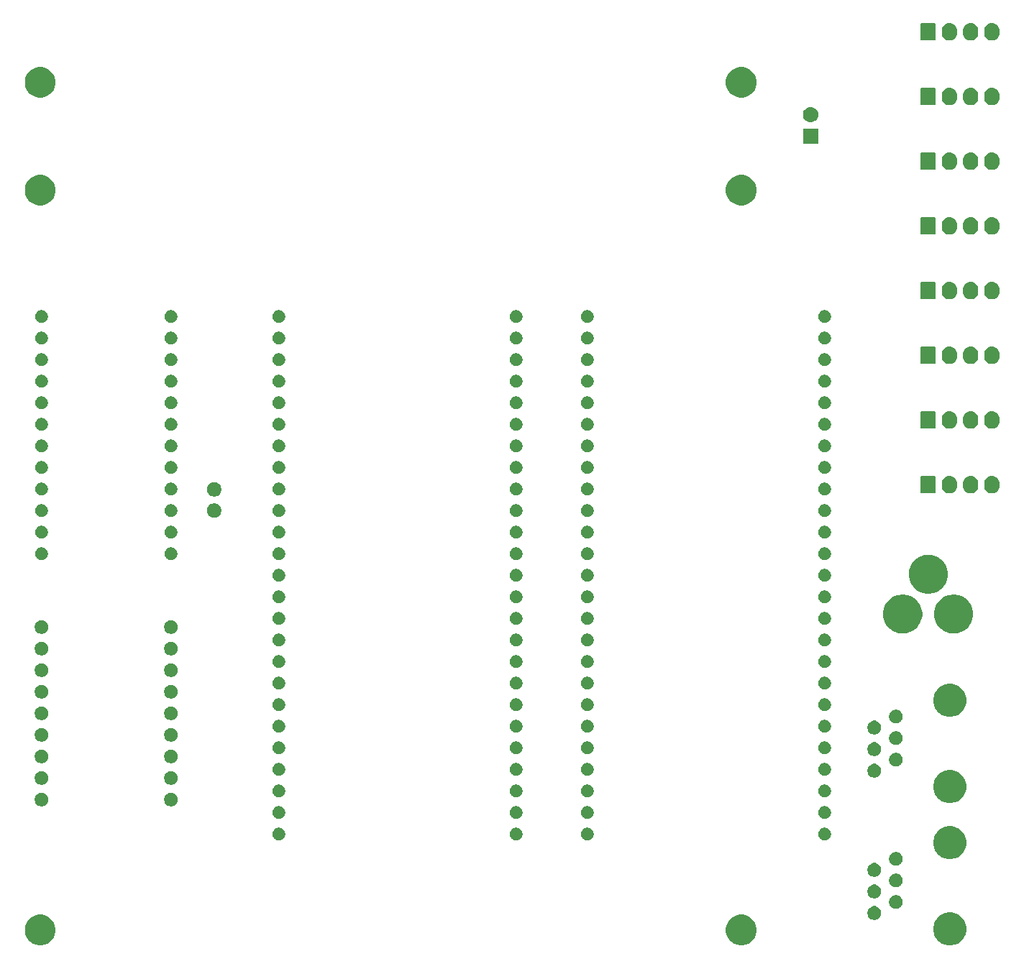
<source format=gbr>
G04 #@! TF.GenerationSoftware,KiCad,Pcbnew,(5.1.2-1)-1*
G04 #@! TF.CreationDate,2019-11-07T15:24:45-05:00*
G04 #@! TF.ProjectId,flow_rate,666c6f77-5f72-4617-9465-2e6b69636164,rev?*
G04 #@! TF.SameCoordinates,Original*
G04 #@! TF.FileFunction,Soldermask,Bot*
G04 #@! TF.FilePolarity,Negative*
%FSLAX46Y46*%
G04 Gerber Fmt 4.6, Leading zero omitted, Abs format (unit mm)*
G04 Created by KiCad (PCBNEW (5.1.2-1)-1) date 2019-11-07 15:24:45*
%MOMM*%
%LPD*%
G04 APERTURE LIST*
%ADD10C,0.100000*%
G04 APERTURE END LIST*
D10*
G36*
X219771085Y-132997975D02*
G01*
X219954806Y-133074075D01*
X220126145Y-133145046D01*
X220445690Y-133358559D01*
X220717441Y-133630310D01*
X220930954Y-133949855D01*
X220930955Y-133949857D01*
X221078025Y-134304915D01*
X221153000Y-134681842D01*
X221153000Y-135066158D01*
X221078025Y-135443085D01*
X221043957Y-135525332D01*
X220930954Y-135798145D01*
X220717441Y-136117690D01*
X220445690Y-136389441D01*
X220126145Y-136602954D01*
X220126144Y-136602955D01*
X220126143Y-136602955D01*
X219771085Y-136750025D01*
X219394158Y-136825000D01*
X219009842Y-136825000D01*
X218632915Y-136750025D01*
X218277857Y-136602955D01*
X218277856Y-136602955D01*
X218277855Y-136602954D01*
X217958310Y-136389441D01*
X217686559Y-136117690D01*
X217473046Y-135798145D01*
X217360043Y-135525332D01*
X217325975Y-135443085D01*
X217251000Y-135066158D01*
X217251000Y-134681842D01*
X217325975Y-134304915D01*
X217473045Y-133949857D01*
X217473046Y-133949855D01*
X217686559Y-133630310D01*
X217958310Y-133358559D01*
X218277855Y-133145046D01*
X218449194Y-133074075D01*
X218632915Y-132997975D01*
X219009842Y-132923000D01*
X219394158Y-132923000D01*
X219771085Y-132997975D01*
X219771085Y-132997975D01*
G37*
G36*
X112633831Y-133268211D02*
G01*
X112961592Y-133403974D01*
X113256570Y-133601072D01*
X113507428Y-133851930D01*
X113704526Y-134146908D01*
X113840289Y-134474669D01*
X113909500Y-134822616D01*
X113909500Y-135177384D01*
X113840289Y-135525331D01*
X113704526Y-135853092D01*
X113507428Y-136148070D01*
X113256570Y-136398928D01*
X112961592Y-136596026D01*
X112633831Y-136731789D01*
X112285884Y-136801000D01*
X111931116Y-136801000D01*
X111583169Y-136731789D01*
X111255408Y-136596026D01*
X110960430Y-136398928D01*
X110709572Y-136148070D01*
X110512474Y-135853092D01*
X110376711Y-135525331D01*
X110307500Y-135177384D01*
X110307500Y-134822616D01*
X110376711Y-134474669D01*
X110512474Y-134146908D01*
X110709572Y-133851930D01*
X110960430Y-133601072D01*
X111255408Y-133403974D01*
X111583169Y-133268211D01*
X111931116Y-133199000D01*
X112285884Y-133199000D01*
X112633831Y-133268211D01*
X112633831Y-133268211D01*
G37*
G36*
X195170331Y-133268211D02*
G01*
X195498092Y-133403974D01*
X195793070Y-133601072D01*
X196043928Y-133851930D01*
X196241026Y-134146908D01*
X196376789Y-134474669D01*
X196446000Y-134822616D01*
X196446000Y-135177384D01*
X196376789Y-135525331D01*
X196241026Y-135853092D01*
X196043928Y-136148070D01*
X195793070Y-136398928D01*
X195498092Y-136596026D01*
X195170331Y-136731789D01*
X194822384Y-136801000D01*
X194467616Y-136801000D01*
X194119669Y-136731789D01*
X193791908Y-136596026D01*
X193496930Y-136398928D01*
X193246072Y-136148070D01*
X193048974Y-135853092D01*
X192913211Y-135525331D01*
X192844000Y-135177384D01*
X192844000Y-134822616D01*
X192913211Y-134474669D01*
X193048974Y-134146908D01*
X193246072Y-133851930D01*
X193496930Y-133601072D01*
X193791908Y-133403974D01*
X194119669Y-133268211D01*
X194467616Y-133199000D01*
X194822384Y-133199000D01*
X195170331Y-133268211D01*
X195170331Y-133268211D01*
G37*
G36*
X210549142Y-132212242D02*
G01*
X210697101Y-132273529D01*
X210830255Y-132362499D01*
X210943501Y-132475745D01*
X211032471Y-132608899D01*
X211093758Y-132756858D01*
X211125000Y-132913925D01*
X211125000Y-133074075D01*
X211093758Y-133231142D01*
X211032471Y-133379101D01*
X210943501Y-133512255D01*
X210830255Y-133625501D01*
X210697101Y-133714471D01*
X210549142Y-133775758D01*
X210392075Y-133807000D01*
X210231925Y-133807000D01*
X210074858Y-133775758D01*
X209926899Y-133714471D01*
X209793745Y-133625501D01*
X209680499Y-133512255D01*
X209591529Y-133379101D01*
X209530242Y-133231142D01*
X209499000Y-133074075D01*
X209499000Y-132913925D01*
X209530242Y-132756858D01*
X209591529Y-132608899D01*
X209680499Y-132475745D01*
X209793745Y-132362499D01*
X209926899Y-132273529D01*
X210074858Y-132212242D01*
X210231925Y-132181000D01*
X210392075Y-132181000D01*
X210549142Y-132212242D01*
X210549142Y-132212242D01*
G37*
G36*
X213089142Y-130922242D02*
G01*
X213237101Y-130983529D01*
X213370255Y-131072499D01*
X213483501Y-131185745D01*
X213572471Y-131318899D01*
X213633758Y-131466858D01*
X213665000Y-131623925D01*
X213665000Y-131784075D01*
X213633758Y-131941142D01*
X213572471Y-132089101D01*
X213483501Y-132222255D01*
X213370255Y-132335501D01*
X213237101Y-132424471D01*
X213089142Y-132485758D01*
X212932075Y-132517000D01*
X212771925Y-132517000D01*
X212614858Y-132485758D01*
X212466899Y-132424471D01*
X212333745Y-132335501D01*
X212220499Y-132222255D01*
X212131529Y-132089101D01*
X212070242Y-131941142D01*
X212039000Y-131784075D01*
X212039000Y-131623925D01*
X212070242Y-131466858D01*
X212131529Y-131318899D01*
X212220499Y-131185745D01*
X212333745Y-131072499D01*
X212466899Y-130983529D01*
X212614858Y-130922242D01*
X212771925Y-130891000D01*
X212932075Y-130891000D01*
X213089142Y-130922242D01*
X213089142Y-130922242D01*
G37*
G36*
X210549142Y-129672242D02*
G01*
X210697101Y-129733529D01*
X210830255Y-129822499D01*
X210943501Y-129935745D01*
X211032471Y-130068899D01*
X211093758Y-130216858D01*
X211125000Y-130373925D01*
X211125000Y-130534075D01*
X211093758Y-130691142D01*
X211032471Y-130839101D01*
X210943501Y-130972255D01*
X210830255Y-131085501D01*
X210697101Y-131174471D01*
X210549142Y-131235758D01*
X210392075Y-131267000D01*
X210231925Y-131267000D01*
X210074858Y-131235758D01*
X209926899Y-131174471D01*
X209793745Y-131085501D01*
X209680499Y-130972255D01*
X209591529Y-130839101D01*
X209530242Y-130691142D01*
X209499000Y-130534075D01*
X209499000Y-130373925D01*
X209530242Y-130216858D01*
X209591529Y-130068899D01*
X209680499Y-129935745D01*
X209793745Y-129822499D01*
X209926899Y-129733529D01*
X210074858Y-129672242D01*
X210231925Y-129641000D01*
X210392075Y-129641000D01*
X210549142Y-129672242D01*
X210549142Y-129672242D01*
G37*
G36*
X213089142Y-128382242D02*
G01*
X213237101Y-128443529D01*
X213370255Y-128532499D01*
X213483501Y-128645745D01*
X213572471Y-128778899D01*
X213633758Y-128926858D01*
X213665000Y-129083925D01*
X213665000Y-129244075D01*
X213633758Y-129401142D01*
X213572471Y-129549101D01*
X213483501Y-129682255D01*
X213370255Y-129795501D01*
X213237101Y-129884471D01*
X213089142Y-129945758D01*
X212932075Y-129977000D01*
X212771925Y-129977000D01*
X212614858Y-129945758D01*
X212466899Y-129884471D01*
X212333745Y-129795501D01*
X212220499Y-129682255D01*
X212131529Y-129549101D01*
X212070242Y-129401142D01*
X212039000Y-129244075D01*
X212039000Y-129083925D01*
X212070242Y-128926858D01*
X212131529Y-128778899D01*
X212220499Y-128645745D01*
X212333745Y-128532499D01*
X212466899Y-128443529D01*
X212614858Y-128382242D01*
X212771925Y-128351000D01*
X212932075Y-128351000D01*
X213089142Y-128382242D01*
X213089142Y-128382242D01*
G37*
G36*
X210549142Y-127132242D02*
G01*
X210697101Y-127193529D01*
X210830255Y-127282499D01*
X210943501Y-127395745D01*
X211032471Y-127528899D01*
X211093758Y-127676858D01*
X211125000Y-127833925D01*
X211125000Y-127994075D01*
X211093758Y-128151142D01*
X211032471Y-128299101D01*
X210943501Y-128432255D01*
X210830255Y-128545501D01*
X210697101Y-128634471D01*
X210549142Y-128695758D01*
X210392075Y-128727000D01*
X210231925Y-128727000D01*
X210074858Y-128695758D01*
X209926899Y-128634471D01*
X209793745Y-128545501D01*
X209680499Y-128432255D01*
X209591529Y-128299101D01*
X209530242Y-128151142D01*
X209499000Y-127994075D01*
X209499000Y-127833925D01*
X209530242Y-127676858D01*
X209591529Y-127528899D01*
X209680499Y-127395745D01*
X209793745Y-127282499D01*
X209926899Y-127193529D01*
X210074858Y-127132242D01*
X210231925Y-127101000D01*
X210392075Y-127101000D01*
X210549142Y-127132242D01*
X210549142Y-127132242D01*
G37*
G36*
X213089142Y-125842242D02*
G01*
X213237101Y-125903529D01*
X213370255Y-125992499D01*
X213483501Y-126105745D01*
X213572471Y-126238899D01*
X213633758Y-126386858D01*
X213665000Y-126543925D01*
X213665000Y-126704075D01*
X213633758Y-126861142D01*
X213572471Y-127009101D01*
X213483501Y-127142255D01*
X213370255Y-127255501D01*
X213237101Y-127344471D01*
X213089142Y-127405758D01*
X212932075Y-127437000D01*
X212771925Y-127437000D01*
X212614858Y-127405758D01*
X212466899Y-127344471D01*
X212333745Y-127255501D01*
X212220499Y-127142255D01*
X212131529Y-127009101D01*
X212070242Y-126861142D01*
X212039000Y-126704075D01*
X212039000Y-126543925D01*
X212070242Y-126386858D01*
X212131529Y-126238899D01*
X212220499Y-126105745D01*
X212333745Y-125992499D01*
X212466899Y-125903529D01*
X212614858Y-125842242D01*
X212771925Y-125811000D01*
X212932075Y-125811000D01*
X213089142Y-125842242D01*
X213089142Y-125842242D01*
G37*
G36*
X219771085Y-122837975D02*
G01*
X220107452Y-122977303D01*
X220126145Y-122985046D01*
X220445690Y-123198559D01*
X220717441Y-123470310D01*
X220918903Y-123771820D01*
X220930955Y-123789857D01*
X221078025Y-124144915D01*
X221153000Y-124521842D01*
X221153000Y-124906158D01*
X221078025Y-125283085D01*
X220930955Y-125638143D01*
X220930954Y-125638145D01*
X220717441Y-125957690D01*
X220445690Y-126229441D01*
X220126145Y-126442954D01*
X220126144Y-126442955D01*
X220126143Y-126442955D01*
X219771085Y-126590025D01*
X219394158Y-126665000D01*
X219009842Y-126665000D01*
X218632915Y-126590025D01*
X218277857Y-126442955D01*
X218277856Y-126442955D01*
X218277855Y-126442954D01*
X217958310Y-126229441D01*
X217686559Y-125957690D01*
X217473046Y-125638145D01*
X217473045Y-125638143D01*
X217325975Y-125283085D01*
X217251000Y-124906158D01*
X217251000Y-124521842D01*
X217325975Y-124144915D01*
X217473045Y-123789857D01*
X217485097Y-123771820D01*
X217686559Y-123470310D01*
X217958310Y-123198559D01*
X218277855Y-122985046D01*
X218296548Y-122977303D01*
X218632915Y-122837975D01*
X219009842Y-122763000D01*
X219394158Y-122763000D01*
X219771085Y-122837975D01*
X219771085Y-122837975D01*
G37*
G36*
X168242425Y-122952599D02*
G01*
X168366621Y-122977302D01*
X168503022Y-123033801D01*
X168625779Y-123115825D01*
X168730175Y-123220221D01*
X168812199Y-123342978D01*
X168868698Y-123479379D01*
X168897500Y-123624181D01*
X168897500Y-123771819D01*
X168868698Y-123916621D01*
X168812199Y-124053022D01*
X168730175Y-124175779D01*
X168625779Y-124280175D01*
X168503022Y-124362199D01*
X168366621Y-124418698D01*
X168242425Y-124443401D01*
X168221820Y-124447500D01*
X168074180Y-124447500D01*
X168053575Y-124443401D01*
X167929379Y-124418698D01*
X167792978Y-124362199D01*
X167670221Y-124280175D01*
X167565825Y-124175779D01*
X167483801Y-124053022D01*
X167427302Y-123916621D01*
X167398500Y-123771819D01*
X167398500Y-123624181D01*
X167427302Y-123479379D01*
X167483801Y-123342978D01*
X167565825Y-123220221D01*
X167670221Y-123115825D01*
X167792978Y-123033801D01*
X167929379Y-122977302D01*
X168053575Y-122952599D01*
X168074180Y-122948500D01*
X168221820Y-122948500D01*
X168242425Y-122952599D01*
X168242425Y-122952599D01*
G37*
G36*
X140302425Y-122952599D02*
G01*
X140426621Y-122977302D01*
X140563022Y-123033801D01*
X140685779Y-123115825D01*
X140790175Y-123220221D01*
X140872199Y-123342978D01*
X140928698Y-123479379D01*
X140957500Y-123624181D01*
X140957500Y-123771819D01*
X140928698Y-123916621D01*
X140872199Y-124053022D01*
X140790175Y-124175779D01*
X140685779Y-124280175D01*
X140563022Y-124362199D01*
X140426621Y-124418698D01*
X140302425Y-124443401D01*
X140281820Y-124447500D01*
X140134180Y-124447500D01*
X140113575Y-124443401D01*
X139989379Y-124418698D01*
X139852978Y-124362199D01*
X139730221Y-124280175D01*
X139625825Y-124175779D01*
X139543801Y-124053022D01*
X139487302Y-123916621D01*
X139458500Y-123771819D01*
X139458500Y-123624181D01*
X139487302Y-123479379D01*
X139543801Y-123342978D01*
X139625825Y-123220221D01*
X139730221Y-123115825D01*
X139852978Y-123033801D01*
X139989379Y-122977302D01*
X140113575Y-122952599D01*
X140134180Y-122948500D01*
X140281820Y-122948500D01*
X140302425Y-122952599D01*
X140302425Y-122952599D01*
G37*
G36*
X176624425Y-122952599D02*
G01*
X176748621Y-122977302D01*
X176885022Y-123033801D01*
X177007779Y-123115825D01*
X177112175Y-123220221D01*
X177194199Y-123342978D01*
X177250698Y-123479379D01*
X177279500Y-123624181D01*
X177279500Y-123771819D01*
X177250698Y-123916621D01*
X177194199Y-124053022D01*
X177112175Y-124175779D01*
X177007779Y-124280175D01*
X176885022Y-124362199D01*
X176748621Y-124418698D01*
X176624425Y-124443401D01*
X176603820Y-124447500D01*
X176456180Y-124447500D01*
X176435575Y-124443401D01*
X176311379Y-124418698D01*
X176174978Y-124362199D01*
X176052221Y-124280175D01*
X175947825Y-124175779D01*
X175865801Y-124053022D01*
X175809302Y-123916621D01*
X175780500Y-123771819D01*
X175780500Y-123624181D01*
X175809302Y-123479379D01*
X175865801Y-123342978D01*
X175947825Y-123220221D01*
X176052221Y-123115825D01*
X176174978Y-123033801D01*
X176311379Y-122977302D01*
X176435575Y-122952599D01*
X176456180Y-122948500D01*
X176603820Y-122948500D01*
X176624425Y-122952599D01*
X176624425Y-122952599D01*
G37*
G36*
X204564425Y-122952599D02*
G01*
X204688621Y-122977302D01*
X204825022Y-123033801D01*
X204947779Y-123115825D01*
X205052175Y-123220221D01*
X205134199Y-123342978D01*
X205190698Y-123479379D01*
X205219500Y-123624181D01*
X205219500Y-123771819D01*
X205190698Y-123916621D01*
X205134199Y-124053022D01*
X205052175Y-124175779D01*
X204947779Y-124280175D01*
X204825022Y-124362199D01*
X204688621Y-124418698D01*
X204564425Y-124443401D01*
X204543820Y-124447500D01*
X204396180Y-124447500D01*
X204375575Y-124443401D01*
X204251379Y-124418698D01*
X204114978Y-124362199D01*
X203992221Y-124280175D01*
X203887825Y-124175779D01*
X203805801Y-124053022D01*
X203749302Y-123916621D01*
X203720500Y-123771819D01*
X203720500Y-123624181D01*
X203749302Y-123479379D01*
X203805801Y-123342978D01*
X203887825Y-123220221D01*
X203992221Y-123115825D01*
X204114978Y-123033801D01*
X204251379Y-122977302D01*
X204375575Y-122952599D01*
X204396180Y-122948500D01*
X204543820Y-122948500D01*
X204564425Y-122952599D01*
X204564425Y-122952599D01*
G37*
G36*
X176624425Y-120412599D02*
G01*
X176748621Y-120437302D01*
X176885022Y-120493801D01*
X177007779Y-120575825D01*
X177112175Y-120680221D01*
X177194199Y-120802978D01*
X177250698Y-120939379D01*
X177279500Y-121084181D01*
X177279500Y-121231819D01*
X177250698Y-121376621D01*
X177194199Y-121513022D01*
X177112175Y-121635779D01*
X177007779Y-121740175D01*
X176885022Y-121822199D01*
X176748621Y-121878698D01*
X176624425Y-121903401D01*
X176603820Y-121907500D01*
X176456180Y-121907500D01*
X176435575Y-121903401D01*
X176311379Y-121878698D01*
X176174978Y-121822199D01*
X176052221Y-121740175D01*
X175947825Y-121635779D01*
X175865801Y-121513022D01*
X175809302Y-121376621D01*
X175780500Y-121231819D01*
X175780500Y-121084181D01*
X175809302Y-120939379D01*
X175865801Y-120802978D01*
X175947825Y-120680221D01*
X176052221Y-120575825D01*
X176174978Y-120493801D01*
X176311379Y-120437302D01*
X176435575Y-120412599D01*
X176456180Y-120408500D01*
X176603820Y-120408500D01*
X176624425Y-120412599D01*
X176624425Y-120412599D01*
G37*
G36*
X140302425Y-120412599D02*
G01*
X140426621Y-120437302D01*
X140563022Y-120493801D01*
X140685779Y-120575825D01*
X140790175Y-120680221D01*
X140872199Y-120802978D01*
X140928698Y-120939379D01*
X140957500Y-121084181D01*
X140957500Y-121231819D01*
X140928698Y-121376621D01*
X140872199Y-121513022D01*
X140790175Y-121635779D01*
X140685779Y-121740175D01*
X140563022Y-121822199D01*
X140426621Y-121878698D01*
X140302425Y-121903401D01*
X140281820Y-121907500D01*
X140134180Y-121907500D01*
X140113575Y-121903401D01*
X139989379Y-121878698D01*
X139852978Y-121822199D01*
X139730221Y-121740175D01*
X139625825Y-121635779D01*
X139543801Y-121513022D01*
X139487302Y-121376621D01*
X139458500Y-121231819D01*
X139458500Y-121084181D01*
X139487302Y-120939379D01*
X139543801Y-120802978D01*
X139625825Y-120680221D01*
X139730221Y-120575825D01*
X139852978Y-120493801D01*
X139989379Y-120437302D01*
X140113575Y-120412599D01*
X140134180Y-120408500D01*
X140281820Y-120408500D01*
X140302425Y-120412599D01*
X140302425Y-120412599D01*
G37*
G36*
X204564425Y-120412599D02*
G01*
X204688621Y-120437302D01*
X204825022Y-120493801D01*
X204947779Y-120575825D01*
X205052175Y-120680221D01*
X205134199Y-120802978D01*
X205190698Y-120939379D01*
X205219500Y-121084181D01*
X205219500Y-121231819D01*
X205190698Y-121376621D01*
X205134199Y-121513022D01*
X205052175Y-121635779D01*
X204947779Y-121740175D01*
X204825022Y-121822199D01*
X204688621Y-121878698D01*
X204564425Y-121903401D01*
X204543820Y-121907500D01*
X204396180Y-121907500D01*
X204375575Y-121903401D01*
X204251379Y-121878698D01*
X204114978Y-121822199D01*
X203992221Y-121740175D01*
X203887825Y-121635779D01*
X203805801Y-121513022D01*
X203749302Y-121376621D01*
X203720500Y-121231819D01*
X203720500Y-121084181D01*
X203749302Y-120939379D01*
X203805801Y-120802978D01*
X203887825Y-120680221D01*
X203992221Y-120575825D01*
X204114978Y-120493801D01*
X204251379Y-120437302D01*
X204375575Y-120412599D01*
X204396180Y-120408500D01*
X204543820Y-120408500D01*
X204564425Y-120412599D01*
X204564425Y-120412599D01*
G37*
G36*
X168242425Y-120412599D02*
G01*
X168366621Y-120437302D01*
X168503022Y-120493801D01*
X168625779Y-120575825D01*
X168730175Y-120680221D01*
X168812199Y-120802978D01*
X168868698Y-120939379D01*
X168897500Y-121084181D01*
X168897500Y-121231819D01*
X168868698Y-121376621D01*
X168812199Y-121513022D01*
X168730175Y-121635779D01*
X168625779Y-121740175D01*
X168503022Y-121822199D01*
X168366621Y-121878698D01*
X168242425Y-121903401D01*
X168221820Y-121907500D01*
X168074180Y-121907500D01*
X168053575Y-121903401D01*
X167929379Y-121878698D01*
X167792978Y-121822199D01*
X167670221Y-121740175D01*
X167565825Y-121635779D01*
X167483801Y-121513022D01*
X167427302Y-121376621D01*
X167398500Y-121231819D01*
X167398500Y-121084181D01*
X167427302Y-120939379D01*
X167483801Y-120802978D01*
X167565825Y-120680221D01*
X167670221Y-120575825D01*
X167792978Y-120493801D01*
X167929379Y-120437302D01*
X168053575Y-120412599D01*
X168074180Y-120408500D01*
X168221820Y-120408500D01*
X168242425Y-120412599D01*
X168242425Y-120412599D01*
G37*
G36*
X112505142Y-118852242D02*
G01*
X112653101Y-118913529D01*
X112786255Y-119002499D01*
X112899501Y-119115745D01*
X112988471Y-119248899D01*
X113049758Y-119396858D01*
X113081000Y-119553925D01*
X113081000Y-119714075D01*
X113049758Y-119871142D01*
X112988471Y-120019101D01*
X112899501Y-120152255D01*
X112786255Y-120265501D01*
X112653101Y-120354471D01*
X112505142Y-120415758D01*
X112348075Y-120447000D01*
X112187925Y-120447000D01*
X112030858Y-120415758D01*
X111882899Y-120354471D01*
X111749745Y-120265501D01*
X111636499Y-120152255D01*
X111547529Y-120019101D01*
X111486242Y-119871142D01*
X111455000Y-119714075D01*
X111455000Y-119553925D01*
X111486242Y-119396858D01*
X111547529Y-119248899D01*
X111636499Y-119115745D01*
X111749745Y-119002499D01*
X111882899Y-118913529D01*
X112030858Y-118852242D01*
X112187925Y-118821000D01*
X112348075Y-118821000D01*
X112505142Y-118852242D01*
X112505142Y-118852242D01*
G37*
G36*
X127745142Y-118852242D02*
G01*
X127893101Y-118913529D01*
X128026255Y-119002499D01*
X128139501Y-119115745D01*
X128228471Y-119248899D01*
X128289758Y-119396858D01*
X128321000Y-119553925D01*
X128321000Y-119714075D01*
X128289758Y-119871142D01*
X128228471Y-120019101D01*
X128139501Y-120152255D01*
X128026255Y-120265501D01*
X127893101Y-120354471D01*
X127745142Y-120415758D01*
X127588075Y-120447000D01*
X127427925Y-120447000D01*
X127270858Y-120415758D01*
X127122899Y-120354471D01*
X126989745Y-120265501D01*
X126876499Y-120152255D01*
X126787529Y-120019101D01*
X126726242Y-119871142D01*
X126695000Y-119714075D01*
X126695000Y-119553925D01*
X126726242Y-119396858D01*
X126787529Y-119248899D01*
X126876499Y-119115745D01*
X126989745Y-119002499D01*
X127122899Y-118913529D01*
X127270858Y-118852242D01*
X127427925Y-118821000D01*
X127588075Y-118821000D01*
X127745142Y-118852242D01*
X127745142Y-118852242D01*
G37*
G36*
X219771085Y-116233975D02*
G01*
X220126143Y-116381045D01*
X220126145Y-116381046D01*
X220445690Y-116594559D01*
X220717441Y-116866310D01*
X220835501Y-117043000D01*
X220930955Y-117185857D01*
X221078025Y-117540915D01*
X221153000Y-117917842D01*
X221153000Y-118302158D01*
X221078025Y-118679085D01*
X220930955Y-119034143D01*
X220930954Y-119034145D01*
X220717441Y-119353690D01*
X220445690Y-119625441D01*
X220126145Y-119838954D01*
X220126144Y-119838955D01*
X220126143Y-119838955D01*
X219771085Y-119986025D01*
X219394158Y-120061000D01*
X219009842Y-120061000D01*
X218632915Y-119986025D01*
X218277857Y-119838955D01*
X218277856Y-119838955D01*
X218277855Y-119838954D01*
X217958310Y-119625441D01*
X217686559Y-119353690D01*
X217473046Y-119034145D01*
X217473045Y-119034143D01*
X217325975Y-118679085D01*
X217251000Y-118302158D01*
X217251000Y-117917842D01*
X217325975Y-117540915D01*
X217473045Y-117185857D01*
X217568499Y-117043000D01*
X217686559Y-116866310D01*
X217958310Y-116594559D01*
X218277855Y-116381046D01*
X218277857Y-116381045D01*
X218632915Y-116233975D01*
X219009842Y-116159000D01*
X219394158Y-116159000D01*
X219771085Y-116233975D01*
X219771085Y-116233975D01*
G37*
G36*
X168242425Y-117872599D02*
G01*
X168366621Y-117897302D01*
X168503022Y-117953801D01*
X168625779Y-118035825D01*
X168730175Y-118140221D01*
X168812199Y-118262978D01*
X168868698Y-118399379D01*
X168897500Y-118544181D01*
X168897500Y-118691819D01*
X168868698Y-118836621D01*
X168812199Y-118973022D01*
X168730175Y-119095779D01*
X168625779Y-119200175D01*
X168503022Y-119282199D01*
X168366621Y-119338698D01*
X168242425Y-119363401D01*
X168221820Y-119367500D01*
X168074180Y-119367500D01*
X168053575Y-119363401D01*
X167929379Y-119338698D01*
X167792978Y-119282199D01*
X167670221Y-119200175D01*
X167565825Y-119095779D01*
X167483801Y-118973022D01*
X167427302Y-118836621D01*
X167398500Y-118691819D01*
X167398500Y-118544181D01*
X167427302Y-118399379D01*
X167483801Y-118262978D01*
X167565825Y-118140221D01*
X167670221Y-118035825D01*
X167792978Y-117953801D01*
X167929379Y-117897302D01*
X168053575Y-117872599D01*
X168074180Y-117868500D01*
X168221820Y-117868500D01*
X168242425Y-117872599D01*
X168242425Y-117872599D01*
G37*
G36*
X140302425Y-117872599D02*
G01*
X140426621Y-117897302D01*
X140563022Y-117953801D01*
X140685779Y-118035825D01*
X140790175Y-118140221D01*
X140872199Y-118262978D01*
X140928698Y-118399379D01*
X140957500Y-118544181D01*
X140957500Y-118691819D01*
X140928698Y-118836621D01*
X140872199Y-118973022D01*
X140790175Y-119095779D01*
X140685779Y-119200175D01*
X140563022Y-119282199D01*
X140426621Y-119338698D01*
X140302425Y-119363401D01*
X140281820Y-119367500D01*
X140134180Y-119367500D01*
X140113575Y-119363401D01*
X139989379Y-119338698D01*
X139852978Y-119282199D01*
X139730221Y-119200175D01*
X139625825Y-119095779D01*
X139543801Y-118973022D01*
X139487302Y-118836621D01*
X139458500Y-118691819D01*
X139458500Y-118544181D01*
X139487302Y-118399379D01*
X139543801Y-118262978D01*
X139625825Y-118140221D01*
X139730221Y-118035825D01*
X139852978Y-117953801D01*
X139989379Y-117897302D01*
X140113575Y-117872599D01*
X140134180Y-117868500D01*
X140281820Y-117868500D01*
X140302425Y-117872599D01*
X140302425Y-117872599D01*
G37*
G36*
X176624425Y-117872599D02*
G01*
X176748621Y-117897302D01*
X176885022Y-117953801D01*
X177007779Y-118035825D01*
X177112175Y-118140221D01*
X177194199Y-118262978D01*
X177250698Y-118399379D01*
X177279500Y-118544181D01*
X177279500Y-118691819D01*
X177250698Y-118836621D01*
X177194199Y-118973022D01*
X177112175Y-119095779D01*
X177007779Y-119200175D01*
X176885022Y-119282199D01*
X176748621Y-119338698D01*
X176624425Y-119363401D01*
X176603820Y-119367500D01*
X176456180Y-119367500D01*
X176435575Y-119363401D01*
X176311379Y-119338698D01*
X176174978Y-119282199D01*
X176052221Y-119200175D01*
X175947825Y-119095779D01*
X175865801Y-118973022D01*
X175809302Y-118836621D01*
X175780500Y-118691819D01*
X175780500Y-118544181D01*
X175809302Y-118399379D01*
X175865801Y-118262978D01*
X175947825Y-118140221D01*
X176052221Y-118035825D01*
X176174978Y-117953801D01*
X176311379Y-117897302D01*
X176435575Y-117872599D01*
X176456180Y-117868500D01*
X176603820Y-117868500D01*
X176624425Y-117872599D01*
X176624425Y-117872599D01*
G37*
G36*
X204564425Y-117872599D02*
G01*
X204688621Y-117897302D01*
X204825022Y-117953801D01*
X204947779Y-118035825D01*
X205052175Y-118140221D01*
X205134199Y-118262978D01*
X205190698Y-118399379D01*
X205219500Y-118544181D01*
X205219500Y-118691819D01*
X205190698Y-118836621D01*
X205134199Y-118973022D01*
X205052175Y-119095779D01*
X204947779Y-119200175D01*
X204825022Y-119282199D01*
X204688621Y-119338698D01*
X204564425Y-119363401D01*
X204543820Y-119367500D01*
X204396180Y-119367500D01*
X204375575Y-119363401D01*
X204251379Y-119338698D01*
X204114978Y-119282199D01*
X203992221Y-119200175D01*
X203887825Y-119095779D01*
X203805801Y-118973022D01*
X203749302Y-118836621D01*
X203720500Y-118691819D01*
X203720500Y-118544181D01*
X203749302Y-118399379D01*
X203805801Y-118262978D01*
X203887825Y-118140221D01*
X203992221Y-118035825D01*
X204114978Y-117953801D01*
X204251379Y-117897302D01*
X204375575Y-117872599D01*
X204396180Y-117868500D01*
X204543820Y-117868500D01*
X204564425Y-117872599D01*
X204564425Y-117872599D01*
G37*
G36*
X112505142Y-116312242D02*
G01*
X112653101Y-116373529D01*
X112786255Y-116462499D01*
X112899501Y-116575745D01*
X112988471Y-116708899D01*
X113049758Y-116856858D01*
X113081000Y-117013925D01*
X113081000Y-117174075D01*
X113049758Y-117331142D01*
X112988471Y-117479101D01*
X112899501Y-117612255D01*
X112786255Y-117725501D01*
X112653101Y-117814471D01*
X112505142Y-117875758D01*
X112348075Y-117907000D01*
X112187925Y-117907000D01*
X112030858Y-117875758D01*
X111882899Y-117814471D01*
X111749745Y-117725501D01*
X111636499Y-117612255D01*
X111547529Y-117479101D01*
X111486242Y-117331142D01*
X111455000Y-117174075D01*
X111455000Y-117013925D01*
X111486242Y-116856858D01*
X111547529Y-116708899D01*
X111636499Y-116575745D01*
X111749745Y-116462499D01*
X111882899Y-116373529D01*
X112030858Y-116312242D01*
X112187925Y-116281000D01*
X112348075Y-116281000D01*
X112505142Y-116312242D01*
X112505142Y-116312242D01*
G37*
G36*
X127745142Y-116312242D02*
G01*
X127893101Y-116373529D01*
X128026255Y-116462499D01*
X128139501Y-116575745D01*
X128228471Y-116708899D01*
X128289758Y-116856858D01*
X128321000Y-117013925D01*
X128321000Y-117174075D01*
X128289758Y-117331142D01*
X128228471Y-117479101D01*
X128139501Y-117612255D01*
X128026255Y-117725501D01*
X127893101Y-117814471D01*
X127745142Y-117875758D01*
X127588075Y-117907000D01*
X127427925Y-117907000D01*
X127270858Y-117875758D01*
X127122899Y-117814471D01*
X126989745Y-117725501D01*
X126876499Y-117612255D01*
X126787529Y-117479101D01*
X126726242Y-117331142D01*
X126695000Y-117174075D01*
X126695000Y-117013925D01*
X126726242Y-116856858D01*
X126787529Y-116708899D01*
X126876499Y-116575745D01*
X126989745Y-116462499D01*
X127122899Y-116373529D01*
X127270858Y-116312242D01*
X127427925Y-116281000D01*
X127588075Y-116281000D01*
X127745142Y-116312242D01*
X127745142Y-116312242D01*
G37*
G36*
X210549142Y-115448242D02*
G01*
X210697101Y-115509529D01*
X210830255Y-115598499D01*
X210943501Y-115711745D01*
X211032471Y-115844899D01*
X211093758Y-115992858D01*
X211125000Y-116149925D01*
X211125000Y-116310075D01*
X211093758Y-116467142D01*
X211032471Y-116615101D01*
X210943501Y-116748255D01*
X210830255Y-116861501D01*
X210697101Y-116950471D01*
X210549142Y-117011758D01*
X210392075Y-117043000D01*
X210231925Y-117043000D01*
X210074858Y-117011758D01*
X209926899Y-116950471D01*
X209793745Y-116861501D01*
X209680499Y-116748255D01*
X209591529Y-116615101D01*
X209530242Y-116467142D01*
X209499000Y-116310075D01*
X209499000Y-116149925D01*
X209530242Y-115992858D01*
X209591529Y-115844899D01*
X209680499Y-115711745D01*
X209793745Y-115598499D01*
X209926899Y-115509529D01*
X210074858Y-115448242D01*
X210231925Y-115417000D01*
X210392075Y-115417000D01*
X210549142Y-115448242D01*
X210549142Y-115448242D01*
G37*
G36*
X176624425Y-115332599D02*
G01*
X176748621Y-115357302D01*
X176885022Y-115413801D01*
X177007779Y-115495825D01*
X177112175Y-115600221D01*
X177194199Y-115722978D01*
X177250698Y-115859379D01*
X177279500Y-116004181D01*
X177279500Y-116151819D01*
X177250698Y-116296621D01*
X177194199Y-116433022D01*
X177112175Y-116555779D01*
X177007779Y-116660175D01*
X176885022Y-116742199D01*
X176748621Y-116798698D01*
X176624425Y-116823401D01*
X176603820Y-116827500D01*
X176456180Y-116827500D01*
X176435575Y-116823401D01*
X176311379Y-116798698D01*
X176174978Y-116742199D01*
X176052221Y-116660175D01*
X175947825Y-116555779D01*
X175865801Y-116433022D01*
X175809302Y-116296621D01*
X175780500Y-116151819D01*
X175780500Y-116004181D01*
X175809302Y-115859379D01*
X175865801Y-115722978D01*
X175947825Y-115600221D01*
X176052221Y-115495825D01*
X176174978Y-115413801D01*
X176311379Y-115357302D01*
X176435575Y-115332599D01*
X176456180Y-115328500D01*
X176603820Y-115328500D01*
X176624425Y-115332599D01*
X176624425Y-115332599D01*
G37*
G36*
X168242425Y-115332599D02*
G01*
X168366621Y-115357302D01*
X168503022Y-115413801D01*
X168625779Y-115495825D01*
X168730175Y-115600221D01*
X168812199Y-115722978D01*
X168868698Y-115859379D01*
X168897500Y-116004181D01*
X168897500Y-116151819D01*
X168868698Y-116296621D01*
X168812199Y-116433022D01*
X168730175Y-116555779D01*
X168625779Y-116660175D01*
X168503022Y-116742199D01*
X168366621Y-116798698D01*
X168242425Y-116823401D01*
X168221820Y-116827500D01*
X168074180Y-116827500D01*
X168053575Y-116823401D01*
X167929379Y-116798698D01*
X167792978Y-116742199D01*
X167670221Y-116660175D01*
X167565825Y-116555779D01*
X167483801Y-116433022D01*
X167427302Y-116296621D01*
X167398500Y-116151819D01*
X167398500Y-116004181D01*
X167427302Y-115859379D01*
X167483801Y-115722978D01*
X167565825Y-115600221D01*
X167670221Y-115495825D01*
X167792978Y-115413801D01*
X167929379Y-115357302D01*
X168053575Y-115332599D01*
X168074180Y-115328500D01*
X168221820Y-115328500D01*
X168242425Y-115332599D01*
X168242425Y-115332599D01*
G37*
G36*
X140302425Y-115332599D02*
G01*
X140426621Y-115357302D01*
X140563022Y-115413801D01*
X140685779Y-115495825D01*
X140790175Y-115600221D01*
X140872199Y-115722978D01*
X140928698Y-115859379D01*
X140957500Y-116004181D01*
X140957500Y-116151819D01*
X140928698Y-116296621D01*
X140872199Y-116433022D01*
X140790175Y-116555779D01*
X140685779Y-116660175D01*
X140563022Y-116742199D01*
X140426621Y-116798698D01*
X140302425Y-116823401D01*
X140281820Y-116827500D01*
X140134180Y-116827500D01*
X140113575Y-116823401D01*
X139989379Y-116798698D01*
X139852978Y-116742199D01*
X139730221Y-116660175D01*
X139625825Y-116555779D01*
X139543801Y-116433022D01*
X139487302Y-116296621D01*
X139458500Y-116151819D01*
X139458500Y-116004181D01*
X139487302Y-115859379D01*
X139543801Y-115722978D01*
X139625825Y-115600221D01*
X139730221Y-115495825D01*
X139852978Y-115413801D01*
X139989379Y-115357302D01*
X140113575Y-115332599D01*
X140134180Y-115328500D01*
X140281820Y-115328500D01*
X140302425Y-115332599D01*
X140302425Y-115332599D01*
G37*
G36*
X204564425Y-115332599D02*
G01*
X204688621Y-115357302D01*
X204825022Y-115413801D01*
X204947779Y-115495825D01*
X205052175Y-115600221D01*
X205134199Y-115722978D01*
X205190698Y-115859379D01*
X205219500Y-116004181D01*
X205219500Y-116151819D01*
X205190698Y-116296621D01*
X205134199Y-116433022D01*
X205052175Y-116555779D01*
X204947779Y-116660175D01*
X204825022Y-116742199D01*
X204688621Y-116798698D01*
X204564425Y-116823401D01*
X204543820Y-116827500D01*
X204396180Y-116827500D01*
X204375575Y-116823401D01*
X204251379Y-116798698D01*
X204114978Y-116742199D01*
X203992221Y-116660175D01*
X203887825Y-116555779D01*
X203805801Y-116433022D01*
X203749302Y-116296621D01*
X203720500Y-116151819D01*
X203720500Y-116004181D01*
X203749302Y-115859379D01*
X203805801Y-115722978D01*
X203887825Y-115600221D01*
X203992221Y-115495825D01*
X204114978Y-115413801D01*
X204251379Y-115357302D01*
X204375575Y-115332599D01*
X204396180Y-115328500D01*
X204543820Y-115328500D01*
X204564425Y-115332599D01*
X204564425Y-115332599D01*
G37*
G36*
X213089142Y-114158242D02*
G01*
X213237101Y-114219529D01*
X213370255Y-114308499D01*
X213483501Y-114421745D01*
X213572471Y-114554899D01*
X213633758Y-114702858D01*
X213665000Y-114859925D01*
X213665000Y-115020075D01*
X213633758Y-115177142D01*
X213572471Y-115325101D01*
X213483501Y-115458255D01*
X213370255Y-115571501D01*
X213237101Y-115660471D01*
X213089142Y-115721758D01*
X212932075Y-115753000D01*
X212771925Y-115753000D01*
X212614858Y-115721758D01*
X212466899Y-115660471D01*
X212333745Y-115571501D01*
X212220499Y-115458255D01*
X212131529Y-115325101D01*
X212070242Y-115177142D01*
X212039000Y-115020075D01*
X212039000Y-114859925D01*
X212070242Y-114702858D01*
X212131529Y-114554899D01*
X212220499Y-114421745D01*
X212333745Y-114308499D01*
X212466899Y-114219529D01*
X212614858Y-114158242D01*
X212771925Y-114127000D01*
X212932075Y-114127000D01*
X213089142Y-114158242D01*
X213089142Y-114158242D01*
G37*
G36*
X127745142Y-113772242D02*
G01*
X127893101Y-113833529D01*
X128026255Y-113922499D01*
X128139501Y-114035745D01*
X128228471Y-114168899D01*
X128289758Y-114316858D01*
X128321000Y-114473925D01*
X128321000Y-114634075D01*
X128289758Y-114791142D01*
X128228471Y-114939101D01*
X128139501Y-115072255D01*
X128026255Y-115185501D01*
X127893101Y-115274471D01*
X127745142Y-115335758D01*
X127588075Y-115367000D01*
X127427925Y-115367000D01*
X127270858Y-115335758D01*
X127122899Y-115274471D01*
X126989745Y-115185501D01*
X126876499Y-115072255D01*
X126787529Y-114939101D01*
X126726242Y-114791142D01*
X126695000Y-114634075D01*
X126695000Y-114473925D01*
X126726242Y-114316858D01*
X126787529Y-114168899D01*
X126876499Y-114035745D01*
X126989745Y-113922499D01*
X127122899Y-113833529D01*
X127270858Y-113772242D01*
X127427925Y-113741000D01*
X127588075Y-113741000D01*
X127745142Y-113772242D01*
X127745142Y-113772242D01*
G37*
G36*
X112505142Y-113772242D02*
G01*
X112653101Y-113833529D01*
X112786255Y-113922499D01*
X112899501Y-114035745D01*
X112988471Y-114168899D01*
X113049758Y-114316858D01*
X113081000Y-114473925D01*
X113081000Y-114634075D01*
X113049758Y-114791142D01*
X112988471Y-114939101D01*
X112899501Y-115072255D01*
X112786255Y-115185501D01*
X112653101Y-115274471D01*
X112505142Y-115335758D01*
X112348075Y-115367000D01*
X112187925Y-115367000D01*
X112030858Y-115335758D01*
X111882899Y-115274471D01*
X111749745Y-115185501D01*
X111636499Y-115072255D01*
X111547529Y-114939101D01*
X111486242Y-114791142D01*
X111455000Y-114634075D01*
X111455000Y-114473925D01*
X111486242Y-114316858D01*
X111547529Y-114168899D01*
X111636499Y-114035745D01*
X111749745Y-113922499D01*
X111882899Y-113833529D01*
X112030858Y-113772242D01*
X112187925Y-113741000D01*
X112348075Y-113741000D01*
X112505142Y-113772242D01*
X112505142Y-113772242D01*
G37*
G36*
X210549142Y-112908242D02*
G01*
X210697101Y-112969529D01*
X210830255Y-113058499D01*
X210943501Y-113171745D01*
X211032471Y-113304899D01*
X211093758Y-113452858D01*
X211125000Y-113609925D01*
X211125000Y-113770075D01*
X211093758Y-113927142D01*
X211032471Y-114075101D01*
X210943501Y-114208255D01*
X210830255Y-114321501D01*
X210697101Y-114410471D01*
X210549142Y-114471758D01*
X210392075Y-114503000D01*
X210231925Y-114503000D01*
X210074858Y-114471758D01*
X209926899Y-114410471D01*
X209793745Y-114321501D01*
X209680499Y-114208255D01*
X209591529Y-114075101D01*
X209530242Y-113927142D01*
X209499000Y-113770075D01*
X209499000Y-113609925D01*
X209530242Y-113452858D01*
X209591529Y-113304899D01*
X209680499Y-113171745D01*
X209793745Y-113058499D01*
X209926899Y-112969529D01*
X210074858Y-112908242D01*
X210231925Y-112877000D01*
X210392075Y-112877000D01*
X210549142Y-112908242D01*
X210549142Y-112908242D01*
G37*
G36*
X176624425Y-112792599D02*
G01*
X176748621Y-112817302D01*
X176885022Y-112873801D01*
X177007779Y-112955825D01*
X177112175Y-113060221D01*
X177194199Y-113182978D01*
X177250698Y-113319379D01*
X177279500Y-113464181D01*
X177279500Y-113611819D01*
X177250698Y-113756621D01*
X177194199Y-113893022D01*
X177112175Y-114015779D01*
X177007779Y-114120175D01*
X176885022Y-114202199D01*
X176748621Y-114258698D01*
X176624425Y-114283401D01*
X176603820Y-114287500D01*
X176456180Y-114287500D01*
X176435575Y-114283401D01*
X176311379Y-114258698D01*
X176174978Y-114202199D01*
X176052221Y-114120175D01*
X175947825Y-114015779D01*
X175865801Y-113893022D01*
X175809302Y-113756621D01*
X175780500Y-113611819D01*
X175780500Y-113464181D01*
X175809302Y-113319379D01*
X175865801Y-113182978D01*
X175947825Y-113060221D01*
X176052221Y-112955825D01*
X176174978Y-112873801D01*
X176311379Y-112817302D01*
X176435575Y-112792599D01*
X176456180Y-112788500D01*
X176603820Y-112788500D01*
X176624425Y-112792599D01*
X176624425Y-112792599D01*
G37*
G36*
X204564425Y-112792599D02*
G01*
X204688621Y-112817302D01*
X204825022Y-112873801D01*
X204947779Y-112955825D01*
X205052175Y-113060221D01*
X205134199Y-113182978D01*
X205190698Y-113319379D01*
X205219500Y-113464181D01*
X205219500Y-113611819D01*
X205190698Y-113756621D01*
X205134199Y-113893022D01*
X205052175Y-114015779D01*
X204947779Y-114120175D01*
X204825022Y-114202199D01*
X204688621Y-114258698D01*
X204564425Y-114283401D01*
X204543820Y-114287500D01*
X204396180Y-114287500D01*
X204375575Y-114283401D01*
X204251379Y-114258698D01*
X204114978Y-114202199D01*
X203992221Y-114120175D01*
X203887825Y-114015779D01*
X203805801Y-113893022D01*
X203749302Y-113756621D01*
X203720500Y-113611819D01*
X203720500Y-113464181D01*
X203749302Y-113319379D01*
X203805801Y-113182978D01*
X203887825Y-113060221D01*
X203992221Y-112955825D01*
X204114978Y-112873801D01*
X204251379Y-112817302D01*
X204375575Y-112792599D01*
X204396180Y-112788500D01*
X204543820Y-112788500D01*
X204564425Y-112792599D01*
X204564425Y-112792599D01*
G37*
G36*
X140302425Y-112792599D02*
G01*
X140426621Y-112817302D01*
X140563022Y-112873801D01*
X140685779Y-112955825D01*
X140790175Y-113060221D01*
X140872199Y-113182978D01*
X140928698Y-113319379D01*
X140957500Y-113464181D01*
X140957500Y-113611819D01*
X140928698Y-113756621D01*
X140872199Y-113893022D01*
X140790175Y-114015779D01*
X140685779Y-114120175D01*
X140563022Y-114202199D01*
X140426621Y-114258698D01*
X140302425Y-114283401D01*
X140281820Y-114287500D01*
X140134180Y-114287500D01*
X140113575Y-114283401D01*
X139989379Y-114258698D01*
X139852978Y-114202199D01*
X139730221Y-114120175D01*
X139625825Y-114015779D01*
X139543801Y-113893022D01*
X139487302Y-113756621D01*
X139458500Y-113611819D01*
X139458500Y-113464181D01*
X139487302Y-113319379D01*
X139543801Y-113182978D01*
X139625825Y-113060221D01*
X139730221Y-112955825D01*
X139852978Y-112873801D01*
X139989379Y-112817302D01*
X140113575Y-112792599D01*
X140134180Y-112788500D01*
X140281820Y-112788500D01*
X140302425Y-112792599D01*
X140302425Y-112792599D01*
G37*
G36*
X168242425Y-112792599D02*
G01*
X168366621Y-112817302D01*
X168503022Y-112873801D01*
X168625779Y-112955825D01*
X168730175Y-113060221D01*
X168812199Y-113182978D01*
X168868698Y-113319379D01*
X168897500Y-113464181D01*
X168897500Y-113611819D01*
X168868698Y-113756621D01*
X168812199Y-113893022D01*
X168730175Y-114015779D01*
X168625779Y-114120175D01*
X168503022Y-114202199D01*
X168366621Y-114258698D01*
X168242425Y-114283401D01*
X168221820Y-114287500D01*
X168074180Y-114287500D01*
X168053575Y-114283401D01*
X167929379Y-114258698D01*
X167792978Y-114202199D01*
X167670221Y-114120175D01*
X167565825Y-114015779D01*
X167483801Y-113893022D01*
X167427302Y-113756621D01*
X167398500Y-113611819D01*
X167398500Y-113464181D01*
X167427302Y-113319379D01*
X167483801Y-113182978D01*
X167565825Y-113060221D01*
X167670221Y-112955825D01*
X167792978Y-112873801D01*
X167929379Y-112817302D01*
X168053575Y-112792599D01*
X168074180Y-112788500D01*
X168221820Y-112788500D01*
X168242425Y-112792599D01*
X168242425Y-112792599D01*
G37*
G36*
X213089142Y-111618242D02*
G01*
X213237101Y-111679529D01*
X213370255Y-111768499D01*
X213483501Y-111881745D01*
X213572471Y-112014899D01*
X213633758Y-112162858D01*
X213665000Y-112319925D01*
X213665000Y-112480075D01*
X213633758Y-112637142D01*
X213572471Y-112785101D01*
X213483501Y-112918255D01*
X213370255Y-113031501D01*
X213237101Y-113120471D01*
X213089142Y-113181758D01*
X212932075Y-113213000D01*
X212771925Y-113213000D01*
X212614858Y-113181758D01*
X212466899Y-113120471D01*
X212333745Y-113031501D01*
X212220499Y-112918255D01*
X212131529Y-112785101D01*
X212070242Y-112637142D01*
X212039000Y-112480075D01*
X212039000Y-112319925D01*
X212070242Y-112162858D01*
X212131529Y-112014899D01*
X212220499Y-111881745D01*
X212333745Y-111768499D01*
X212466899Y-111679529D01*
X212614858Y-111618242D01*
X212771925Y-111587000D01*
X212932075Y-111587000D01*
X213089142Y-111618242D01*
X213089142Y-111618242D01*
G37*
G36*
X112505142Y-111232242D02*
G01*
X112653101Y-111293529D01*
X112786255Y-111382499D01*
X112899501Y-111495745D01*
X112988471Y-111628899D01*
X113049758Y-111776858D01*
X113081000Y-111933925D01*
X113081000Y-112094075D01*
X113049758Y-112251142D01*
X112988471Y-112399101D01*
X112899501Y-112532255D01*
X112786255Y-112645501D01*
X112653101Y-112734471D01*
X112505142Y-112795758D01*
X112348075Y-112827000D01*
X112187925Y-112827000D01*
X112030858Y-112795758D01*
X111882899Y-112734471D01*
X111749745Y-112645501D01*
X111636499Y-112532255D01*
X111547529Y-112399101D01*
X111486242Y-112251142D01*
X111455000Y-112094075D01*
X111455000Y-111933925D01*
X111486242Y-111776858D01*
X111547529Y-111628899D01*
X111636499Y-111495745D01*
X111749745Y-111382499D01*
X111882899Y-111293529D01*
X112030858Y-111232242D01*
X112187925Y-111201000D01*
X112348075Y-111201000D01*
X112505142Y-111232242D01*
X112505142Y-111232242D01*
G37*
G36*
X127745142Y-111232242D02*
G01*
X127893101Y-111293529D01*
X128026255Y-111382499D01*
X128139501Y-111495745D01*
X128228471Y-111628899D01*
X128289758Y-111776858D01*
X128321000Y-111933925D01*
X128321000Y-112094075D01*
X128289758Y-112251142D01*
X128228471Y-112399101D01*
X128139501Y-112532255D01*
X128026255Y-112645501D01*
X127893101Y-112734471D01*
X127745142Y-112795758D01*
X127588075Y-112827000D01*
X127427925Y-112827000D01*
X127270858Y-112795758D01*
X127122899Y-112734471D01*
X126989745Y-112645501D01*
X126876499Y-112532255D01*
X126787529Y-112399101D01*
X126726242Y-112251142D01*
X126695000Y-112094075D01*
X126695000Y-111933925D01*
X126726242Y-111776858D01*
X126787529Y-111628899D01*
X126876499Y-111495745D01*
X126989745Y-111382499D01*
X127122899Y-111293529D01*
X127270858Y-111232242D01*
X127427925Y-111201000D01*
X127588075Y-111201000D01*
X127745142Y-111232242D01*
X127745142Y-111232242D01*
G37*
G36*
X210549142Y-110368242D02*
G01*
X210697101Y-110429529D01*
X210830255Y-110518499D01*
X210943501Y-110631745D01*
X211032471Y-110764899D01*
X211093758Y-110912858D01*
X211125000Y-111069925D01*
X211125000Y-111230075D01*
X211093758Y-111387142D01*
X211032471Y-111535101D01*
X210943501Y-111668255D01*
X210830255Y-111781501D01*
X210697101Y-111870471D01*
X210549142Y-111931758D01*
X210392075Y-111963000D01*
X210231925Y-111963000D01*
X210074858Y-111931758D01*
X209926899Y-111870471D01*
X209793745Y-111781501D01*
X209680499Y-111668255D01*
X209591529Y-111535101D01*
X209530242Y-111387142D01*
X209499000Y-111230075D01*
X209499000Y-111069925D01*
X209530242Y-110912858D01*
X209591529Y-110764899D01*
X209680499Y-110631745D01*
X209793745Y-110518499D01*
X209926899Y-110429529D01*
X210074858Y-110368242D01*
X210231925Y-110337000D01*
X210392075Y-110337000D01*
X210549142Y-110368242D01*
X210549142Y-110368242D01*
G37*
G36*
X168242425Y-110252599D02*
G01*
X168366621Y-110277302D01*
X168503022Y-110333801D01*
X168625779Y-110415825D01*
X168730175Y-110520221D01*
X168812199Y-110642978D01*
X168868698Y-110779379D01*
X168897500Y-110924181D01*
X168897500Y-111071819D01*
X168868698Y-111216621D01*
X168812199Y-111353022D01*
X168730175Y-111475779D01*
X168625779Y-111580175D01*
X168503022Y-111662199D01*
X168366621Y-111718698D01*
X168242425Y-111743401D01*
X168221820Y-111747500D01*
X168074180Y-111747500D01*
X168053575Y-111743401D01*
X167929379Y-111718698D01*
X167792978Y-111662199D01*
X167670221Y-111580175D01*
X167565825Y-111475779D01*
X167483801Y-111353022D01*
X167427302Y-111216621D01*
X167398500Y-111071819D01*
X167398500Y-110924181D01*
X167427302Y-110779379D01*
X167483801Y-110642978D01*
X167565825Y-110520221D01*
X167670221Y-110415825D01*
X167792978Y-110333801D01*
X167929379Y-110277302D01*
X168053575Y-110252599D01*
X168074180Y-110248500D01*
X168221820Y-110248500D01*
X168242425Y-110252599D01*
X168242425Y-110252599D01*
G37*
G36*
X140302425Y-110252599D02*
G01*
X140426621Y-110277302D01*
X140563022Y-110333801D01*
X140685779Y-110415825D01*
X140790175Y-110520221D01*
X140872199Y-110642978D01*
X140928698Y-110779379D01*
X140957500Y-110924181D01*
X140957500Y-111071819D01*
X140928698Y-111216621D01*
X140872199Y-111353022D01*
X140790175Y-111475779D01*
X140685779Y-111580175D01*
X140563022Y-111662199D01*
X140426621Y-111718698D01*
X140302425Y-111743401D01*
X140281820Y-111747500D01*
X140134180Y-111747500D01*
X140113575Y-111743401D01*
X139989379Y-111718698D01*
X139852978Y-111662199D01*
X139730221Y-111580175D01*
X139625825Y-111475779D01*
X139543801Y-111353022D01*
X139487302Y-111216621D01*
X139458500Y-111071819D01*
X139458500Y-110924181D01*
X139487302Y-110779379D01*
X139543801Y-110642978D01*
X139625825Y-110520221D01*
X139730221Y-110415825D01*
X139852978Y-110333801D01*
X139989379Y-110277302D01*
X140113575Y-110252599D01*
X140134180Y-110248500D01*
X140281820Y-110248500D01*
X140302425Y-110252599D01*
X140302425Y-110252599D01*
G37*
G36*
X176624425Y-110252599D02*
G01*
X176748621Y-110277302D01*
X176885022Y-110333801D01*
X177007779Y-110415825D01*
X177112175Y-110520221D01*
X177194199Y-110642978D01*
X177250698Y-110779379D01*
X177279500Y-110924181D01*
X177279500Y-111071819D01*
X177250698Y-111216621D01*
X177194199Y-111353022D01*
X177112175Y-111475779D01*
X177007779Y-111580175D01*
X176885022Y-111662199D01*
X176748621Y-111718698D01*
X176624425Y-111743401D01*
X176603820Y-111747500D01*
X176456180Y-111747500D01*
X176435575Y-111743401D01*
X176311379Y-111718698D01*
X176174978Y-111662199D01*
X176052221Y-111580175D01*
X175947825Y-111475779D01*
X175865801Y-111353022D01*
X175809302Y-111216621D01*
X175780500Y-111071819D01*
X175780500Y-110924181D01*
X175809302Y-110779379D01*
X175865801Y-110642978D01*
X175947825Y-110520221D01*
X176052221Y-110415825D01*
X176174978Y-110333801D01*
X176311379Y-110277302D01*
X176435575Y-110252599D01*
X176456180Y-110248500D01*
X176603820Y-110248500D01*
X176624425Y-110252599D01*
X176624425Y-110252599D01*
G37*
G36*
X204564425Y-110252599D02*
G01*
X204688621Y-110277302D01*
X204825022Y-110333801D01*
X204947779Y-110415825D01*
X205052175Y-110520221D01*
X205134199Y-110642978D01*
X205190698Y-110779379D01*
X205219500Y-110924181D01*
X205219500Y-111071819D01*
X205190698Y-111216621D01*
X205134199Y-111353022D01*
X205052175Y-111475779D01*
X204947779Y-111580175D01*
X204825022Y-111662199D01*
X204688621Y-111718698D01*
X204564425Y-111743401D01*
X204543820Y-111747500D01*
X204396180Y-111747500D01*
X204375575Y-111743401D01*
X204251379Y-111718698D01*
X204114978Y-111662199D01*
X203992221Y-111580175D01*
X203887825Y-111475779D01*
X203805801Y-111353022D01*
X203749302Y-111216621D01*
X203720500Y-111071819D01*
X203720500Y-110924181D01*
X203749302Y-110779379D01*
X203805801Y-110642978D01*
X203887825Y-110520221D01*
X203992221Y-110415825D01*
X204114978Y-110333801D01*
X204251379Y-110277302D01*
X204375575Y-110252599D01*
X204396180Y-110248500D01*
X204543820Y-110248500D01*
X204564425Y-110252599D01*
X204564425Y-110252599D01*
G37*
G36*
X213089142Y-109078242D02*
G01*
X213237101Y-109139529D01*
X213370255Y-109228499D01*
X213483501Y-109341745D01*
X213572471Y-109474899D01*
X213633758Y-109622858D01*
X213665000Y-109779925D01*
X213665000Y-109940075D01*
X213633758Y-110097142D01*
X213572471Y-110245101D01*
X213483501Y-110378255D01*
X213370255Y-110491501D01*
X213237101Y-110580471D01*
X213089142Y-110641758D01*
X212932075Y-110673000D01*
X212771925Y-110673000D01*
X212614858Y-110641758D01*
X212466899Y-110580471D01*
X212333745Y-110491501D01*
X212220499Y-110378255D01*
X212131529Y-110245101D01*
X212070242Y-110097142D01*
X212039000Y-109940075D01*
X212039000Y-109779925D01*
X212070242Y-109622858D01*
X212131529Y-109474899D01*
X212220499Y-109341745D01*
X212333745Y-109228499D01*
X212466899Y-109139529D01*
X212614858Y-109078242D01*
X212771925Y-109047000D01*
X212932075Y-109047000D01*
X213089142Y-109078242D01*
X213089142Y-109078242D01*
G37*
G36*
X112505142Y-108692242D02*
G01*
X112653101Y-108753529D01*
X112786255Y-108842499D01*
X112899501Y-108955745D01*
X112988471Y-109088899D01*
X113049758Y-109236858D01*
X113081000Y-109393925D01*
X113081000Y-109554075D01*
X113049758Y-109711142D01*
X112988471Y-109859101D01*
X112899501Y-109992255D01*
X112786255Y-110105501D01*
X112653101Y-110194471D01*
X112505142Y-110255758D01*
X112348075Y-110287000D01*
X112187925Y-110287000D01*
X112030858Y-110255758D01*
X111882899Y-110194471D01*
X111749745Y-110105501D01*
X111636499Y-109992255D01*
X111547529Y-109859101D01*
X111486242Y-109711142D01*
X111455000Y-109554075D01*
X111455000Y-109393925D01*
X111486242Y-109236858D01*
X111547529Y-109088899D01*
X111636499Y-108955745D01*
X111749745Y-108842499D01*
X111882899Y-108753529D01*
X112030858Y-108692242D01*
X112187925Y-108661000D01*
X112348075Y-108661000D01*
X112505142Y-108692242D01*
X112505142Y-108692242D01*
G37*
G36*
X127745142Y-108692242D02*
G01*
X127893101Y-108753529D01*
X128026255Y-108842499D01*
X128139501Y-108955745D01*
X128228471Y-109088899D01*
X128289758Y-109236858D01*
X128321000Y-109393925D01*
X128321000Y-109554075D01*
X128289758Y-109711142D01*
X128228471Y-109859101D01*
X128139501Y-109992255D01*
X128026255Y-110105501D01*
X127893101Y-110194471D01*
X127745142Y-110255758D01*
X127588075Y-110287000D01*
X127427925Y-110287000D01*
X127270858Y-110255758D01*
X127122899Y-110194471D01*
X126989745Y-110105501D01*
X126876499Y-109992255D01*
X126787529Y-109859101D01*
X126726242Y-109711142D01*
X126695000Y-109554075D01*
X126695000Y-109393925D01*
X126726242Y-109236858D01*
X126787529Y-109088899D01*
X126876499Y-108955745D01*
X126989745Y-108842499D01*
X127122899Y-108753529D01*
X127270858Y-108692242D01*
X127427925Y-108661000D01*
X127588075Y-108661000D01*
X127745142Y-108692242D01*
X127745142Y-108692242D01*
G37*
G36*
X219771085Y-106073975D02*
G01*
X220126143Y-106221045D01*
X220126145Y-106221046D01*
X220445690Y-106434559D01*
X220717441Y-106706310D01*
X220923082Y-107014074D01*
X220930955Y-107025857D01*
X221078025Y-107380915D01*
X221153000Y-107757842D01*
X221153000Y-108142158D01*
X221078025Y-108519085D01*
X220930955Y-108874143D01*
X220930954Y-108874145D01*
X220717441Y-109193690D01*
X220445690Y-109465441D01*
X220126145Y-109678954D01*
X220126144Y-109678955D01*
X220126143Y-109678955D01*
X219771085Y-109826025D01*
X219394158Y-109901000D01*
X219009842Y-109901000D01*
X218632915Y-109826025D01*
X218277857Y-109678955D01*
X218277856Y-109678955D01*
X218277855Y-109678954D01*
X217958310Y-109465441D01*
X217686559Y-109193690D01*
X217473046Y-108874145D01*
X217473045Y-108874143D01*
X217325975Y-108519085D01*
X217251000Y-108142158D01*
X217251000Y-107757842D01*
X217325975Y-107380915D01*
X217473045Y-107025857D01*
X217480918Y-107014074D01*
X217686559Y-106706310D01*
X217958310Y-106434559D01*
X218277855Y-106221046D01*
X218277857Y-106221045D01*
X218632915Y-106073975D01*
X219009842Y-105999000D01*
X219394158Y-105999000D01*
X219771085Y-106073975D01*
X219771085Y-106073975D01*
G37*
G36*
X176624425Y-107712599D02*
G01*
X176748621Y-107737302D01*
X176885022Y-107793801D01*
X177007779Y-107875825D01*
X177112175Y-107980221D01*
X177194199Y-108102978D01*
X177250698Y-108239379D01*
X177279500Y-108384181D01*
X177279500Y-108531819D01*
X177250698Y-108676621D01*
X177194199Y-108813022D01*
X177112175Y-108935779D01*
X177007779Y-109040175D01*
X176885022Y-109122199D01*
X176748621Y-109178698D01*
X176624425Y-109203401D01*
X176603820Y-109207500D01*
X176456180Y-109207500D01*
X176435575Y-109203401D01*
X176311379Y-109178698D01*
X176174978Y-109122199D01*
X176052221Y-109040175D01*
X175947825Y-108935779D01*
X175865801Y-108813022D01*
X175809302Y-108676621D01*
X175780500Y-108531819D01*
X175780500Y-108384181D01*
X175809302Y-108239379D01*
X175865801Y-108102978D01*
X175947825Y-107980221D01*
X176052221Y-107875825D01*
X176174978Y-107793801D01*
X176311379Y-107737302D01*
X176435575Y-107712599D01*
X176456180Y-107708500D01*
X176603820Y-107708500D01*
X176624425Y-107712599D01*
X176624425Y-107712599D01*
G37*
G36*
X168242425Y-107712599D02*
G01*
X168366621Y-107737302D01*
X168503022Y-107793801D01*
X168625779Y-107875825D01*
X168730175Y-107980221D01*
X168812199Y-108102978D01*
X168868698Y-108239379D01*
X168897500Y-108384181D01*
X168897500Y-108531819D01*
X168868698Y-108676621D01*
X168812199Y-108813022D01*
X168730175Y-108935779D01*
X168625779Y-109040175D01*
X168503022Y-109122199D01*
X168366621Y-109178698D01*
X168242425Y-109203401D01*
X168221820Y-109207500D01*
X168074180Y-109207500D01*
X168053575Y-109203401D01*
X167929379Y-109178698D01*
X167792978Y-109122199D01*
X167670221Y-109040175D01*
X167565825Y-108935779D01*
X167483801Y-108813022D01*
X167427302Y-108676621D01*
X167398500Y-108531819D01*
X167398500Y-108384181D01*
X167427302Y-108239379D01*
X167483801Y-108102978D01*
X167565825Y-107980221D01*
X167670221Y-107875825D01*
X167792978Y-107793801D01*
X167929379Y-107737302D01*
X168053575Y-107712599D01*
X168074180Y-107708500D01*
X168221820Y-107708500D01*
X168242425Y-107712599D01*
X168242425Y-107712599D01*
G37*
G36*
X140302425Y-107712599D02*
G01*
X140426621Y-107737302D01*
X140563022Y-107793801D01*
X140685779Y-107875825D01*
X140790175Y-107980221D01*
X140872199Y-108102978D01*
X140928698Y-108239379D01*
X140957500Y-108384181D01*
X140957500Y-108531819D01*
X140928698Y-108676621D01*
X140872199Y-108813022D01*
X140790175Y-108935779D01*
X140685779Y-109040175D01*
X140563022Y-109122199D01*
X140426621Y-109178698D01*
X140302425Y-109203401D01*
X140281820Y-109207500D01*
X140134180Y-109207500D01*
X140113575Y-109203401D01*
X139989379Y-109178698D01*
X139852978Y-109122199D01*
X139730221Y-109040175D01*
X139625825Y-108935779D01*
X139543801Y-108813022D01*
X139487302Y-108676621D01*
X139458500Y-108531819D01*
X139458500Y-108384181D01*
X139487302Y-108239379D01*
X139543801Y-108102978D01*
X139625825Y-107980221D01*
X139730221Y-107875825D01*
X139852978Y-107793801D01*
X139989379Y-107737302D01*
X140113575Y-107712599D01*
X140134180Y-107708500D01*
X140281820Y-107708500D01*
X140302425Y-107712599D01*
X140302425Y-107712599D01*
G37*
G36*
X204564425Y-107712599D02*
G01*
X204688621Y-107737302D01*
X204825022Y-107793801D01*
X204947779Y-107875825D01*
X205052175Y-107980221D01*
X205134199Y-108102978D01*
X205190698Y-108239379D01*
X205219500Y-108384181D01*
X205219500Y-108531819D01*
X205190698Y-108676621D01*
X205134199Y-108813022D01*
X205052175Y-108935779D01*
X204947779Y-109040175D01*
X204825022Y-109122199D01*
X204688621Y-109178698D01*
X204564425Y-109203401D01*
X204543820Y-109207500D01*
X204396180Y-109207500D01*
X204375575Y-109203401D01*
X204251379Y-109178698D01*
X204114978Y-109122199D01*
X203992221Y-109040175D01*
X203887825Y-108935779D01*
X203805801Y-108813022D01*
X203749302Y-108676621D01*
X203720500Y-108531819D01*
X203720500Y-108384181D01*
X203749302Y-108239379D01*
X203805801Y-108102978D01*
X203887825Y-107980221D01*
X203992221Y-107875825D01*
X204114978Y-107793801D01*
X204251379Y-107737302D01*
X204375575Y-107712599D01*
X204396180Y-107708500D01*
X204543820Y-107708500D01*
X204564425Y-107712599D01*
X204564425Y-107712599D01*
G37*
G36*
X112505142Y-106152242D02*
G01*
X112653101Y-106213529D01*
X112786255Y-106302499D01*
X112899501Y-106415745D01*
X112988471Y-106548899D01*
X113049758Y-106696858D01*
X113081000Y-106853925D01*
X113081000Y-107014075D01*
X113049758Y-107171142D01*
X112988471Y-107319101D01*
X112899501Y-107452255D01*
X112786255Y-107565501D01*
X112653101Y-107654471D01*
X112505142Y-107715758D01*
X112348075Y-107747000D01*
X112187925Y-107747000D01*
X112030858Y-107715758D01*
X111882899Y-107654471D01*
X111749745Y-107565501D01*
X111636499Y-107452255D01*
X111547529Y-107319101D01*
X111486242Y-107171142D01*
X111455000Y-107014075D01*
X111455000Y-106853925D01*
X111486242Y-106696858D01*
X111547529Y-106548899D01*
X111636499Y-106415745D01*
X111749745Y-106302499D01*
X111882899Y-106213529D01*
X112030858Y-106152242D01*
X112187925Y-106121000D01*
X112348075Y-106121000D01*
X112505142Y-106152242D01*
X112505142Y-106152242D01*
G37*
G36*
X127745142Y-106152242D02*
G01*
X127893101Y-106213529D01*
X128026255Y-106302499D01*
X128139501Y-106415745D01*
X128228471Y-106548899D01*
X128289758Y-106696858D01*
X128321000Y-106853925D01*
X128321000Y-107014075D01*
X128289758Y-107171142D01*
X128228471Y-107319101D01*
X128139501Y-107452255D01*
X128026255Y-107565501D01*
X127893101Y-107654471D01*
X127745142Y-107715758D01*
X127588075Y-107747000D01*
X127427925Y-107747000D01*
X127270858Y-107715758D01*
X127122899Y-107654471D01*
X126989745Y-107565501D01*
X126876499Y-107452255D01*
X126787529Y-107319101D01*
X126726242Y-107171142D01*
X126695000Y-107014075D01*
X126695000Y-106853925D01*
X126726242Y-106696858D01*
X126787529Y-106548899D01*
X126876499Y-106415745D01*
X126989745Y-106302499D01*
X127122899Y-106213529D01*
X127270858Y-106152242D01*
X127427925Y-106121000D01*
X127588075Y-106121000D01*
X127745142Y-106152242D01*
X127745142Y-106152242D01*
G37*
G36*
X204564425Y-105172599D02*
G01*
X204688621Y-105197302D01*
X204825022Y-105253801D01*
X204947779Y-105335825D01*
X205052175Y-105440221D01*
X205134199Y-105562978D01*
X205190698Y-105699379D01*
X205219500Y-105844181D01*
X205219500Y-105991819D01*
X205190698Y-106136621D01*
X205134199Y-106273022D01*
X205052175Y-106395779D01*
X204947779Y-106500175D01*
X204825022Y-106582199D01*
X204688621Y-106638698D01*
X204564425Y-106663401D01*
X204543820Y-106667500D01*
X204396180Y-106667500D01*
X204375575Y-106663401D01*
X204251379Y-106638698D01*
X204114978Y-106582199D01*
X203992221Y-106500175D01*
X203887825Y-106395779D01*
X203805801Y-106273022D01*
X203749302Y-106136621D01*
X203720500Y-105991819D01*
X203720500Y-105844181D01*
X203749302Y-105699379D01*
X203805801Y-105562978D01*
X203887825Y-105440221D01*
X203992221Y-105335825D01*
X204114978Y-105253801D01*
X204251379Y-105197302D01*
X204375575Y-105172599D01*
X204396180Y-105168500D01*
X204543820Y-105168500D01*
X204564425Y-105172599D01*
X204564425Y-105172599D01*
G37*
G36*
X140302425Y-105172599D02*
G01*
X140426621Y-105197302D01*
X140563022Y-105253801D01*
X140685779Y-105335825D01*
X140790175Y-105440221D01*
X140872199Y-105562978D01*
X140928698Y-105699379D01*
X140957500Y-105844181D01*
X140957500Y-105991819D01*
X140928698Y-106136621D01*
X140872199Y-106273022D01*
X140790175Y-106395779D01*
X140685779Y-106500175D01*
X140563022Y-106582199D01*
X140426621Y-106638698D01*
X140302425Y-106663401D01*
X140281820Y-106667500D01*
X140134180Y-106667500D01*
X140113575Y-106663401D01*
X139989379Y-106638698D01*
X139852978Y-106582199D01*
X139730221Y-106500175D01*
X139625825Y-106395779D01*
X139543801Y-106273022D01*
X139487302Y-106136621D01*
X139458500Y-105991819D01*
X139458500Y-105844181D01*
X139487302Y-105699379D01*
X139543801Y-105562978D01*
X139625825Y-105440221D01*
X139730221Y-105335825D01*
X139852978Y-105253801D01*
X139989379Y-105197302D01*
X140113575Y-105172599D01*
X140134180Y-105168500D01*
X140281820Y-105168500D01*
X140302425Y-105172599D01*
X140302425Y-105172599D01*
G37*
G36*
X176624425Y-105172599D02*
G01*
X176748621Y-105197302D01*
X176885022Y-105253801D01*
X177007779Y-105335825D01*
X177112175Y-105440221D01*
X177194199Y-105562978D01*
X177250698Y-105699379D01*
X177279500Y-105844181D01*
X177279500Y-105991819D01*
X177250698Y-106136621D01*
X177194199Y-106273022D01*
X177112175Y-106395779D01*
X177007779Y-106500175D01*
X176885022Y-106582199D01*
X176748621Y-106638698D01*
X176624425Y-106663401D01*
X176603820Y-106667500D01*
X176456180Y-106667500D01*
X176435575Y-106663401D01*
X176311379Y-106638698D01*
X176174978Y-106582199D01*
X176052221Y-106500175D01*
X175947825Y-106395779D01*
X175865801Y-106273022D01*
X175809302Y-106136621D01*
X175780500Y-105991819D01*
X175780500Y-105844181D01*
X175809302Y-105699379D01*
X175865801Y-105562978D01*
X175947825Y-105440221D01*
X176052221Y-105335825D01*
X176174978Y-105253801D01*
X176311379Y-105197302D01*
X176435575Y-105172599D01*
X176456180Y-105168500D01*
X176603820Y-105168500D01*
X176624425Y-105172599D01*
X176624425Y-105172599D01*
G37*
G36*
X168242425Y-105172599D02*
G01*
X168366621Y-105197302D01*
X168503022Y-105253801D01*
X168625779Y-105335825D01*
X168730175Y-105440221D01*
X168812199Y-105562978D01*
X168868698Y-105699379D01*
X168897500Y-105844181D01*
X168897500Y-105991819D01*
X168868698Y-106136621D01*
X168812199Y-106273022D01*
X168730175Y-106395779D01*
X168625779Y-106500175D01*
X168503022Y-106582199D01*
X168366621Y-106638698D01*
X168242425Y-106663401D01*
X168221820Y-106667500D01*
X168074180Y-106667500D01*
X168053575Y-106663401D01*
X167929379Y-106638698D01*
X167792978Y-106582199D01*
X167670221Y-106500175D01*
X167565825Y-106395779D01*
X167483801Y-106273022D01*
X167427302Y-106136621D01*
X167398500Y-105991819D01*
X167398500Y-105844181D01*
X167427302Y-105699379D01*
X167483801Y-105562978D01*
X167565825Y-105440221D01*
X167670221Y-105335825D01*
X167792978Y-105253801D01*
X167929379Y-105197302D01*
X168053575Y-105172599D01*
X168074180Y-105168500D01*
X168221820Y-105168500D01*
X168242425Y-105172599D01*
X168242425Y-105172599D01*
G37*
G36*
X127745142Y-103612242D02*
G01*
X127893101Y-103673529D01*
X128026255Y-103762499D01*
X128139501Y-103875745D01*
X128228471Y-104008899D01*
X128289758Y-104156858D01*
X128321000Y-104313925D01*
X128321000Y-104474075D01*
X128289758Y-104631142D01*
X128228471Y-104779101D01*
X128139501Y-104912255D01*
X128026255Y-105025501D01*
X127893101Y-105114471D01*
X127745142Y-105175758D01*
X127588075Y-105207000D01*
X127427925Y-105207000D01*
X127270858Y-105175758D01*
X127122899Y-105114471D01*
X126989745Y-105025501D01*
X126876499Y-104912255D01*
X126787529Y-104779101D01*
X126726242Y-104631142D01*
X126695000Y-104474075D01*
X126695000Y-104313925D01*
X126726242Y-104156858D01*
X126787529Y-104008899D01*
X126876499Y-103875745D01*
X126989745Y-103762499D01*
X127122899Y-103673529D01*
X127270858Y-103612242D01*
X127427925Y-103581000D01*
X127588075Y-103581000D01*
X127745142Y-103612242D01*
X127745142Y-103612242D01*
G37*
G36*
X112505142Y-103612242D02*
G01*
X112653101Y-103673529D01*
X112786255Y-103762499D01*
X112899501Y-103875745D01*
X112988471Y-104008899D01*
X113049758Y-104156858D01*
X113081000Y-104313925D01*
X113081000Y-104474075D01*
X113049758Y-104631142D01*
X112988471Y-104779101D01*
X112899501Y-104912255D01*
X112786255Y-105025501D01*
X112653101Y-105114471D01*
X112505142Y-105175758D01*
X112348075Y-105207000D01*
X112187925Y-105207000D01*
X112030858Y-105175758D01*
X111882899Y-105114471D01*
X111749745Y-105025501D01*
X111636499Y-104912255D01*
X111547529Y-104779101D01*
X111486242Y-104631142D01*
X111455000Y-104474075D01*
X111455000Y-104313925D01*
X111486242Y-104156858D01*
X111547529Y-104008899D01*
X111636499Y-103875745D01*
X111749745Y-103762499D01*
X111882899Y-103673529D01*
X112030858Y-103612242D01*
X112187925Y-103581000D01*
X112348075Y-103581000D01*
X112505142Y-103612242D01*
X112505142Y-103612242D01*
G37*
G36*
X204564425Y-102632599D02*
G01*
X204688621Y-102657302D01*
X204825022Y-102713801D01*
X204947779Y-102795825D01*
X205052175Y-102900221D01*
X205134199Y-103022978D01*
X205190698Y-103159379D01*
X205219500Y-103304181D01*
X205219500Y-103451819D01*
X205190698Y-103596621D01*
X205134199Y-103733022D01*
X205052175Y-103855779D01*
X204947779Y-103960175D01*
X204825022Y-104042199D01*
X204688621Y-104098698D01*
X204564425Y-104123401D01*
X204543820Y-104127500D01*
X204396180Y-104127500D01*
X204375575Y-104123401D01*
X204251379Y-104098698D01*
X204114978Y-104042199D01*
X203992221Y-103960175D01*
X203887825Y-103855779D01*
X203805801Y-103733022D01*
X203749302Y-103596621D01*
X203720500Y-103451819D01*
X203720500Y-103304181D01*
X203749302Y-103159379D01*
X203805801Y-103022978D01*
X203887825Y-102900221D01*
X203992221Y-102795825D01*
X204114978Y-102713801D01*
X204251379Y-102657302D01*
X204375575Y-102632599D01*
X204396180Y-102628500D01*
X204543820Y-102628500D01*
X204564425Y-102632599D01*
X204564425Y-102632599D01*
G37*
G36*
X168242425Y-102632599D02*
G01*
X168366621Y-102657302D01*
X168503022Y-102713801D01*
X168625779Y-102795825D01*
X168730175Y-102900221D01*
X168812199Y-103022978D01*
X168868698Y-103159379D01*
X168897500Y-103304181D01*
X168897500Y-103451819D01*
X168868698Y-103596621D01*
X168812199Y-103733022D01*
X168730175Y-103855779D01*
X168625779Y-103960175D01*
X168503022Y-104042199D01*
X168366621Y-104098698D01*
X168242425Y-104123401D01*
X168221820Y-104127500D01*
X168074180Y-104127500D01*
X168053575Y-104123401D01*
X167929379Y-104098698D01*
X167792978Y-104042199D01*
X167670221Y-103960175D01*
X167565825Y-103855779D01*
X167483801Y-103733022D01*
X167427302Y-103596621D01*
X167398500Y-103451819D01*
X167398500Y-103304181D01*
X167427302Y-103159379D01*
X167483801Y-103022978D01*
X167565825Y-102900221D01*
X167670221Y-102795825D01*
X167792978Y-102713801D01*
X167929379Y-102657302D01*
X168053575Y-102632599D01*
X168074180Y-102628500D01*
X168221820Y-102628500D01*
X168242425Y-102632599D01*
X168242425Y-102632599D01*
G37*
G36*
X176624425Y-102632599D02*
G01*
X176748621Y-102657302D01*
X176885022Y-102713801D01*
X177007779Y-102795825D01*
X177112175Y-102900221D01*
X177194199Y-103022978D01*
X177250698Y-103159379D01*
X177279500Y-103304181D01*
X177279500Y-103451819D01*
X177250698Y-103596621D01*
X177194199Y-103733022D01*
X177112175Y-103855779D01*
X177007779Y-103960175D01*
X176885022Y-104042199D01*
X176748621Y-104098698D01*
X176624425Y-104123401D01*
X176603820Y-104127500D01*
X176456180Y-104127500D01*
X176435575Y-104123401D01*
X176311379Y-104098698D01*
X176174978Y-104042199D01*
X176052221Y-103960175D01*
X175947825Y-103855779D01*
X175865801Y-103733022D01*
X175809302Y-103596621D01*
X175780500Y-103451819D01*
X175780500Y-103304181D01*
X175809302Y-103159379D01*
X175865801Y-103022978D01*
X175947825Y-102900221D01*
X176052221Y-102795825D01*
X176174978Y-102713801D01*
X176311379Y-102657302D01*
X176435575Y-102632599D01*
X176456180Y-102628500D01*
X176603820Y-102628500D01*
X176624425Y-102632599D01*
X176624425Y-102632599D01*
G37*
G36*
X140302425Y-102632599D02*
G01*
X140426621Y-102657302D01*
X140563022Y-102713801D01*
X140685779Y-102795825D01*
X140790175Y-102900221D01*
X140872199Y-103022978D01*
X140928698Y-103159379D01*
X140957500Y-103304181D01*
X140957500Y-103451819D01*
X140928698Y-103596621D01*
X140872199Y-103733022D01*
X140790175Y-103855779D01*
X140685779Y-103960175D01*
X140563022Y-104042199D01*
X140426621Y-104098698D01*
X140302425Y-104123401D01*
X140281820Y-104127500D01*
X140134180Y-104127500D01*
X140113575Y-104123401D01*
X139989379Y-104098698D01*
X139852978Y-104042199D01*
X139730221Y-103960175D01*
X139625825Y-103855779D01*
X139543801Y-103733022D01*
X139487302Y-103596621D01*
X139458500Y-103451819D01*
X139458500Y-103304181D01*
X139487302Y-103159379D01*
X139543801Y-103022978D01*
X139625825Y-102900221D01*
X139730221Y-102795825D01*
X139852978Y-102713801D01*
X139989379Y-102657302D01*
X140113575Y-102632599D01*
X140134180Y-102628500D01*
X140281820Y-102628500D01*
X140302425Y-102632599D01*
X140302425Y-102632599D01*
G37*
G36*
X112505142Y-101072242D02*
G01*
X112653101Y-101133529D01*
X112786255Y-101222499D01*
X112899501Y-101335745D01*
X112988471Y-101468899D01*
X113049758Y-101616858D01*
X113081000Y-101773925D01*
X113081000Y-101934075D01*
X113049758Y-102091142D01*
X112988471Y-102239101D01*
X112899501Y-102372255D01*
X112786255Y-102485501D01*
X112653101Y-102574471D01*
X112505142Y-102635758D01*
X112348075Y-102667000D01*
X112187925Y-102667000D01*
X112030858Y-102635758D01*
X111882899Y-102574471D01*
X111749745Y-102485501D01*
X111636499Y-102372255D01*
X111547529Y-102239101D01*
X111486242Y-102091142D01*
X111455000Y-101934075D01*
X111455000Y-101773925D01*
X111486242Y-101616858D01*
X111547529Y-101468899D01*
X111636499Y-101335745D01*
X111749745Y-101222499D01*
X111882899Y-101133529D01*
X112030858Y-101072242D01*
X112187925Y-101041000D01*
X112348075Y-101041000D01*
X112505142Y-101072242D01*
X112505142Y-101072242D01*
G37*
G36*
X127745142Y-101072242D02*
G01*
X127893101Y-101133529D01*
X128026255Y-101222499D01*
X128139501Y-101335745D01*
X128228471Y-101468899D01*
X128289758Y-101616858D01*
X128321000Y-101773925D01*
X128321000Y-101934075D01*
X128289758Y-102091142D01*
X128228471Y-102239101D01*
X128139501Y-102372255D01*
X128026255Y-102485501D01*
X127893101Y-102574471D01*
X127745142Y-102635758D01*
X127588075Y-102667000D01*
X127427925Y-102667000D01*
X127270858Y-102635758D01*
X127122899Y-102574471D01*
X126989745Y-102485501D01*
X126876499Y-102372255D01*
X126787529Y-102239101D01*
X126726242Y-102091142D01*
X126695000Y-101934075D01*
X126695000Y-101773925D01*
X126726242Y-101616858D01*
X126787529Y-101468899D01*
X126876499Y-101335745D01*
X126989745Y-101222499D01*
X127122899Y-101133529D01*
X127270858Y-101072242D01*
X127427925Y-101041000D01*
X127588075Y-101041000D01*
X127745142Y-101072242D01*
X127745142Y-101072242D01*
G37*
G36*
X168234388Y-100091000D02*
G01*
X168366621Y-100117302D01*
X168503022Y-100173801D01*
X168625779Y-100255825D01*
X168730175Y-100360221D01*
X168812199Y-100482978D01*
X168868698Y-100619379D01*
X168897500Y-100764181D01*
X168897500Y-100911819D01*
X168868698Y-101056621D01*
X168812199Y-101193022D01*
X168730175Y-101315779D01*
X168625779Y-101420175D01*
X168503022Y-101502199D01*
X168366621Y-101558698D01*
X168242425Y-101583401D01*
X168221820Y-101587500D01*
X168074180Y-101587500D01*
X168053575Y-101583401D01*
X167929379Y-101558698D01*
X167792978Y-101502199D01*
X167670221Y-101420175D01*
X167565825Y-101315779D01*
X167483801Y-101193022D01*
X167427302Y-101056621D01*
X167398500Y-100911819D01*
X167398500Y-100764181D01*
X167427302Y-100619379D01*
X167483801Y-100482978D01*
X167565825Y-100360221D01*
X167670221Y-100255825D01*
X167792978Y-100173801D01*
X167929379Y-100117302D01*
X168061612Y-100091000D01*
X168074180Y-100088500D01*
X168221820Y-100088500D01*
X168234388Y-100091000D01*
X168234388Y-100091000D01*
G37*
G36*
X140294388Y-100091000D02*
G01*
X140426621Y-100117302D01*
X140563022Y-100173801D01*
X140685779Y-100255825D01*
X140790175Y-100360221D01*
X140872199Y-100482978D01*
X140928698Y-100619379D01*
X140957500Y-100764181D01*
X140957500Y-100911819D01*
X140928698Y-101056621D01*
X140872199Y-101193022D01*
X140790175Y-101315779D01*
X140685779Y-101420175D01*
X140563022Y-101502199D01*
X140426621Y-101558698D01*
X140302425Y-101583401D01*
X140281820Y-101587500D01*
X140134180Y-101587500D01*
X140113575Y-101583401D01*
X139989379Y-101558698D01*
X139852978Y-101502199D01*
X139730221Y-101420175D01*
X139625825Y-101315779D01*
X139543801Y-101193022D01*
X139487302Y-101056621D01*
X139458500Y-100911819D01*
X139458500Y-100764181D01*
X139487302Y-100619379D01*
X139543801Y-100482978D01*
X139625825Y-100360221D01*
X139730221Y-100255825D01*
X139852978Y-100173801D01*
X139989379Y-100117302D01*
X140121612Y-100091000D01*
X140134180Y-100088500D01*
X140281820Y-100088500D01*
X140294388Y-100091000D01*
X140294388Y-100091000D01*
G37*
G36*
X176616388Y-100091000D02*
G01*
X176748621Y-100117302D01*
X176885022Y-100173801D01*
X177007779Y-100255825D01*
X177112175Y-100360221D01*
X177194199Y-100482978D01*
X177250698Y-100619379D01*
X177279500Y-100764181D01*
X177279500Y-100911819D01*
X177250698Y-101056621D01*
X177194199Y-101193022D01*
X177112175Y-101315779D01*
X177007779Y-101420175D01*
X176885022Y-101502199D01*
X176748621Y-101558698D01*
X176624425Y-101583401D01*
X176603820Y-101587500D01*
X176456180Y-101587500D01*
X176435575Y-101583401D01*
X176311379Y-101558698D01*
X176174978Y-101502199D01*
X176052221Y-101420175D01*
X175947825Y-101315779D01*
X175865801Y-101193022D01*
X175809302Y-101056621D01*
X175780500Y-100911819D01*
X175780500Y-100764181D01*
X175809302Y-100619379D01*
X175865801Y-100482978D01*
X175947825Y-100360221D01*
X176052221Y-100255825D01*
X176174978Y-100173801D01*
X176311379Y-100117302D01*
X176443612Y-100091000D01*
X176456180Y-100088500D01*
X176603820Y-100088500D01*
X176616388Y-100091000D01*
X176616388Y-100091000D01*
G37*
G36*
X204556388Y-100091000D02*
G01*
X204688621Y-100117302D01*
X204825022Y-100173801D01*
X204947779Y-100255825D01*
X205052175Y-100360221D01*
X205134199Y-100482978D01*
X205190698Y-100619379D01*
X205219500Y-100764181D01*
X205219500Y-100911819D01*
X205190698Y-101056621D01*
X205134199Y-101193022D01*
X205052175Y-101315779D01*
X204947779Y-101420175D01*
X204825022Y-101502199D01*
X204688621Y-101558698D01*
X204564425Y-101583401D01*
X204543820Y-101587500D01*
X204396180Y-101587500D01*
X204375575Y-101583401D01*
X204251379Y-101558698D01*
X204114978Y-101502199D01*
X203992221Y-101420175D01*
X203887825Y-101315779D01*
X203805801Y-101193022D01*
X203749302Y-101056621D01*
X203720500Y-100911819D01*
X203720500Y-100764181D01*
X203749302Y-100619379D01*
X203805801Y-100482978D01*
X203887825Y-100360221D01*
X203992221Y-100255825D01*
X204114978Y-100173801D01*
X204251379Y-100117302D01*
X204383612Y-100091000D01*
X204396180Y-100088500D01*
X204543820Y-100088500D01*
X204556388Y-100091000D01*
X204556388Y-100091000D01*
G37*
G36*
X127745142Y-98532242D02*
G01*
X127893101Y-98593529D01*
X128026255Y-98682499D01*
X128139501Y-98795745D01*
X128228471Y-98928899D01*
X128289758Y-99076858D01*
X128321000Y-99233925D01*
X128321000Y-99394075D01*
X128289758Y-99551142D01*
X128228471Y-99699101D01*
X128139501Y-99832255D01*
X128026255Y-99945501D01*
X127893101Y-100034471D01*
X127745142Y-100095758D01*
X127588075Y-100127000D01*
X127427925Y-100127000D01*
X127270858Y-100095758D01*
X127122899Y-100034471D01*
X126989745Y-99945501D01*
X126876499Y-99832255D01*
X126787529Y-99699101D01*
X126726242Y-99551142D01*
X126695000Y-99394075D01*
X126695000Y-99233925D01*
X126726242Y-99076858D01*
X126787529Y-98928899D01*
X126876499Y-98795745D01*
X126989745Y-98682499D01*
X127122899Y-98593529D01*
X127270858Y-98532242D01*
X127427925Y-98501000D01*
X127588075Y-98501000D01*
X127745142Y-98532242D01*
X127745142Y-98532242D01*
G37*
G36*
X112505142Y-98532242D02*
G01*
X112653101Y-98593529D01*
X112786255Y-98682499D01*
X112899501Y-98795745D01*
X112988471Y-98928899D01*
X113049758Y-99076858D01*
X113081000Y-99233925D01*
X113081000Y-99394075D01*
X113049758Y-99551142D01*
X112988471Y-99699101D01*
X112899501Y-99832255D01*
X112786255Y-99945501D01*
X112653101Y-100034471D01*
X112505142Y-100095758D01*
X112348075Y-100127000D01*
X112187925Y-100127000D01*
X112030858Y-100095758D01*
X111882899Y-100034471D01*
X111749745Y-99945501D01*
X111636499Y-99832255D01*
X111547529Y-99699101D01*
X111486242Y-99551142D01*
X111455000Y-99394075D01*
X111455000Y-99233925D01*
X111486242Y-99076858D01*
X111547529Y-98928899D01*
X111636499Y-98795745D01*
X111749745Y-98682499D01*
X111882899Y-98593529D01*
X112030858Y-98532242D01*
X112187925Y-98501000D01*
X112348075Y-98501000D01*
X112505142Y-98532242D01*
X112505142Y-98532242D01*
G37*
G36*
X214110903Y-95533213D02*
G01*
X214333177Y-95577426D01*
X214751932Y-95750880D01*
X215128802Y-96002696D01*
X215449304Y-96323198D01*
X215701120Y-96700068D01*
X215874574Y-97118823D01*
X215963000Y-97563371D01*
X215963000Y-98016629D01*
X215874574Y-98461177D01*
X215701120Y-98879932D01*
X215449304Y-99256802D01*
X215128802Y-99577304D01*
X214751932Y-99829120D01*
X214333177Y-100002574D01*
X214172820Y-100034471D01*
X213888630Y-100091000D01*
X213435370Y-100091000D01*
X213151180Y-100034471D01*
X212990823Y-100002574D01*
X212572068Y-99829120D01*
X212195198Y-99577304D01*
X211874696Y-99256802D01*
X211622880Y-98879932D01*
X211449426Y-98461177D01*
X211361000Y-98016629D01*
X211361000Y-97563371D01*
X211449426Y-97118823D01*
X211622880Y-96700068D01*
X211874696Y-96323198D01*
X212195198Y-96002696D01*
X212572068Y-95750880D01*
X212990823Y-95577426D01*
X213213097Y-95533213D01*
X213435370Y-95489000D01*
X213888630Y-95489000D01*
X214110903Y-95533213D01*
X214110903Y-95533213D01*
G37*
G36*
X220110903Y-95533213D02*
G01*
X220333177Y-95577426D01*
X220751932Y-95750880D01*
X221128802Y-96002696D01*
X221449304Y-96323198D01*
X221701120Y-96700068D01*
X221874574Y-97118823D01*
X221963000Y-97563371D01*
X221963000Y-98016629D01*
X221874574Y-98461177D01*
X221701120Y-98879932D01*
X221449304Y-99256802D01*
X221128802Y-99577304D01*
X220751932Y-99829120D01*
X220333177Y-100002574D01*
X220172820Y-100034471D01*
X219888630Y-100091000D01*
X219435370Y-100091000D01*
X219151180Y-100034471D01*
X218990823Y-100002574D01*
X218572068Y-99829120D01*
X218195198Y-99577304D01*
X217874696Y-99256802D01*
X217622880Y-98879932D01*
X217449426Y-98461177D01*
X217361000Y-98016629D01*
X217361000Y-97563371D01*
X217449426Y-97118823D01*
X217622880Y-96700068D01*
X217874696Y-96323198D01*
X218195198Y-96002696D01*
X218572068Y-95750880D01*
X218990823Y-95577426D01*
X219213097Y-95533213D01*
X219435370Y-95489000D01*
X219888630Y-95489000D01*
X220110903Y-95533213D01*
X220110903Y-95533213D01*
G37*
G36*
X176624425Y-97552599D02*
G01*
X176748621Y-97577302D01*
X176885022Y-97633801D01*
X177007779Y-97715825D01*
X177112175Y-97820221D01*
X177194199Y-97942978D01*
X177250698Y-98079379D01*
X177279500Y-98224181D01*
X177279500Y-98371819D01*
X177250698Y-98516621D01*
X177194199Y-98653022D01*
X177112175Y-98775779D01*
X177007779Y-98880175D01*
X176885022Y-98962199D01*
X176748621Y-99018698D01*
X176624425Y-99043401D01*
X176603820Y-99047500D01*
X176456180Y-99047500D01*
X176435575Y-99043401D01*
X176311379Y-99018698D01*
X176174978Y-98962199D01*
X176052221Y-98880175D01*
X175947825Y-98775779D01*
X175865801Y-98653022D01*
X175809302Y-98516621D01*
X175780500Y-98371819D01*
X175780500Y-98224181D01*
X175809302Y-98079379D01*
X175865801Y-97942978D01*
X175947825Y-97820221D01*
X176052221Y-97715825D01*
X176174978Y-97633801D01*
X176311379Y-97577302D01*
X176435575Y-97552599D01*
X176456180Y-97548500D01*
X176603820Y-97548500D01*
X176624425Y-97552599D01*
X176624425Y-97552599D01*
G37*
G36*
X168242425Y-97552599D02*
G01*
X168366621Y-97577302D01*
X168503022Y-97633801D01*
X168625779Y-97715825D01*
X168730175Y-97820221D01*
X168812199Y-97942978D01*
X168868698Y-98079379D01*
X168897500Y-98224181D01*
X168897500Y-98371819D01*
X168868698Y-98516621D01*
X168812199Y-98653022D01*
X168730175Y-98775779D01*
X168625779Y-98880175D01*
X168503022Y-98962199D01*
X168366621Y-99018698D01*
X168242425Y-99043401D01*
X168221820Y-99047500D01*
X168074180Y-99047500D01*
X168053575Y-99043401D01*
X167929379Y-99018698D01*
X167792978Y-98962199D01*
X167670221Y-98880175D01*
X167565825Y-98775779D01*
X167483801Y-98653022D01*
X167427302Y-98516621D01*
X167398500Y-98371819D01*
X167398500Y-98224181D01*
X167427302Y-98079379D01*
X167483801Y-97942978D01*
X167565825Y-97820221D01*
X167670221Y-97715825D01*
X167792978Y-97633801D01*
X167929379Y-97577302D01*
X168053575Y-97552599D01*
X168074180Y-97548500D01*
X168221820Y-97548500D01*
X168242425Y-97552599D01*
X168242425Y-97552599D01*
G37*
G36*
X140302425Y-97552599D02*
G01*
X140426621Y-97577302D01*
X140563022Y-97633801D01*
X140685779Y-97715825D01*
X140790175Y-97820221D01*
X140872199Y-97942978D01*
X140928698Y-98079379D01*
X140957500Y-98224181D01*
X140957500Y-98371819D01*
X140928698Y-98516621D01*
X140872199Y-98653022D01*
X140790175Y-98775779D01*
X140685779Y-98880175D01*
X140563022Y-98962199D01*
X140426621Y-99018698D01*
X140302425Y-99043401D01*
X140281820Y-99047500D01*
X140134180Y-99047500D01*
X140113575Y-99043401D01*
X139989379Y-99018698D01*
X139852978Y-98962199D01*
X139730221Y-98880175D01*
X139625825Y-98775779D01*
X139543801Y-98653022D01*
X139487302Y-98516621D01*
X139458500Y-98371819D01*
X139458500Y-98224181D01*
X139487302Y-98079379D01*
X139543801Y-97942978D01*
X139625825Y-97820221D01*
X139730221Y-97715825D01*
X139852978Y-97633801D01*
X139989379Y-97577302D01*
X140113575Y-97552599D01*
X140134180Y-97548500D01*
X140281820Y-97548500D01*
X140302425Y-97552599D01*
X140302425Y-97552599D01*
G37*
G36*
X204564425Y-97552599D02*
G01*
X204688621Y-97577302D01*
X204825022Y-97633801D01*
X204947779Y-97715825D01*
X205052175Y-97820221D01*
X205134199Y-97942978D01*
X205190698Y-98079379D01*
X205219500Y-98224181D01*
X205219500Y-98371819D01*
X205190698Y-98516621D01*
X205134199Y-98653022D01*
X205052175Y-98775779D01*
X204947779Y-98880175D01*
X204825022Y-98962199D01*
X204688621Y-99018698D01*
X204564425Y-99043401D01*
X204543820Y-99047500D01*
X204396180Y-99047500D01*
X204375575Y-99043401D01*
X204251379Y-99018698D01*
X204114978Y-98962199D01*
X203992221Y-98880175D01*
X203887825Y-98775779D01*
X203805801Y-98653022D01*
X203749302Y-98516621D01*
X203720500Y-98371819D01*
X203720500Y-98224181D01*
X203749302Y-98079379D01*
X203805801Y-97942978D01*
X203887825Y-97820221D01*
X203992221Y-97715825D01*
X204114978Y-97633801D01*
X204251379Y-97577302D01*
X204375575Y-97552599D01*
X204396180Y-97548500D01*
X204543820Y-97548500D01*
X204564425Y-97552599D01*
X204564425Y-97552599D01*
G37*
G36*
X204564425Y-95012599D02*
G01*
X204688621Y-95037302D01*
X204825022Y-95093801D01*
X204947779Y-95175825D01*
X205052175Y-95280221D01*
X205134199Y-95402978D01*
X205190698Y-95539379D01*
X205219500Y-95684181D01*
X205219500Y-95831819D01*
X205190698Y-95976621D01*
X205134199Y-96113022D01*
X205052175Y-96235779D01*
X204947779Y-96340175D01*
X204825022Y-96422199D01*
X204688621Y-96478698D01*
X204564425Y-96503401D01*
X204543820Y-96507500D01*
X204396180Y-96507500D01*
X204375575Y-96503401D01*
X204251379Y-96478698D01*
X204114978Y-96422199D01*
X203992221Y-96340175D01*
X203887825Y-96235779D01*
X203805801Y-96113022D01*
X203749302Y-95976621D01*
X203720500Y-95831819D01*
X203720500Y-95684181D01*
X203749302Y-95539379D01*
X203805801Y-95402978D01*
X203887825Y-95280221D01*
X203992221Y-95175825D01*
X204114978Y-95093801D01*
X204251379Y-95037302D01*
X204375575Y-95012599D01*
X204396180Y-95008500D01*
X204543820Y-95008500D01*
X204564425Y-95012599D01*
X204564425Y-95012599D01*
G37*
G36*
X176624425Y-95012599D02*
G01*
X176748621Y-95037302D01*
X176885022Y-95093801D01*
X177007779Y-95175825D01*
X177112175Y-95280221D01*
X177194199Y-95402978D01*
X177250698Y-95539379D01*
X177279500Y-95684181D01*
X177279500Y-95831819D01*
X177250698Y-95976621D01*
X177194199Y-96113022D01*
X177112175Y-96235779D01*
X177007779Y-96340175D01*
X176885022Y-96422199D01*
X176748621Y-96478698D01*
X176624425Y-96503401D01*
X176603820Y-96507500D01*
X176456180Y-96507500D01*
X176435575Y-96503401D01*
X176311379Y-96478698D01*
X176174978Y-96422199D01*
X176052221Y-96340175D01*
X175947825Y-96235779D01*
X175865801Y-96113022D01*
X175809302Y-95976621D01*
X175780500Y-95831819D01*
X175780500Y-95684181D01*
X175809302Y-95539379D01*
X175865801Y-95402978D01*
X175947825Y-95280221D01*
X176052221Y-95175825D01*
X176174978Y-95093801D01*
X176311379Y-95037302D01*
X176435575Y-95012599D01*
X176456180Y-95008500D01*
X176603820Y-95008500D01*
X176624425Y-95012599D01*
X176624425Y-95012599D01*
G37*
G36*
X168242425Y-95012599D02*
G01*
X168366621Y-95037302D01*
X168503022Y-95093801D01*
X168625779Y-95175825D01*
X168730175Y-95280221D01*
X168812199Y-95402978D01*
X168868698Y-95539379D01*
X168897500Y-95684181D01*
X168897500Y-95831819D01*
X168868698Y-95976621D01*
X168812199Y-96113022D01*
X168730175Y-96235779D01*
X168625779Y-96340175D01*
X168503022Y-96422199D01*
X168366621Y-96478698D01*
X168242425Y-96503401D01*
X168221820Y-96507500D01*
X168074180Y-96507500D01*
X168053575Y-96503401D01*
X167929379Y-96478698D01*
X167792978Y-96422199D01*
X167670221Y-96340175D01*
X167565825Y-96235779D01*
X167483801Y-96113022D01*
X167427302Y-95976621D01*
X167398500Y-95831819D01*
X167398500Y-95684181D01*
X167427302Y-95539379D01*
X167483801Y-95402978D01*
X167565825Y-95280221D01*
X167670221Y-95175825D01*
X167792978Y-95093801D01*
X167929379Y-95037302D01*
X168053575Y-95012599D01*
X168074180Y-95008500D01*
X168221820Y-95008500D01*
X168242425Y-95012599D01*
X168242425Y-95012599D01*
G37*
G36*
X140302425Y-95012599D02*
G01*
X140426621Y-95037302D01*
X140563022Y-95093801D01*
X140685779Y-95175825D01*
X140790175Y-95280221D01*
X140872199Y-95402978D01*
X140928698Y-95539379D01*
X140957500Y-95684181D01*
X140957500Y-95831819D01*
X140928698Y-95976621D01*
X140872199Y-96113022D01*
X140790175Y-96235779D01*
X140685779Y-96340175D01*
X140563022Y-96422199D01*
X140426621Y-96478698D01*
X140302425Y-96503401D01*
X140281820Y-96507500D01*
X140134180Y-96507500D01*
X140113575Y-96503401D01*
X139989379Y-96478698D01*
X139852978Y-96422199D01*
X139730221Y-96340175D01*
X139625825Y-96235779D01*
X139543801Y-96113022D01*
X139487302Y-95976621D01*
X139458500Y-95831819D01*
X139458500Y-95684181D01*
X139487302Y-95539379D01*
X139543801Y-95402978D01*
X139625825Y-95280221D01*
X139730221Y-95175825D01*
X139852978Y-95093801D01*
X139989379Y-95037302D01*
X140113575Y-95012599D01*
X140134180Y-95008500D01*
X140281820Y-95008500D01*
X140302425Y-95012599D01*
X140302425Y-95012599D01*
G37*
G36*
X217110903Y-90833213D02*
G01*
X217333177Y-90877426D01*
X217751932Y-91050880D01*
X218128802Y-91302696D01*
X218449304Y-91623198D01*
X218701120Y-92000068D01*
X218874574Y-92418823D01*
X218901423Y-92553801D01*
X218962923Y-92862981D01*
X218963000Y-92863371D01*
X218963000Y-93316629D01*
X218874574Y-93761177D01*
X218701120Y-94179932D01*
X218449304Y-94556802D01*
X218128802Y-94877304D01*
X217751932Y-95129120D01*
X217333177Y-95302574D01*
X217110903Y-95346787D01*
X216888630Y-95391000D01*
X216435370Y-95391000D01*
X216213097Y-95346787D01*
X215990823Y-95302574D01*
X215572068Y-95129120D01*
X215195198Y-94877304D01*
X214874696Y-94556802D01*
X214622880Y-94179932D01*
X214449426Y-93761177D01*
X214361000Y-93316629D01*
X214361000Y-92863371D01*
X214361078Y-92862981D01*
X214422577Y-92553801D01*
X214449426Y-92418823D01*
X214622880Y-92000068D01*
X214874696Y-91623198D01*
X215195198Y-91302696D01*
X215572068Y-91050880D01*
X215990823Y-90877426D01*
X216213097Y-90833213D01*
X216435370Y-90789000D01*
X216888630Y-90789000D01*
X217110903Y-90833213D01*
X217110903Y-90833213D01*
G37*
G36*
X204564425Y-92472599D02*
G01*
X204688621Y-92497302D01*
X204825022Y-92553801D01*
X204947779Y-92635825D01*
X205052175Y-92740221D01*
X205134199Y-92862978D01*
X205190698Y-92999379D01*
X205219500Y-93144181D01*
X205219500Y-93291819D01*
X205190698Y-93436621D01*
X205134199Y-93573022D01*
X205052175Y-93695779D01*
X204947779Y-93800175D01*
X204825022Y-93882199D01*
X204688621Y-93938698D01*
X204564425Y-93963401D01*
X204543820Y-93967500D01*
X204396180Y-93967500D01*
X204375575Y-93963401D01*
X204251379Y-93938698D01*
X204114978Y-93882199D01*
X203992221Y-93800175D01*
X203887825Y-93695779D01*
X203805801Y-93573022D01*
X203749302Y-93436621D01*
X203720500Y-93291819D01*
X203720500Y-93144181D01*
X203749302Y-92999379D01*
X203805801Y-92862978D01*
X203887825Y-92740221D01*
X203992221Y-92635825D01*
X204114978Y-92553801D01*
X204251379Y-92497302D01*
X204375575Y-92472599D01*
X204396180Y-92468500D01*
X204543820Y-92468500D01*
X204564425Y-92472599D01*
X204564425Y-92472599D01*
G37*
G36*
X176624425Y-92472599D02*
G01*
X176748621Y-92497302D01*
X176885022Y-92553801D01*
X177007779Y-92635825D01*
X177112175Y-92740221D01*
X177194199Y-92862978D01*
X177250698Y-92999379D01*
X177279500Y-93144181D01*
X177279500Y-93291819D01*
X177250698Y-93436621D01*
X177194199Y-93573022D01*
X177112175Y-93695779D01*
X177007779Y-93800175D01*
X176885022Y-93882199D01*
X176748621Y-93938698D01*
X176624425Y-93963401D01*
X176603820Y-93967500D01*
X176456180Y-93967500D01*
X176435575Y-93963401D01*
X176311379Y-93938698D01*
X176174978Y-93882199D01*
X176052221Y-93800175D01*
X175947825Y-93695779D01*
X175865801Y-93573022D01*
X175809302Y-93436621D01*
X175780500Y-93291819D01*
X175780500Y-93144181D01*
X175809302Y-92999379D01*
X175865801Y-92862978D01*
X175947825Y-92740221D01*
X176052221Y-92635825D01*
X176174978Y-92553801D01*
X176311379Y-92497302D01*
X176435575Y-92472599D01*
X176456180Y-92468500D01*
X176603820Y-92468500D01*
X176624425Y-92472599D01*
X176624425Y-92472599D01*
G37*
G36*
X168242425Y-92472599D02*
G01*
X168366621Y-92497302D01*
X168503022Y-92553801D01*
X168625779Y-92635825D01*
X168730175Y-92740221D01*
X168812199Y-92862978D01*
X168868698Y-92999379D01*
X168897500Y-93144181D01*
X168897500Y-93291819D01*
X168868698Y-93436621D01*
X168812199Y-93573022D01*
X168730175Y-93695779D01*
X168625779Y-93800175D01*
X168503022Y-93882199D01*
X168366621Y-93938698D01*
X168242425Y-93963401D01*
X168221820Y-93967500D01*
X168074180Y-93967500D01*
X168053575Y-93963401D01*
X167929379Y-93938698D01*
X167792978Y-93882199D01*
X167670221Y-93800175D01*
X167565825Y-93695779D01*
X167483801Y-93573022D01*
X167427302Y-93436621D01*
X167398500Y-93291819D01*
X167398500Y-93144181D01*
X167427302Y-92999379D01*
X167483801Y-92862978D01*
X167565825Y-92740221D01*
X167670221Y-92635825D01*
X167792978Y-92553801D01*
X167929379Y-92497302D01*
X168053575Y-92472599D01*
X168074180Y-92468500D01*
X168221820Y-92468500D01*
X168242425Y-92472599D01*
X168242425Y-92472599D01*
G37*
G36*
X140302425Y-92472599D02*
G01*
X140426621Y-92497302D01*
X140563022Y-92553801D01*
X140685779Y-92635825D01*
X140790175Y-92740221D01*
X140872199Y-92862978D01*
X140928698Y-92999379D01*
X140957500Y-93144181D01*
X140957500Y-93291819D01*
X140928698Y-93436621D01*
X140872199Y-93573022D01*
X140790175Y-93695779D01*
X140685779Y-93800175D01*
X140563022Y-93882199D01*
X140426621Y-93938698D01*
X140302425Y-93963401D01*
X140281820Y-93967500D01*
X140134180Y-93967500D01*
X140113575Y-93963401D01*
X139989379Y-93938698D01*
X139852978Y-93882199D01*
X139730221Y-93800175D01*
X139625825Y-93695779D01*
X139543801Y-93573022D01*
X139487302Y-93436621D01*
X139458500Y-93291819D01*
X139458500Y-93144181D01*
X139487302Y-92999379D01*
X139543801Y-92862978D01*
X139625825Y-92740221D01*
X139730221Y-92635825D01*
X139852978Y-92553801D01*
X139989379Y-92497302D01*
X140113575Y-92472599D01*
X140134180Y-92468500D01*
X140281820Y-92468500D01*
X140302425Y-92472599D01*
X140302425Y-92472599D01*
G37*
G36*
X140302425Y-89932599D02*
G01*
X140426621Y-89957302D01*
X140563022Y-90013801D01*
X140685779Y-90095825D01*
X140790175Y-90200221D01*
X140872199Y-90322978D01*
X140928698Y-90459379D01*
X140957500Y-90604181D01*
X140957500Y-90751819D01*
X140928698Y-90896621D01*
X140872199Y-91033022D01*
X140790175Y-91155779D01*
X140685779Y-91260175D01*
X140563022Y-91342199D01*
X140426621Y-91398698D01*
X140302425Y-91423401D01*
X140281820Y-91427500D01*
X140134180Y-91427500D01*
X140113575Y-91423401D01*
X139989379Y-91398698D01*
X139852978Y-91342199D01*
X139730221Y-91260175D01*
X139625825Y-91155779D01*
X139543801Y-91033022D01*
X139487302Y-90896621D01*
X139458500Y-90751819D01*
X139458500Y-90604181D01*
X139487302Y-90459379D01*
X139543801Y-90322978D01*
X139625825Y-90200221D01*
X139730221Y-90095825D01*
X139852978Y-90013801D01*
X139989379Y-89957302D01*
X140113575Y-89932599D01*
X140134180Y-89928500D01*
X140281820Y-89928500D01*
X140302425Y-89932599D01*
X140302425Y-89932599D01*
G37*
G36*
X112362425Y-89932599D02*
G01*
X112486621Y-89957302D01*
X112623022Y-90013801D01*
X112745779Y-90095825D01*
X112850175Y-90200221D01*
X112932199Y-90322978D01*
X112988698Y-90459379D01*
X113017500Y-90604181D01*
X113017500Y-90751819D01*
X112988698Y-90896621D01*
X112932199Y-91033022D01*
X112850175Y-91155779D01*
X112745779Y-91260175D01*
X112623022Y-91342199D01*
X112486621Y-91398698D01*
X112362425Y-91423401D01*
X112341820Y-91427500D01*
X112194180Y-91427500D01*
X112173575Y-91423401D01*
X112049379Y-91398698D01*
X111912978Y-91342199D01*
X111790221Y-91260175D01*
X111685825Y-91155779D01*
X111603801Y-91033022D01*
X111547302Y-90896621D01*
X111518500Y-90751819D01*
X111518500Y-90604181D01*
X111547302Y-90459379D01*
X111603801Y-90322978D01*
X111685825Y-90200221D01*
X111790221Y-90095825D01*
X111912978Y-90013801D01*
X112049379Y-89957302D01*
X112173575Y-89932599D01*
X112194180Y-89928500D01*
X112341820Y-89928500D01*
X112362425Y-89932599D01*
X112362425Y-89932599D01*
G37*
G36*
X127602425Y-89932599D02*
G01*
X127726621Y-89957302D01*
X127863022Y-90013801D01*
X127985779Y-90095825D01*
X128090175Y-90200221D01*
X128172199Y-90322978D01*
X128228698Y-90459379D01*
X128257500Y-90604181D01*
X128257500Y-90751819D01*
X128228698Y-90896621D01*
X128172199Y-91033022D01*
X128090175Y-91155779D01*
X127985779Y-91260175D01*
X127863022Y-91342199D01*
X127726621Y-91398698D01*
X127602425Y-91423401D01*
X127581820Y-91427500D01*
X127434180Y-91427500D01*
X127413575Y-91423401D01*
X127289379Y-91398698D01*
X127152978Y-91342199D01*
X127030221Y-91260175D01*
X126925825Y-91155779D01*
X126843801Y-91033022D01*
X126787302Y-90896621D01*
X126758500Y-90751819D01*
X126758500Y-90604181D01*
X126787302Y-90459379D01*
X126843801Y-90322978D01*
X126925825Y-90200221D01*
X127030221Y-90095825D01*
X127152978Y-90013801D01*
X127289379Y-89957302D01*
X127413575Y-89932599D01*
X127434180Y-89928500D01*
X127581820Y-89928500D01*
X127602425Y-89932599D01*
X127602425Y-89932599D01*
G37*
G36*
X168242425Y-89932599D02*
G01*
X168366621Y-89957302D01*
X168503022Y-90013801D01*
X168625779Y-90095825D01*
X168730175Y-90200221D01*
X168812199Y-90322978D01*
X168868698Y-90459379D01*
X168897500Y-90604181D01*
X168897500Y-90751819D01*
X168868698Y-90896621D01*
X168812199Y-91033022D01*
X168730175Y-91155779D01*
X168625779Y-91260175D01*
X168503022Y-91342199D01*
X168366621Y-91398698D01*
X168242425Y-91423401D01*
X168221820Y-91427500D01*
X168074180Y-91427500D01*
X168053575Y-91423401D01*
X167929379Y-91398698D01*
X167792978Y-91342199D01*
X167670221Y-91260175D01*
X167565825Y-91155779D01*
X167483801Y-91033022D01*
X167427302Y-90896621D01*
X167398500Y-90751819D01*
X167398500Y-90604181D01*
X167427302Y-90459379D01*
X167483801Y-90322978D01*
X167565825Y-90200221D01*
X167670221Y-90095825D01*
X167792978Y-90013801D01*
X167929379Y-89957302D01*
X168053575Y-89932599D01*
X168074180Y-89928500D01*
X168221820Y-89928500D01*
X168242425Y-89932599D01*
X168242425Y-89932599D01*
G37*
G36*
X176624425Y-89932599D02*
G01*
X176748621Y-89957302D01*
X176885022Y-90013801D01*
X177007779Y-90095825D01*
X177112175Y-90200221D01*
X177194199Y-90322978D01*
X177250698Y-90459379D01*
X177279500Y-90604181D01*
X177279500Y-90751819D01*
X177250698Y-90896621D01*
X177194199Y-91033022D01*
X177112175Y-91155779D01*
X177007779Y-91260175D01*
X176885022Y-91342199D01*
X176748621Y-91398698D01*
X176624425Y-91423401D01*
X176603820Y-91427500D01*
X176456180Y-91427500D01*
X176435575Y-91423401D01*
X176311379Y-91398698D01*
X176174978Y-91342199D01*
X176052221Y-91260175D01*
X175947825Y-91155779D01*
X175865801Y-91033022D01*
X175809302Y-90896621D01*
X175780500Y-90751819D01*
X175780500Y-90604181D01*
X175809302Y-90459379D01*
X175865801Y-90322978D01*
X175947825Y-90200221D01*
X176052221Y-90095825D01*
X176174978Y-90013801D01*
X176311379Y-89957302D01*
X176435575Y-89932599D01*
X176456180Y-89928500D01*
X176603820Y-89928500D01*
X176624425Y-89932599D01*
X176624425Y-89932599D01*
G37*
G36*
X204564425Y-89932599D02*
G01*
X204688621Y-89957302D01*
X204825022Y-90013801D01*
X204947779Y-90095825D01*
X205052175Y-90200221D01*
X205134199Y-90322978D01*
X205190698Y-90459379D01*
X205219500Y-90604181D01*
X205219500Y-90751819D01*
X205190698Y-90896621D01*
X205134199Y-91033022D01*
X205052175Y-91155779D01*
X204947779Y-91260175D01*
X204825022Y-91342199D01*
X204688621Y-91398698D01*
X204564425Y-91423401D01*
X204543820Y-91427500D01*
X204396180Y-91427500D01*
X204375575Y-91423401D01*
X204251379Y-91398698D01*
X204114978Y-91342199D01*
X203992221Y-91260175D01*
X203887825Y-91155779D01*
X203805801Y-91033022D01*
X203749302Y-90896621D01*
X203720500Y-90751819D01*
X203720500Y-90604181D01*
X203749302Y-90459379D01*
X203805801Y-90322978D01*
X203887825Y-90200221D01*
X203992221Y-90095825D01*
X204114978Y-90013801D01*
X204251379Y-89957302D01*
X204375575Y-89932599D01*
X204396180Y-89928500D01*
X204543820Y-89928500D01*
X204564425Y-89932599D01*
X204564425Y-89932599D01*
G37*
G36*
X176624425Y-87392599D02*
G01*
X176748621Y-87417302D01*
X176885022Y-87473801D01*
X177007779Y-87555825D01*
X177112175Y-87660221D01*
X177194199Y-87782978D01*
X177250698Y-87919379D01*
X177279500Y-88064181D01*
X177279500Y-88211819D01*
X177250698Y-88356621D01*
X177194199Y-88493022D01*
X177112175Y-88615779D01*
X177007779Y-88720175D01*
X176885022Y-88802199D01*
X176748621Y-88858698D01*
X176624425Y-88883401D01*
X176603820Y-88887500D01*
X176456180Y-88887500D01*
X176435575Y-88883401D01*
X176311379Y-88858698D01*
X176174978Y-88802199D01*
X176052221Y-88720175D01*
X175947825Y-88615779D01*
X175865801Y-88493022D01*
X175809302Y-88356621D01*
X175780500Y-88211819D01*
X175780500Y-88064181D01*
X175809302Y-87919379D01*
X175865801Y-87782978D01*
X175947825Y-87660221D01*
X176052221Y-87555825D01*
X176174978Y-87473801D01*
X176311379Y-87417302D01*
X176435575Y-87392599D01*
X176456180Y-87388500D01*
X176603820Y-87388500D01*
X176624425Y-87392599D01*
X176624425Y-87392599D01*
G37*
G36*
X204564425Y-87392599D02*
G01*
X204688621Y-87417302D01*
X204825022Y-87473801D01*
X204947779Y-87555825D01*
X205052175Y-87660221D01*
X205134199Y-87782978D01*
X205190698Y-87919379D01*
X205219500Y-88064181D01*
X205219500Y-88211819D01*
X205190698Y-88356621D01*
X205134199Y-88493022D01*
X205052175Y-88615779D01*
X204947779Y-88720175D01*
X204825022Y-88802199D01*
X204688621Y-88858698D01*
X204564425Y-88883401D01*
X204543820Y-88887500D01*
X204396180Y-88887500D01*
X204375575Y-88883401D01*
X204251379Y-88858698D01*
X204114978Y-88802199D01*
X203992221Y-88720175D01*
X203887825Y-88615779D01*
X203805801Y-88493022D01*
X203749302Y-88356621D01*
X203720500Y-88211819D01*
X203720500Y-88064181D01*
X203749302Y-87919379D01*
X203805801Y-87782978D01*
X203887825Y-87660221D01*
X203992221Y-87555825D01*
X204114978Y-87473801D01*
X204251379Y-87417302D01*
X204375575Y-87392599D01*
X204396180Y-87388500D01*
X204543820Y-87388500D01*
X204564425Y-87392599D01*
X204564425Y-87392599D01*
G37*
G36*
X112362425Y-87392599D02*
G01*
X112486621Y-87417302D01*
X112623022Y-87473801D01*
X112745779Y-87555825D01*
X112850175Y-87660221D01*
X112932199Y-87782978D01*
X112988698Y-87919379D01*
X113017500Y-88064181D01*
X113017500Y-88211819D01*
X112988698Y-88356621D01*
X112932199Y-88493022D01*
X112850175Y-88615779D01*
X112745779Y-88720175D01*
X112623022Y-88802199D01*
X112486621Y-88858698D01*
X112362425Y-88883401D01*
X112341820Y-88887500D01*
X112194180Y-88887500D01*
X112173575Y-88883401D01*
X112049379Y-88858698D01*
X111912978Y-88802199D01*
X111790221Y-88720175D01*
X111685825Y-88615779D01*
X111603801Y-88493022D01*
X111547302Y-88356621D01*
X111518500Y-88211819D01*
X111518500Y-88064181D01*
X111547302Y-87919379D01*
X111603801Y-87782978D01*
X111685825Y-87660221D01*
X111790221Y-87555825D01*
X111912978Y-87473801D01*
X112049379Y-87417302D01*
X112173575Y-87392599D01*
X112194180Y-87388500D01*
X112341820Y-87388500D01*
X112362425Y-87392599D01*
X112362425Y-87392599D01*
G37*
G36*
X127602425Y-87392599D02*
G01*
X127726621Y-87417302D01*
X127863022Y-87473801D01*
X127985779Y-87555825D01*
X128090175Y-87660221D01*
X128172199Y-87782978D01*
X128228698Y-87919379D01*
X128257500Y-88064181D01*
X128257500Y-88211819D01*
X128228698Y-88356621D01*
X128172199Y-88493022D01*
X128090175Y-88615779D01*
X127985779Y-88720175D01*
X127863022Y-88802199D01*
X127726621Y-88858698D01*
X127602425Y-88883401D01*
X127581820Y-88887500D01*
X127434180Y-88887500D01*
X127413575Y-88883401D01*
X127289379Y-88858698D01*
X127152978Y-88802199D01*
X127030221Y-88720175D01*
X126925825Y-88615779D01*
X126843801Y-88493022D01*
X126787302Y-88356621D01*
X126758500Y-88211819D01*
X126758500Y-88064181D01*
X126787302Y-87919379D01*
X126843801Y-87782978D01*
X126925825Y-87660221D01*
X127030221Y-87555825D01*
X127152978Y-87473801D01*
X127289379Y-87417302D01*
X127413575Y-87392599D01*
X127434180Y-87388500D01*
X127581820Y-87388500D01*
X127602425Y-87392599D01*
X127602425Y-87392599D01*
G37*
G36*
X168242425Y-87392599D02*
G01*
X168366621Y-87417302D01*
X168503022Y-87473801D01*
X168625779Y-87555825D01*
X168730175Y-87660221D01*
X168812199Y-87782978D01*
X168868698Y-87919379D01*
X168897500Y-88064181D01*
X168897500Y-88211819D01*
X168868698Y-88356621D01*
X168812199Y-88493022D01*
X168730175Y-88615779D01*
X168625779Y-88720175D01*
X168503022Y-88802199D01*
X168366621Y-88858698D01*
X168242425Y-88883401D01*
X168221820Y-88887500D01*
X168074180Y-88887500D01*
X168053575Y-88883401D01*
X167929379Y-88858698D01*
X167792978Y-88802199D01*
X167670221Y-88720175D01*
X167565825Y-88615779D01*
X167483801Y-88493022D01*
X167427302Y-88356621D01*
X167398500Y-88211819D01*
X167398500Y-88064181D01*
X167427302Y-87919379D01*
X167483801Y-87782978D01*
X167565825Y-87660221D01*
X167670221Y-87555825D01*
X167792978Y-87473801D01*
X167929379Y-87417302D01*
X168053575Y-87392599D01*
X168074180Y-87388500D01*
X168221820Y-87388500D01*
X168242425Y-87392599D01*
X168242425Y-87392599D01*
G37*
G36*
X140302425Y-87392599D02*
G01*
X140426621Y-87417302D01*
X140563022Y-87473801D01*
X140685779Y-87555825D01*
X140790175Y-87660221D01*
X140872199Y-87782978D01*
X140928698Y-87919379D01*
X140957500Y-88064181D01*
X140957500Y-88211819D01*
X140928698Y-88356621D01*
X140872199Y-88493022D01*
X140790175Y-88615779D01*
X140685779Y-88720175D01*
X140563022Y-88802199D01*
X140426621Y-88858698D01*
X140302425Y-88883401D01*
X140281820Y-88887500D01*
X140134180Y-88887500D01*
X140113575Y-88883401D01*
X139989379Y-88858698D01*
X139852978Y-88802199D01*
X139730221Y-88720175D01*
X139625825Y-88615779D01*
X139543801Y-88493022D01*
X139487302Y-88356621D01*
X139458500Y-88211819D01*
X139458500Y-88064181D01*
X139487302Y-87919379D01*
X139543801Y-87782978D01*
X139625825Y-87660221D01*
X139730221Y-87555825D01*
X139852978Y-87473801D01*
X139989379Y-87417302D01*
X140113575Y-87392599D01*
X140134180Y-87388500D01*
X140281820Y-87388500D01*
X140302425Y-87392599D01*
X140302425Y-87392599D01*
G37*
G36*
X132836228Y-84779703D02*
G01*
X132991100Y-84843853D01*
X133130481Y-84936985D01*
X133249015Y-85055519D01*
X133342147Y-85194900D01*
X133406297Y-85349772D01*
X133439000Y-85514184D01*
X133439000Y-85681816D01*
X133406297Y-85846228D01*
X133342147Y-86001100D01*
X133249015Y-86140481D01*
X133130481Y-86259015D01*
X132991100Y-86352147D01*
X132836228Y-86416297D01*
X132671816Y-86449000D01*
X132504184Y-86449000D01*
X132339772Y-86416297D01*
X132184900Y-86352147D01*
X132045519Y-86259015D01*
X131926985Y-86140481D01*
X131833853Y-86001100D01*
X131769703Y-85846228D01*
X131737000Y-85681816D01*
X131737000Y-85514184D01*
X131769703Y-85349772D01*
X131833853Y-85194900D01*
X131926985Y-85055519D01*
X132045519Y-84936985D01*
X132184900Y-84843853D01*
X132339772Y-84779703D01*
X132504184Y-84747000D01*
X132671816Y-84747000D01*
X132836228Y-84779703D01*
X132836228Y-84779703D01*
G37*
G36*
X176624425Y-84852599D02*
G01*
X176748621Y-84877302D01*
X176885022Y-84933801D01*
X177007779Y-85015825D01*
X177112175Y-85120221D01*
X177194199Y-85242978D01*
X177250698Y-85379379D01*
X177279500Y-85524181D01*
X177279500Y-85671819D01*
X177250698Y-85816621D01*
X177194199Y-85953022D01*
X177112175Y-86075779D01*
X177007779Y-86180175D01*
X176885022Y-86262199D01*
X176748621Y-86318698D01*
X176624425Y-86343401D01*
X176603820Y-86347500D01*
X176456180Y-86347500D01*
X176435575Y-86343401D01*
X176311379Y-86318698D01*
X176174978Y-86262199D01*
X176052221Y-86180175D01*
X175947825Y-86075779D01*
X175865801Y-85953022D01*
X175809302Y-85816621D01*
X175780500Y-85671819D01*
X175780500Y-85524181D01*
X175809302Y-85379379D01*
X175865801Y-85242978D01*
X175947825Y-85120221D01*
X176052221Y-85015825D01*
X176174978Y-84933801D01*
X176311379Y-84877302D01*
X176435575Y-84852599D01*
X176456180Y-84848500D01*
X176603820Y-84848500D01*
X176624425Y-84852599D01*
X176624425Y-84852599D01*
G37*
G36*
X127602425Y-84852599D02*
G01*
X127726621Y-84877302D01*
X127863022Y-84933801D01*
X127985779Y-85015825D01*
X128090175Y-85120221D01*
X128172199Y-85242978D01*
X128228698Y-85379379D01*
X128257500Y-85524181D01*
X128257500Y-85671819D01*
X128228698Y-85816621D01*
X128172199Y-85953022D01*
X128090175Y-86075779D01*
X127985779Y-86180175D01*
X127863022Y-86262199D01*
X127726621Y-86318698D01*
X127602425Y-86343401D01*
X127581820Y-86347500D01*
X127434180Y-86347500D01*
X127413575Y-86343401D01*
X127289379Y-86318698D01*
X127152978Y-86262199D01*
X127030221Y-86180175D01*
X126925825Y-86075779D01*
X126843801Y-85953022D01*
X126787302Y-85816621D01*
X126758500Y-85671819D01*
X126758500Y-85524181D01*
X126787302Y-85379379D01*
X126843801Y-85242978D01*
X126925825Y-85120221D01*
X127030221Y-85015825D01*
X127152978Y-84933801D01*
X127289379Y-84877302D01*
X127413575Y-84852599D01*
X127434180Y-84848500D01*
X127581820Y-84848500D01*
X127602425Y-84852599D01*
X127602425Y-84852599D01*
G37*
G36*
X204564425Y-84852599D02*
G01*
X204688621Y-84877302D01*
X204825022Y-84933801D01*
X204947779Y-85015825D01*
X205052175Y-85120221D01*
X205134199Y-85242978D01*
X205190698Y-85379379D01*
X205219500Y-85524181D01*
X205219500Y-85671819D01*
X205190698Y-85816621D01*
X205134199Y-85953022D01*
X205052175Y-86075779D01*
X204947779Y-86180175D01*
X204825022Y-86262199D01*
X204688621Y-86318698D01*
X204564425Y-86343401D01*
X204543820Y-86347500D01*
X204396180Y-86347500D01*
X204375575Y-86343401D01*
X204251379Y-86318698D01*
X204114978Y-86262199D01*
X203992221Y-86180175D01*
X203887825Y-86075779D01*
X203805801Y-85953022D01*
X203749302Y-85816621D01*
X203720500Y-85671819D01*
X203720500Y-85524181D01*
X203749302Y-85379379D01*
X203805801Y-85242978D01*
X203887825Y-85120221D01*
X203992221Y-85015825D01*
X204114978Y-84933801D01*
X204251379Y-84877302D01*
X204375575Y-84852599D01*
X204396180Y-84848500D01*
X204543820Y-84848500D01*
X204564425Y-84852599D01*
X204564425Y-84852599D01*
G37*
G36*
X168242425Y-84852599D02*
G01*
X168366621Y-84877302D01*
X168503022Y-84933801D01*
X168625779Y-85015825D01*
X168730175Y-85120221D01*
X168812199Y-85242978D01*
X168868698Y-85379379D01*
X168897500Y-85524181D01*
X168897500Y-85671819D01*
X168868698Y-85816621D01*
X168812199Y-85953022D01*
X168730175Y-86075779D01*
X168625779Y-86180175D01*
X168503022Y-86262199D01*
X168366621Y-86318698D01*
X168242425Y-86343401D01*
X168221820Y-86347500D01*
X168074180Y-86347500D01*
X168053575Y-86343401D01*
X167929379Y-86318698D01*
X167792978Y-86262199D01*
X167670221Y-86180175D01*
X167565825Y-86075779D01*
X167483801Y-85953022D01*
X167427302Y-85816621D01*
X167398500Y-85671819D01*
X167398500Y-85524181D01*
X167427302Y-85379379D01*
X167483801Y-85242978D01*
X167565825Y-85120221D01*
X167670221Y-85015825D01*
X167792978Y-84933801D01*
X167929379Y-84877302D01*
X168053575Y-84852599D01*
X168074180Y-84848500D01*
X168221820Y-84848500D01*
X168242425Y-84852599D01*
X168242425Y-84852599D01*
G37*
G36*
X140302425Y-84852599D02*
G01*
X140426621Y-84877302D01*
X140563022Y-84933801D01*
X140685779Y-85015825D01*
X140790175Y-85120221D01*
X140872199Y-85242978D01*
X140928698Y-85379379D01*
X140957500Y-85524181D01*
X140957500Y-85671819D01*
X140928698Y-85816621D01*
X140872199Y-85953022D01*
X140790175Y-86075779D01*
X140685779Y-86180175D01*
X140563022Y-86262199D01*
X140426621Y-86318698D01*
X140302425Y-86343401D01*
X140281820Y-86347500D01*
X140134180Y-86347500D01*
X140113575Y-86343401D01*
X139989379Y-86318698D01*
X139852978Y-86262199D01*
X139730221Y-86180175D01*
X139625825Y-86075779D01*
X139543801Y-85953022D01*
X139487302Y-85816621D01*
X139458500Y-85671819D01*
X139458500Y-85524181D01*
X139487302Y-85379379D01*
X139543801Y-85242978D01*
X139625825Y-85120221D01*
X139730221Y-85015825D01*
X139852978Y-84933801D01*
X139989379Y-84877302D01*
X140113575Y-84852599D01*
X140134180Y-84848500D01*
X140281820Y-84848500D01*
X140302425Y-84852599D01*
X140302425Y-84852599D01*
G37*
G36*
X112362425Y-84852599D02*
G01*
X112486621Y-84877302D01*
X112623022Y-84933801D01*
X112745779Y-85015825D01*
X112850175Y-85120221D01*
X112932199Y-85242978D01*
X112988698Y-85379379D01*
X113017500Y-85524181D01*
X113017500Y-85671819D01*
X112988698Y-85816621D01*
X112932199Y-85953022D01*
X112850175Y-86075779D01*
X112745779Y-86180175D01*
X112623022Y-86262199D01*
X112486621Y-86318698D01*
X112362425Y-86343401D01*
X112341820Y-86347500D01*
X112194180Y-86347500D01*
X112173575Y-86343401D01*
X112049379Y-86318698D01*
X111912978Y-86262199D01*
X111790221Y-86180175D01*
X111685825Y-86075779D01*
X111603801Y-85953022D01*
X111547302Y-85816621D01*
X111518500Y-85671819D01*
X111518500Y-85524181D01*
X111547302Y-85379379D01*
X111603801Y-85242978D01*
X111685825Y-85120221D01*
X111790221Y-85015825D01*
X111912978Y-84933801D01*
X112049379Y-84877302D01*
X112173575Y-84852599D01*
X112194180Y-84848500D01*
X112341820Y-84848500D01*
X112362425Y-84852599D01*
X112362425Y-84852599D01*
G37*
G36*
X132836228Y-82279703D02*
G01*
X132991100Y-82343853D01*
X133130481Y-82436985D01*
X133249015Y-82555519D01*
X133342147Y-82694900D01*
X133406297Y-82849772D01*
X133439000Y-83014184D01*
X133439000Y-83181816D01*
X133406297Y-83346228D01*
X133342147Y-83501100D01*
X133249015Y-83640481D01*
X133130481Y-83759015D01*
X132991100Y-83852147D01*
X132836228Y-83916297D01*
X132671816Y-83949000D01*
X132504184Y-83949000D01*
X132339772Y-83916297D01*
X132184900Y-83852147D01*
X132045519Y-83759015D01*
X131926985Y-83640481D01*
X131833853Y-83501100D01*
X131769703Y-83346228D01*
X131737000Y-83181816D01*
X131737000Y-83014184D01*
X131769703Y-82849772D01*
X131833853Y-82694900D01*
X131926985Y-82555519D01*
X132045519Y-82436985D01*
X132184900Y-82343853D01*
X132339772Y-82279703D01*
X132504184Y-82247000D01*
X132671816Y-82247000D01*
X132836228Y-82279703D01*
X132836228Y-82279703D01*
G37*
G36*
X112362425Y-82312599D02*
G01*
X112486621Y-82337302D01*
X112623022Y-82393801D01*
X112745779Y-82475825D01*
X112850175Y-82580221D01*
X112932199Y-82702978D01*
X112988698Y-82839379D01*
X113017500Y-82984181D01*
X113017500Y-83131819D01*
X112988698Y-83276621D01*
X112932199Y-83413022D01*
X112850175Y-83535779D01*
X112745779Y-83640175D01*
X112623022Y-83722199D01*
X112486621Y-83778698D01*
X112362425Y-83803401D01*
X112341820Y-83807500D01*
X112194180Y-83807500D01*
X112173575Y-83803401D01*
X112049379Y-83778698D01*
X111912978Y-83722199D01*
X111790221Y-83640175D01*
X111685825Y-83535779D01*
X111603801Y-83413022D01*
X111547302Y-83276621D01*
X111518500Y-83131819D01*
X111518500Y-82984181D01*
X111547302Y-82839379D01*
X111603801Y-82702978D01*
X111685825Y-82580221D01*
X111790221Y-82475825D01*
X111912978Y-82393801D01*
X112049379Y-82337302D01*
X112173575Y-82312599D01*
X112194180Y-82308500D01*
X112341820Y-82308500D01*
X112362425Y-82312599D01*
X112362425Y-82312599D01*
G37*
G36*
X127602425Y-82312599D02*
G01*
X127726621Y-82337302D01*
X127863022Y-82393801D01*
X127985779Y-82475825D01*
X128090175Y-82580221D01*
X128172199Y-82702978D01*
X128228698Y-82839379D01*
X128257500Y-82984181D01*
X128257500Y-83131819D01*
X128228698Y-83276621D01*
X128172199Y-83413022D01*
X128090175Y-83535779D01*
X127985779Y-83640175D01*
X127863022Y-83722199D01*
X127726621Y-83778698D01*
X127602425Y-83803401D01*
X127581820Y-83807500D01*
X127434180Y-83807500D01*
X127413575Y-83803401D01*
X127289379Y-83778698D01*
X127152978Y-83722199D01*
X127030221Y-83640175D01*
X126925825Y-83535779D01*
X126843801Y-83413022D01*
X126787302Y-83276621D01*
X126758500Y-83131819D01*
X126758500Y-82984181D01*
X126787302Y-82839379D01*
X126843801Y-82702978D01*
X126925825Y-82580221D01*
X127030221Y-82475825D01*
X127152978Y-82393801D01*
X127289379Y-82337302D01*
X127413575Y-82312599D01*
X127434180Y-82308500D01*
X127581820Y-82308500D01*
X127602425Y-82312599D01*
X127602425Y-82312599D01*
G37*
G36*
X140302425Y-82312599D02*
G01*
X140426621Y-82337302D01*
X140563022Y-82393801D01*
X140685779Y-82475825D01*
X140790175Y-82580221D01*
X140872199Y-82702978D01*
X140928698Y-82839379D01*
X140957500Y-82984181D01*
X140957500Y-83131819D01*
X140928698Y-83276621D01*
X140872199Y-83413022D01*
X140790175Y-83535779D01*
X140685779Y-83640175D01*
X140563022Y-83722199D01*
X140426621Y-83778698D01*
X140302425Y-83803401D01*
X140281820Y-83807500D01*
X140134180Y-83807500D01*
X140113575Y-83803401D01*
X139989379Y-83778698D01*
X139852978Y-83722199D01*
X139730221Y-83640175D01*
X139625825Y-83535779D01*
X139543801Y-83413022D01*
X139487302Y-83276621D01*
X139458500Y-83131819D01*
X139458500Y-82984181D01*
X139487302Y-82839379D01*
X139543801Y-82702978D01*
X139625825Y-82580221D01*
X139730221Y-82475825D01*
X139852978Y-82393801D01*
X139989379Y-82337302D01*
X140113575Y-82312599D01*
X140134180Y-82308500D01*
X140281820Y-82308500D01*
X140302425Y-82312599D01*
X140302425Y-82312599D01*
G37*
G36*
X168242425Y-82312599D02*
G01*
X168366621Y-82337302D01*
X168503022Y-82393801D01*
X168625779Y-82475825D01*
X168730175Y-82580221D01*
X168812199Y-82702978D01*
X168868698Y-82839379D01*
X168897500Y-82984181D01*
X168897500Y-83131819D01*
X168868698Y-83276621D01*
X168812199Y-83413022D01*
X168730175Y-83535779D01*
X168625779Y-83640175D01*
X168503022Y-83722199D01*
X168366621Y-83778698D01*
X168242425Y-83803401D01*
X168221820Y-83807500D01*
X168074180Y-83807500D01*
X168053575Y-83803401D01*
X167929379Y-83778698D01*
X167792978Y-83722199D01*
X167670221Y-83640175D01*
X167565825Y-83535779D01*
X167483801Y-83413022D01*
X167427302Y-83276621D01*
X167398500Y-83131819D01*
X167398500Y-82984181D01*
X167427302Y-82839379D01*
X167483801Y-82702978D01*
X167565825Y-82580221D01*
X167670221Y-82475825D01*
X167792978Y-82393801D01*
X167929379Y-82337302D01*
X168053575Y-82312599D01*
X168074180Y-82308500D01*
X168221820Y-82308500D01*
X168242425Y-82312599D01*
X168242425Y-82312599D01*
G37*
G36*
X176624425Y-82312599D02*
G01*
X176748621Y-82337302D01*
X176885022Y-82393801D01*
X177007779Y-82475825D01*
X177112175Y-82580221D01*
X177194199Y-82702978D01*
X177250698Y-82839379D01*
X177279500Y-82984181D01*
X177279500Y-83131819D01*
X177250698Y-83276621D01*
X177194199Y-83413022D01*
X177112175Y-83535779D01*
X177007779Y-83640175D01*
X176885022Y-83722199D01*
X176748621Y-83778698D01*
X176624425Y-83803401D01*
X176603820Y-83807500D01*
X176456180Y-83807500D01*
X176435575Y-83803401D01*
X176311379Y-83778698D01*
X176174978Y-83722199D01*
X176052221Y-83640175D01*
X175947825Y-83535779D01*
X175865801Y-83413022D01*
X175809302Y-83276621D01*
X175780500Y-83131819D01*
X175780500Y-82984181D01*
X175809302Y-82839379D01*
X175865801Y-82702978D01*
X175947825Y-82580221D01*
X176052221Y-82475825D01*
X176174978Y-82393801D01*
X176311379Y-82337302D01*
X176435575Y-82312599D01*
X176456180Y-82308500D01*
X176603820Y-82308500D01*
X176624425Y-82312599D01*
X176624425Y-82312599D01*
G37*
G36*
X204564425Y-82312599D02*
G01*
X204688621Y-82337302D01*
X204825022Y-82393801D01*
X204947779Y-82475825D01*
X205052175Y-82580221D01*
X205134199Y-82702978D01*
X205190698Y-82839379D01*
X205219500Y-82984181D01*
X205219500Y-83131819D01*
X205190698Y-83276621D01*
X205134199Y-83413022D01*
X205052175Y-83535779D01*
X204947779Y-83640175D01*
X204825022Y-83722199D01*
X204688621Y-83778698D01*
X204564425Y-83803401D01*
X204543820Y-83807500D01*
X204396180Y-83807500D01*
X204375575Y-83803401D01*
X204251379Y-83778698D01*
X204114978Y-83722199D01*
X203992221Y-83640175D01*
X203887825Y-83535779D01*
X203805801Y-83413022D01*
X203749302Y-83276621D01*
X203720500Y-83131819D01*
X203720500Y-82984181D01*
X203749302Y-82839379D01*
X203805801Y-82702978D01*
X203887825Y-82580221D01*
X203992221Y-82475825D01*
X204114978Y-82393801D01*
X204251379Y-82337302D01*
X204375575Y-82312599D01*
X204396180Y-82308500D01*
X204543820Y-82308500D01*
X204564425Y-82312599D01*
X204564425Y-82312599D01*
G37*
G36*
X224338626Y-81537037D02*
G01*
X224508465Y-81588557D01*
X224508467Y-81588558D01*
X224664989Y-81672221D01*
X224802186Y-81784814D01*
X224885448Y-81886271D01*
X224914778Y-81922009D01*
X224998443Y-82078534D01*
X225049963Y-82248373D01*
X225063000Y-82380742D01*
X225063000Y-82719257D01*
X225049963Y-82851626D01*
X224998443Y-83021466D01*
X224914778Y-83177991D01*
X224885448Y-83213729D01*
X224802186Y-83315186D01*
X224707250Y-83393097D01*
X224664991Y-83427778D01*
X224508466Y-83511443D01*
X224338627Y-83562963D01*
X224162000Y-83580359D01*
X223985374Y-83562963D01*
X223815535Y-83511443D01*
X223659010Y-83427778D01*
X223521815Y-83315185D01*
X223409222Y-83177991D01*
X223325557Y-83021466D01*
X223274037Y-82851627D01*
X223261000Y-82719258D01*
X223261000Y-82380743D01*
X223274037Y-82248374D01*
X223325557Y-82078535D01*
X223409222Y-81922010D01*
X223409223Y-81922009D01*
X223521814Y-81784814D01*
X223623271Y-81701552D01*
X223659009Y-81672222D01*
X223815534Y-81588557D01*
X223985373Y-81537037D01*
X224162000Y-81519641D01*
X224338626Y-81537037D01*
X224338626Y-81537037D01*
G37*
G36*
X221838626Y-81537037D02*
G01*
X222008465Y-81588557D01*
X222008467Y-81588558D01*
X222164989Y-81672221D01*
X222302186Y-81784814D01*
X222385448Y-81886271D01*
X222414778Y-81922009D01*
X222498443Y-82078534D01*
X222549963Y-82248373D01*
X222563000Y-82380742D01*
X222563000Y-82719257D01*
X222549963Y-82851626D01*
X222498443Y-83021466D01*
X222414778Y-83177991D01*
X222385448Y-83213729D01*
X222302186Y-83315186D01*
X222207250Y-83393097D01*
X222164991Y-83427778D01*
X222008466Y-83511443D01*
X221838627Y-83562963D01*
X221662000Y-83580359D01*
X221485374Y-83562963D01*
X221315535Y-83511443D01*
X221159010Y-83427778D01*
X221021815Y-83315185D01*
X220909222Y-83177991D01*
X220825557Y-83021466D01*
X220774037Y-82851627D01*
X220761000Y-82719258D01*
X220761000Y-82380743D01*
X220774037Y-82248374D01*
X220825557Y-82078535D01*
X220909222Y-81922010D01*
X220909223Y-81922009D01*
X221021814Y-81784814D01*
X221123271Y-81701552D01*
X221159009Y-81672222D01*
X221315534Y-81588557D01*
X221485373Y-81537037D01*
X221662000Y-81519641D01*
X221838626Y-81537037D01*
X221838626Y-81537037D01*
G37*
G36*
X219338626Y-81537037D02*
G01*
X219508465Y-81588557D01*
X219508467Y-81588558D01*
X219664989Y-81672221D01*
X219802186Y-81784814D01*
X219885448Y-81886271D01*
X219914778Y-81922009D01*
X219998443Y-82078534D01*
X220049963Y-82248373D01*
X220063000Y-82380742D01*
X220063000Y-82719257D01*
X220049963Y-82851626D01*
X219998443Y-83021466D01*
X219914778Y-83177991D01*
X219885448Y-83213729D01*
X219802186Y-83315186D01*
X219707250Y-83393097D01*
X219664991Y-83427778D01*
X219508466Y-83511443D01*
X219338627Y-83562963D01*
X219162000Y-83580359D01*
X218985374Y-83562963D01*
X218815535Y-83511443D01*
X218659010Y-83427778D01*
X218521815Y-83315185D01*
X218409222Y-83177991D01*
X218325557Y-83021466D01*
X218274037Y-82851627D01*
X218261000Y-82719258D01*
X218261000Y-82380743D01*
X218274037Y-82248374D01*
X218325557Y-82078535D01*
X218409222Y-81922010D01*
X218409223Y-81922009D01*
X218521814Y-81784814D01*
X218623271Y-81701552D01*
X218659009Y-81672222D01*
X218815534Y-81588557D01*
X218985373Y-81537037D01*
X219162000Y-81519641D01*
X219338626Y-81537037D01*
X219338626Y-81537037D01*
G37*
G36*
X217420600Y-81527989D02*
G01*
X217453652Y-81538015D01*
X217484103Y-81554292D01*
X217510799Y-81576201D01*
X217532708Y-81602897D01*
X217548985Y-81633348D01*
X217559011Y-81666400D01*
X217563000Y-81706903D01*
X217563000Y-83393097D01*
X217559011Y-83433600D01*
X217548985Y-83466652D01*
X217532708Y-83497103D01*
X217510799Y-83523799D01*
X217484103Y-83545708D01*
X217453652Y-83561985D01*
X217420600Y-83572011D01*
X217380097Y-83576000D01*
X215943903Y-83576000D01*
X215903400Y-83572011D01*
X215870348Y-83561985D01*
X215839897Y-83545708D01*
X215813201Y-83523799D01*
X215791292Y-83497103D01*
X215775015Y-83466652D01*
X215764989Y-83433600D01*
X215761000Y-83393097D01*
X215761000Y-81706903D01*
X215764989Y-81666400D01*
X215775015Y-81633348D01*
X215791292Y-81602897D01*
X215813201Y-81576201D01*
X215839897Y-81554292D01*
X215870348Y-81538015D01*
X215903400Y-81527989D01*
X215943903Y-81524000D01*
X217380097Y-81524000D01*
X217420600Y-81527989D01*
X217420600Y-81527989D01*
G37*
G36*
X140302425Y-79772599D02*
G01*
X140426621Y-79797302D01*
X140563022Y-79853801D01*
X140685779Y-79935825D01*
X140790175Y-80040221D01*
X140872199Y-80162978D01*
X140928698Y-80299379D01*
X140957500Y-80444181D01*
X140957500Y-80591819D01*
X140928698Y-80736621D01*
X140872199Y-80873022D01*
X140790175Y-80995779D01*
X140685779Y-81100175D01*
X140563022Y-81182199D01*
X140426621Y-81238698D01*
X140302425Y-81263401D01*
X140281820Y-81267500D01*
X140134180Y-81267500D01*
X140113575Y-81263401D01*
X139989379Y-81238698D01*
X139852978Y-81182199D01*
X139730221Y-81100175D01*
X139625825Y-80995779D01*
X139543801Y-80873022D01*
X139487302Y-80736621D01*
X139458500Y-80591819D01*
X139458500Y-80444181D01*
X139487302Y-80299379D01*
X139543801Y-80162978D01*
X139625825Y-80040221D01*
X139730221Y-79935825D01*
X139852978Y-79853801D01*
X139989379Y-79797302D01*
X140113575Y-79772599D01*
X140134180Y-79768500D01*
X140281820Y-79768500D01*
X140302425Y-79772599D01*
X140302425Y-79772599D01*
G37*
G36*
X204564425Y-79772599D02*
G01*
X204688621Y-79797302D01*
X204825022Y-79853801D01*
X204947779Y-79935825D01*
X205052175Y-80040221D01*
X205134199Y-80162978D01*
X205190698Y-80299379D01*
X205219500Y-80444181D01*
X205219500Y-80591819D01*
X205190698Y-80736621D01*
X205134199Y-80873022D01*
X205052175Y-80995779D01*
X204947779Y-81100175D01*
X204825022Y-81182199D01*
X204688621Y-81238698D01*
X204564425Y-81263401D01*
X204543820Y-81267500D01*
X204396180Y-81267500D01*
X204375575Y-81263401D01*
X204251379Y-81238698D01*
X204114978Y-81182199D01*
X203992221Y-81100175D01*
X203887825Y-80995779D01*
X203805801Y-80873022D01*
X203749302Y-80736621D01*
X203720500Y-80591819D01*
X203720500Y-80444181D01*
X203749302Y-80299379D01*
X203805801Y-80162978D01*
X203887825Y-80040221D01*
X203992221Y-79935825D01*
X204114978Y-79853801D01*
X204251379Y-79797302D01*
X204375575Y-79772599D01*
X204396180Y-79768500D01*
X204543820Y-79768500D01*
X204564425Y-79772599D01*
X204564425Y-79772599D01*
G37*
G36*
X112362425Y-79772599D02*
G01*
X112486621Y-79797302D01*
X112623022Y-79853801D01*
X112745779Y-79935825D01*
X112850175Y-80040221D01*
X112932199Y-80162978D01*
X112988698Y-80299379D01*
X113017500Y-80444181D01*
X113017500Y-80591819D01*
X112988698Y-80736621D01*
X112932199Y-80873022D01*
X112850175Y-80995779D01*
X112745779Y-81100175D01*
X112623022Y-81182199D01*
X112486621Y-81238698D01*
X112362425Y-81263401D01*
X112341820Y-81267500D01*
X112194180Y-81267500D01*
X112173575Y-81263401D01*
X112049379Y-81238698D01*
X111912978Y-81182199D01*
X111790221Y-81100175D01*
X111685825Y-80995779D01*
X111603801Y-80873022D01*
X111547302Y-80736621D01*
X111518500Y-80591819D01*
X111518500Y-80444181D01*
X111547302Y-80299379D01*
X111603801Y-80162978D01*
X111685825Y-80040221D01*
X111790221Y-79935825D01*
X111912978Y-79853801D01*
X112049379Y-79797302D01*
X112173575Y-79772599D01*
X112194180Y-79768500D01*
X112341820Y-79768500D01*
X112362425Y-79772599D01*
X112362425Y-79772599D01*
G37*
G36*
X127602425Y-79772599D02*
G01*
X127726621Y-79797302D01*
X127863022Y-79853801D01*
X127985779Y-79935825D01*
X128090175Y-80040221D01*
X128172199Y-80162978D01*
X128228698Y-80299379D01*
X128257500Y-80444181D01*
X128257500Y-80591819D01*
X128228698Y-80736621D01*
X128172199Y-80873022D01*
X128090175Y-80995779D01*
X127985779Y-81100175D01*
X127863022Y-81182199D01*
X127726621Y-81238698D01*
X127602425Y-81263401D01*
X127581820Y-81267500D01*
X127434180Y-81267500D01*
X127413575Y-81263401D01*
X127289379Y-81238698D01*
X127152978Y-81182199D01*
X127030221Y-81100175D01*
X126925825Y-80995779D01*
X126843801Y-80873022D01*
X126787302Y-80736621D01*
X126758500Y-80591819D01*
X126758500Y-80444181D01*
X126787302Y-80299379D01*
X126843801Y-80162978D01*
X126925825Y-80040221D01*
X127030221Y-79935825D01*
X127152978Y-79853801D01*
X127289379Y-79797302D01*
X127413575Y-79772599D01*
X127434180Y-79768500D01*
X127581820Y-79768500D01*
X127602425Y-79772599D01*
X127602425Y-79772599D01*
G37*
G36*
X168242425Y-79772599D02*
G01*
X168366621Y-79797302D01*
X168503022Y-79853801D01*
X168625779Y-79935825D01*
X168730175Y-80040221D01*
X168812199Y-80162978D01*
X168868698Y-80299379D01*
X168897500Y-80444181D01*
X168897500Y-80591819D01*
X168868698Y-80736621D01*
X168812199Y-80873022D01*
X168730175Y-80995779D01*
X168625779Y-81100175D01*
X168503022Y-81182199D01*
X168366621Y-81238698D01*
X168242425Y-81263401D01*
X168221820Y-81267500D01*
X168074180Y-81267500D01*
X168053575Y-81263401D01*
X167929379Y-81238698D01*
X167792978Y-81182199D01*
X167670221Y-81100175D01*
X167565825Y-80995779D01*
X167483801Y-80873022D01*
X167427302Y-80736621D01*
X167398500Y-80591819D01*
X167398500Y-80444181D01*
X167427302Y-80299379D01*
X167483801Y-80162978D01*
X167565825Y-80040221D01*
X167670221Y-79935825D01*
X167792978Y-79853801D01*
X167929379Y-79797302D01*
X168053575Y-79772599D01*
X168074180Y-79768500D01*
X168221820Y-79768500D01*
X168242425Y-79772599D01*
X168242425Y-79772599D01*
G37*
G36*
X176624425Y-79772599D02*
G01*
X176748621Y-79797302D01*
X176885022Y-79853801D01*
X177007779Y-79935825D01*
X177112175Y-80040221D01*
X177194199Y-80162978D01*
X177250698Y-80299379D01*
X177279500Y-80444181D01*
X177279500Y-80591819D01*
X177250698Y-80736621D01*
X177194199Y-80873022D01*
X177112175Y-80995779D01*
X177007779Y-81100175D01*
X176885022Y-81182199D01*
X176748621Y-81238698D01*
X176624425Y-81263401D01*
X176603820Y-81267500D01*
X176456180Y-81267500D01*
X176435575Y-81263401D01*
X176311379Y-81238698D01*
X176174978Y-81182199D01*
X176052221Y-81100175D01*
X175947825Y-80995779D01*
X175865801Y-80873022D01*
X175809302Y-80736621D01*
X175780500Y-80591819D01*
X175780500Y-80444181D01*
X175809302Y-80299379D01*
X175865801Y-80162978D01*
X175947825Y-80040221D01*
X176052221Y-79935825D01*
X176174978Y-79853801D01*
X176311379Y-79797302D01*
X176435575Y-79772599D01*
X176456180Y-79768500D01*
X176603820Y-79768500D01*
X176624425Y-79772599D01*
X176624425Y-79772599D01*
G37*
G36*
X112362425Y-77232599D02*
G01*
X112486621Y-77257302D01*
X112623022Y-77313801D01*
X112745779Y-77395825D01*
X112850175Y-77500221D01*
X112932199Y-77622978D01*
X112988698Y-77759379D01*
X113017500Y-77904181D01*
X113017500Y-78051819D01*
X112988698Y-78196621D01*
X112932199Y-78333022D01*
X112850175Y-78455779D01*
X112745779Y-78560175D01*
X112623022Y-78642199D01*
X112486621Y-78698698D01*
X112362425Y-78723401D01*
X112341820Y-78727500D01*
X112194180Y-78727500D01*
X112173575Y-78723401D01*
X112049379Y-78698698D01*
X111912978Y-78642199D01*
X111790221Y-78560175D01*
X111685825Y-78455779D01*
X111603801Y-78333022D01*
X111547302Y-78196621D01*
X111518500Y-78051819D01*
X111518500Y-77904181D01*
X111547302Y-77759379D01*
X111603801Y-77622978D01*
X111685825Y-77500221D01*
X111790221Y-77395825D01*
X111912978Y-77313801D01*
X112049379Y-77257302D01*
X112173575Y-77232599D01*
X112194180Y-77228500D01*
X112341820Y-77228500D01*
X112362425Y-77232599D01*
X112362425Y-77232599D01*
G37*
G36*
X127602425Y-77232599D02*
G01*
X127726621Y-77257302D01*
X127863022Y-77313801D01*
X127985779Y-77395825D01*
X128090175Y-77500221D01*
X128172199Y-77622978D01*
X128228698Y-77759379D01*
X128257500Y-77904181D01*
X128257500Y-78051819D01*
X128228698Y-78196621D01*
X128172199Y-78333022D01*
X128090175Y-78455779D01*
X127985779Y-78560175D01*
X127863022Y-78642199D01*
X127726621Y-78698698D01*
X127602425Y-78723401D01*
X127581820Y-78727500D01*
X127434180Y-78727500D01*
X127413575Y-78723401D01*
X127289379Y-78698698D01*
X127152978Y-78642199D01*
X127030221Y-78560175D01*
X126925825Y-78455779D01*
X126843801Y-78333022D01*
X126787302Y-78196621D01*
X126758500Y-78051819D01*
X126758500Y-77904181D01*
X126787302Y-77759379D01*
X126843801Y-77622978D01*
X126925825Y-77500221D01*
X127030221Y-77395825D01*
X127152978Y-77313801D01*
X127289379Y-77257302D01*
X127413575Y-77232599D01*
X127434180Y-77228500D01*
X127581820Y-77228500D01*
X127602425Y-77232599D01*
X127602425Y-77232599D01*
G37*
G36*
X140302425Y-77232599D02*
G01*
X140426621Y-77257302D01*
X140563022Y-77313801D01*
X140685779Y-77395825D01*
X140790175Y-77500221D01*
X140872199Y-77622978D01*
X140928698Y-77759379D01*
X140957500Y-77904181D01*
X140957500Y-78051819D01*
X140928698Y-78196621D01*
X140872199Y-78333022D01*
X140790175Y-78455779D01*
X140685779Y-78560175D01*
X140563022Y-78642199D01*
X140426621Y-78698698D01*
X140302425Y-78723401D01*
X140281820Y-78727500D01*
X140134180Y-78727500D01*
X140113575Y-78723401D01*
X139989379Y-78698698D01*
X139852978Y-78642199D01*
X139730221Y-78560175D01*
X139625825Y-78455779D01*
X139543801Y-78333022D01*
X139487302Y-78196621D01*
X139458500Y-78051819D01*
X139458500Y-77904181D01*
X139487302Y-77759379D01*
X139543801Y-77622978D01*
X139625825Y-77500221D01*
X139730221Y-77395825D01*
X139852978Y-77313801D01*
X139989379Y-77257302D01*
X140113575Y-77232599D01*
X140134180Y-77228500D01*
X140281820Y-77228500D01*
X140302425Y-77232599D01*
X140302425Y-77232599D01*
G37*
G36*
X168242425Y-77232599D02*
G01*
X168366621Y-77257302D01*
X168503022Y-77313801D01*
X168625779Y-77395825D01*
X168730175Y-77500221D01*
X168812199Y-77622978D01*
X168868698Y-77759379D01*
X168897500Y-77904181D01*
X168897500Y-78051819D01*
X168868698Y-78196621D01*
X168812199Y-78333022D01*
X168730175Y-78455779D01*
X168625779Y-78560175D01*
X168503022Y-78642199D01*
X168366621Y-78698698D01*
X168242425Y-78723401D01*
X168221820Y-78727500D01*
X168074180Y-78727500D01*
X168053575Y-78723401D01*
X167929379Y-78698698D01*
X167792978Y-78642199D01*
X167670221Y-78560175D01*
X167565825Y-78455779D01*
X167483801Y-78333022D01*
X167427302Y-78196621D01*
X167398500Y-78051819D01*
X167398500Y-77904181D01*
X167427302Y-77759379D01*
X167483801Y-77622978D01*
X167565825Y-77500221D01*
X167670221Y-77395825D01*
X167792978Y-77313801D01*
X167929379Y-77257302D01*
X168053575Y-77232599D01*
X168074180Y-77228500D01*
X168221820Y-77228500D01*
X168242425Y-77232599D01*
X168242425Y-77232599D01*
G37*
G36*
X176624425Y-77232599D02*
G01*
X176748621Y-77257302D01*
X176885022Y-77313801D01*
X177007779Y-77395825D01*
X177112175Y-77500221D01*
X177194199Y-77622978D01*
X177250698Y-77759379D01*
X177279500Y-77904181D01*
X177279500Y-78051819D01*
X177250698Y-78196621D01*
X177194199Y-78333022D01*
X177112175Y-78455779D01*
X177007779Y-78560175D01*
X176885022Y-78642199D01*
X176748621Y-78698698D01*
X176624425Y-78723401D01*
X176603820Y-78727500D01*
X176456180Y-78727500D01*
X176435575Y-78723401D01*
X176311379Y-78698698D01*
X176174978Y-78642199D01*
X176052221Y-78560175D01*
X175947825Y-78455779D01*
X175865801Y-78333022D01*
X175809302Y-78196621D01*
X175780500Y-78051819D01*
X175780500Y-77904181D01*
X175809302Y-77759379D01*
X175865801Y-77622978D01*
X175947825Y-77500221D01*
X176052221Y-77395825D01*
X176174978Y-77313801D01*
X176311379Y-77257302D01*
X176435575Y-77232599D01*
X176456180Y-77228500D01*
X176603820Y-77228500D01*
X176624425Y-77232599D01*
X176624425Y-77232599D01*
G37*
G36*
X204564425Y-77232599D02*
G01*
X204688621Y-77257302D01*
X204825022Y-77313801D01*
X204947779Y-77395825D01*
X205052175Y-77500221D01*
X205134199Y-77622978D01*
X205190698Y-77759379D01*
X205219500Y-77904181D01*
X205219500Y-78051819D01*
X205190698Y-78196621D01*
X205134199Y-78333022D01*
X205052175Y-78455779D01*
X204947779Y-78560175D01*
X204825022Y-78642199D01*
X204688621Y-78698698D01*
X204564425Y-78723401D01*
X204543820Y-78727500D01*
X204396180Y-78727500D01*
X204375575Y-78723401D01*
X204251379Y-78698698D01*
X204114978Y-78642199D01*
X203992221Y-78560175D01*
X203887825Y-78455779D01*
X203805801Y-78333022D01*
X203749302Y-78196621D01*
X203720500Y-78051819D01*
X203720500Y-77904181D01*
X203749302Y-77759379D01*
X203805801Y-77622978D01*
X203887825Y-77500221D01*
X203992221Y-77395825D01*
X204114978Y-77313801D01*
X204251379Y-77257302D01*
X204375575Y-77232599D01*
X204396180Y-77228500D01*
X204543820Y-77228500D01*
X204564425Y-77232599D01*
X204564425Y-77232599D01*
G37*
G36*
X204564425Y-74692599D02*
G01*
X204688621Y-74717302D01*
X204825022Y-74773801D01*
X204947779Y-74855825D01*
X205052175Y-74960221D01*
X205134199Y-75082978D01*
X205190698Y-75219379D01*
X205219500Y-75364181D01*
X205219500Y-75511819D01*
X205190698Y-75656621D01*
X205134199Y-75793022D01*
X205052175Y-75915779D01*
X204947779Y-76020175D01*
X204825022Y-76102199D01*
X204688621Y-76158698D01*
X204564425Y-76183401D01*
X204543820Y-76187500D01*
X204396180Y-76187500D01*
X204375575Y-76183401D01*
X204251379Y-76158698D01*
X204114978Y-76102199D01*
X203992221Y-76020175D01*
X203887825Y-75915779D01*
X203805801Y-75793022D01*
X203749302Y-75656621D01*
X203720500Y-75511819D01*
X203720500Y-75364181D01*
X203749302Y-75219379D01*
X203805801Y-75082978D01*
X203887825Y-74960221D01*
X203992221Y-74855825D01*
X204114978Y-74773801D01*
X204251379Y-74717302D01*
X204375575Y-74692599D01*
X204396180Y-74688500D01*
X204543820Y-74688500D01*
X204564425Y-74692599D01*
X204564425Y-74692599D01*
G37*
G36*
X176624425Y-74692599D02*
G01*
X176748621Y-74717302D01*
X176885022Y-74773801D01*
X177007779Y-74855825D01*
X177112175Y-74960221D01*
X177194199Y-75082978D01*
X177250698Y-75219379D01*
X177279500Y-75364181D01*
X177279500Y-75511819D01*
X177250698Y-75656621D01*
X177194199Y-75793022D01*
X177112175Y-75915779D01*
X177007779Y-76020175D01*
X176885022Y-76102199D01*
X176748621Y-76158698D01*
X176624425Y-76183401D01*
X176603820Y-76187500D01*
X176456180Y-76187500D01*
X176435575Y-76183401D01*
X176311379Y-76158698D01*
X176174978Y-76102199D01*
X176052221Y-76020175D01*
X175947825Y-75915779D01*
X175865801Y-75793022D01*
X175809302Y-75656621D01*
X175780500Y-75511819D01*
X175780500Y-75364181D01*
X175809302Y-75219379D01*
X175865801Y-75082978D01*
X175947825Y-74960221D01*
X176052221Y-74855825D01*
X176174978Y-74773801D01*
X176311379Y-74717302D01*
X176435575Y-74692599D01*
X176456180Y-74688500D01*
X176603820Y-74688500D01*
X176624425Y-74692599D01*
X176624425Y-74692599D01*
G37*
G36*
X127602425Y-74692599D02*
G01*
X127726621Y-74717302D01*
X127863022Y-74773801D01*
X127985779Y-74855825D01*
X128090175Y-74960221D01*
X128172199Y-75082978D01*
X128228698Y-75219379D01*
X128257500Y-75364181D01*
X128257500Y-75511819D01*
X128228698Y-75656621D01*
X128172199Y-75793022D01*
X128090175Y-75915779D01*
X127985779Y-76020175D01*
X127863022Y-76102199D01*
X127726621Y-76158698D01*
X127602425Y-76183401D01*
X127581820Y-76187500D01*
X127434180Y-76187500D01*
X127413575Y-76183401D01*
X127289379Y-76158698D01*
X127152978Y-76102199D01*
X127030221Y-76020175D01*
X126925825Y-75915779D01*
X126843801Y-75793022D01*
X126787302Y-75656621D01*
X126758500Y-75511819D01*
X126758500Y-75364181D01*
X126787302Y-75219379D01*
X126843801Y-75082978D01*
X126925825Y-74960221D01*
X127030221Y-74855825D01*
X127152978Y-74773801D01*
X127289379Y-74717302D01*
X127413575Y-74692599D01*
X127434180Y-74688500D01*
X127581820Y-74688500D01*
X127602425Y-74692599D01*
X127602425Y-74692599D01*
G37*
G36*
X112362425Y-74692599D02*
G01*
X112486621Y-74717302D01*
X112623022Y-74773801D01*
X112745779Y-74855825D01*
X112850175Y-74960221D01*
X112932199Y-75082978D01*
X112988698Y-75219379D01*
X113017500Y-75364181D01*
X113017500Y-75511819D01*
X112988698Y-75656621D01*
X112932199Y-75793022D01*
X112850175Y-75915779D01*
X112745779Y-76020175D01*
X112623022Y-76102199D01*
X112486621Y-76158698D01*
X112362425Y-76183401D01*
X112341820Y-76187500D01*
X112194180Y-76187500D01*
X112173575Y-76183401D01*
X112049379Y-76158698D01*
X111912978Y-76102199D01*
X111790221Y-76020175D01*
X111685825Y-75915779D01*
X111603801Y-75793022D01*
X111547302Y-75656621D01*
X111518500Y-75511819D01*
X111518500Y-75364181D01*
X111547302Y-75219379D01*
X111603801Y-75082978D01*
X111685825Y-74960221D01*
X111790221Y-74855825D01*
X111912978Y-74773801D01*
X112049379Y-74717302D01*
X112173575Y-74692599D01*
X112194180Y-74688500D01*
X112341820Y-74688500D01*
X112362425Y-74692599D01*
X112362425Y-74692599D01*
G37*
G36*
X140302425Y-74692599D02*
G01*
X140426621Y-74717302D01*
X140563022Y-74773801D01*
X140685779Y-74855825D01*
X140790175Y-74960221D01*
X140872199Y-75082978D01*
X140928698Y-75219379D01*
X140957500Y-75364181D01*
X140957500Y-75511819D01*
X140928698Y-75656621D01*
X140872199Y-75793022D01*
X140790175Y-75915779D01*
X140685779Y-76020175D01*
X140563022Y-76102199D01*
X140426621Y-76158698D01*
X140302425Y-76183401D01*
X140281820Y-76187500D01*
X140134180Y-76187500D01*
X140113575Y-76183401D01*
X139989379Y-76158698D01*
X139852978Y-76102199D01*
X139730221Y-76020175D01*
X139625825Y-75915779D01*
X139543801Y-75793022D01*
X139487302Y-75656621D01*
X139458500Y-75511819D01*
X139458500Y-75364181D01*
X139487302Y-75219379D01*
X139543801Y-75082978D01*
X139625825Y-74960221D01*
X139730221Y-74855825D01*
X139852978Y-74773801D01*
X139989379Y-74717302D01*
X140113575Y-74692599D01*
X140134180Y-74688500D01*
X140281820Y-74688500D01*
X140302425Y-74692599D01*
X140302425Y-74692599D01*
G37*
G36*
X168242425Y-74692599D02*
G01*
X168366621Y-74717302D01*
X168503022Y-74773801D01*
X168625779Y-74855825D01*
X168730175Y-74960221D01*
X168812199Y-75082978D01*
X168868698Y-75219379D01*
X168897500Y-75364181D01*
X168897500Y-75511819D01*
X168868698Y-75656621D01*
X168812199Y-75793022D01*
X168730175Y-75915779D01*
X168625779Y-76020175D01*
X168503022Y-76102199D01*
X168366621Y-76158698D01*
X168242425Y-76183401D01*
X168221820Y-76187500D01*
X168074180Y-76187500D01*
X168053575Y-76183401D01*
X167929379Y-76158698D01*
X167792978Y-76102199D01*
X167670221Y-76020175D01*
X167565825Y-75915779D01*
X167483801Y-75793022D01*
X167427302Y-75656621D01*
X167398500Y-75511819D01*
X167398500Y-75364181D01*
X167427302Y-75219379D01*
X167483801Y-75082978D01*
X167565825Y-74960221D01*
X167670221Y-74855825D01*
X167792978Y-74773801D01*
X167929379Y-74717302D01*
X168053575Y-74692599D01*
X168074180Y-74688500D01*
X168221820Y-74688500D01*
X168242425Y-74692599D01*
X168242425Y-74692599D01*
G37*
G36*
X224338626Y-73917037D02*
G01*
X224508465Y-73968557D01*
X224508467Y-73968558D01*
X224664989Y-74052221D01*
X224802186Y-74164814D01*
X224885448Y-74266271D01*
X224914778Y-74302009D01*
X224998443Y-74458534D01*
X225049963Y-74628373D01*
X225063000Y-74760742D01*
X225063000Y-75099257D01*
X225049963Y-75231626D01*
X224998443Y-75401466D01*
X224914778Y-75557991D01*
X224885448Y-75593729D01*
X224802186Y-75695186D01*
X224707250Y-75773097D01*
X224664991Y-75807778D01*
X224508466Y-75891443D01*
X224338627Y-75942963D01*
X224162000Y-75960359D01*
X223985374Y-75942963D01*
X223815535Y-75891443D01*
X223659010Y-75807778D01*
X223521815Y-75695185D01*
X223409222Y-75557991D01*
X223325557Y-75401466D01*
X223274037Y-75231627D01*
X223261000Y-75099258D01*
X223261000Y-74760743D01*
X223274037Y-74628374D01*
X223325557Y-74458535D01*
X223409222Y-74302010D01*
X223409223Y-74302009D01*
X223521814Y-74164814D01*
X223623271Y-74081552D01*
X223659009Y-74052222D01*
X223815534Y-73968557D01*
X223985373Y-73917037D01*
X224162000Y-73899641D01*
X224338626Y-73917037D01*
X224338626Y-73917037D01*
G37*
G36*
X219338626Y-73917037D02*
G01*
X219508465Y-73968557D01*
X219508467Y-73968558D01*
X219664989Y-74052221D01*
X219802186Y-74164814D01*
X219885448Y-74266271D01*
X219914778Y-74302009D01*
X219998443Y-74458534D01*
X220049963Y-74628373D01*
X220063000Y-74760742D01*
X220063000Y-75099257D01*
X220049963Y-75231626D01*
X219998443Y-75401466D01*
X219914778Y-75557991D01*
X219885448Y-75593729D01*
X219802186Y-75695186D01*
X219707250Y-75773097D01*
X219664991Y-75807778D01*
X219508466Y-75891443D01*
X219338627Y-75942963D01*
X219162000Y-75960359D01*
X218985374Y-75942963D01*
X218815535Y-75891443D01*
X218659010Y-75807778D01*
X218521815Y-75695185D01*
X218409222Y-75557991D01*
X218325557Y-75401466D01*
X218274037Y-75231627D01*
X218261000Y-75099258D01*
X218261000Y-74760743D01*
X218274037Y-74628374D01*
X218325557Y-74458535D01*
X218409222Y-74302010D01*
X218409223Y-74302009D01*
X218521814Y-74164814D01*
X218623271Y-74081552D01*
X218659009Y-74052222D01*
X218815534Y-73968557D01*
X218985373Y-73917037D01*
X219162000Y-73899641D01*
X219338626Y-73917037D01*
X219338626Y-73917037D01*
G37*
G36*
X221838626Y-73917037D02*
G01*
X222008465Y-73968557D01*
X222008467Y-73968558D01*
X222164989Y-74052221D01*
X222302186Y-74164814D01*
X222385448Y-74266271D01*
X222414778Y-74302009D01*
X222498443Y-74458534D01*
X222549963Y-74628373D01*
X222563000Y-74760742D01*
X222563000Y-75099257D01*
X222549963Y-75231626D01*
X222498443Y-75401466D01*
X222414778Y-75557991D01*
X222385448Y-75593729D01*
X222302186Y-75695186D01*
X222207250Y-75773097D01*
X222164991Y-75807778D01*
X222008466Y-75891443D01*
X221838627Y-75942963D01*
X221662000Y-75960359D01*
X221485374Y-75942963D01*
X221315535Y-75891443D01*
X221159010Y-75807778D01*
X221021815Y-75695185D01*
X220909222Y-75557991D01*
X220825557Y-75401466D01*
X220774037Y-75231627D01*
X220761000Y-75099258D01*
X220761000Y-74760743D01*
X220774037Y-74628374D01*
X220825557Y-74458535D01*
X220909222Y-74302010D01*
X220909223Y-74302009D01*
X221021814Y-74164814D01*
X221123271Y-74081552D01*
X221159009Y-74052222D01*
X221315534Y-73968557D01*
X221485373Y-73917037D01*
X221662000Y-73899641D01*
X221838626Y-73917037D01*
X221838626Y-73917037D01*
G37*
G36*
X217420600Y-73907989D02*
G01*
X217453652Y-73918015D01*
X217484103Y-73934292D01*
X217510799Y-73956201D01*
X217532708Y-73982897D01*
X217548985Y-74013348D01*
X217559011Y-74046400D01*
X217563000Y-74086903D01*
X217563000Y-75773097D01*
X217559011Y-75813600D01*
X217548985Y-75846652D01*
X217532708Y-75877103D01*
X217510799Y-75903799D01*
X217484103Y-75925708D01*
X217453652Y-75941985D01*
X217420600Y-75952011D01*
X217380097Y-75956000D01*
X215943903Y-75956000D01*
X215903400Y-75952011D01*
X215870348Y-75941985D01*
X215839897Y-75925708D01*
X215813201Y-75903799D01*
X215791292Y-75877103D01*
X215775015Y-75846652D01*
X215764989Y-75813600D01*
X215761000Y-75773097D01*
X215761000Y-74086903D01*
X215764989Y-74046400D01*
X215775015Y-74013348D01*
X215791292Y-73982897D01*
X215813201Y-73956201D01*
X215839897Y-73934292D01*
X215870348Y-73918015D01*
X215903400Y-73907989D01*
X215943903Y-73904000D01*
X217380097Y-73904000D01*
X217420600Y-73907989D01*
X217420600Y-73907989D01*
G37*
G36*
X168242425Y-72152599D02*
G01*
X168366621Y-72177302D01*
X168503022Y-72233801D01*
X168625779Y-72315825D01*
X168730175Y-72420221D01*
X168812199Y-72542978D01*
X168868698Y-72679379D01*
X168897500Y-72824181D01*
X168897500Y-72971819D01*
X168868698Y-73116621D01*
X168812199Y-73253022D01*
X168730175Y-73375779D01*
X168625779Y-73480175D01*
X168503022Y-73562199D01*
X168366621Y-73618698D01*
X168242425Y-73643401D01*
X168221820Y-73647500D01*
X168074180Y-73647500D01*
X168053575Y-73643401D01*
X167929379Y-73618698D01*
X167792978Y-73562199D01*
X167670221Y-73480175D01*
X167565825Y-73375779D01*
X167483801Y-73253022D01*
X167427302Y-73116621D01*
X167398500Y-72971819D01*
X167398500Y-72824181D01*
X167427302Y-72679379D01*
X167483801Y-72542978D01*
X167565825Y-72420221D01*
X167670221Y-72315825D01*
X167792978Y-72233801D01*
X167929379Y-72177302D01*
X168053575Y-72152599D01*
X168074180Y-72148500D01*
X168221820Y-72148500D01*
X168242425Y-72152599D01*
X168242425Y-72152599D01*
G37*
G36*
X140302425Y-72152599D02*
G01*
X140426621Y-72177302D01*
X140563022Y-72233801D01*
X140685779Y-72315825D01*
X140790175Y-72420221D01*
X140872199Y-72542978D01*
X140928698Y-72679379D01*
X140957500Y-72824181D01*
X140957500Y-72971819D01*
X140928698Y-73116621D01*
X140872199Y-73253022D01*
X140790175Y-73375779D01*
X140685779Y-73480175D01*
X140563022Y-73562199D01*
X140426621Y-73618698D01*
X140302425Y-73643401D01*
X140281820Y-73647500D01*
X140134180Y-73647500D01*
X140113575Y-73643401D01*
X139989379Y-73618698D01*
X139852978Y-73562199D01*
X139730221Y-73480175D01*
X139625825Y-73375779D01*
X139543801Y-73253022D01*
X139487302Y-73116621D01*
X139458500Y-72971819D01*
X139458500Y-72824181D01*
X139487302Y-72679379D01*
X139543801Y-72542978D01*
X139625825Y-72420221D01*
X139730221Y-72315825D01*
X139852978Y-72233801D01*
X139989379Y-72177302D01*
X140113575Y-72152599D01*
X140134180Y-72148500D01*
X140281820Y-72148500D01*
X140302425Y-72152599D01*
X140302425Y-72152599D01*
G37*
G36*
X127602425Y-72152599D02*
G01*
X127726621Y-72177302D01*
X127863022Y-72233801D01*
X127985779Y-72315825D01*
X128090175Y-72420221D01*
X128172199Y-72542978D01*
X128228698Y-72679379D01*
X128257500Y-72824181D01*
X128257500Y-72971819D01*
X128228698Y-73116621D01*
X128172199Y-73253022D01*
X128090175Y-73375779D01*
X127985779Y-73480175D01*
X127863022Y-73562199D01*
X127726621Y-73618698D01*
X127602425Y-73643401D01*
X127581820Y-73647500D01*
X127434180Y-73647500D01*
X127413575Y-73643401D01*
X127289379Y-73618698D01*
X127152978Y-73562199D01*
X127030221Y-73480175D01*
X126925825Y-73375779D01*
X126843801Y-73253022D01*
X126787302Y-73116621D01*
X126758500Y-72971819D01*
X126758500Y-72824181D01*
X126787302Y-72679379D01*
X126843801Y-72542978D01*
X126925825Y-72420221D01*
X127030221Y-72315825D01*
X127152978Y-72233801D01*
X127289379Y-72177302D01*
X127413575Y-72152599D01*
X127434180Y-72148500D01*
X127581820Y-72148500D01*
X127602425Y-72152599D01*
X127602425Y-72152599D01*
G37*
G36*
X112362425Y-72152599D02*
G01*
X112486621Y-72177302D01*
X112623022Y-72233801D01*
X112745779Y-72315825D01*
X112850175Y-72420221D01*
X112932199Y-72542978D01*
X112988698Y-72679379D01*
X113017500Y-72824181D01*
X113017500Y-72971819D01*
X112988698Y-73116621D01*
X112932199Y-73253022D01*
X112850175Y-73375779D01*
X112745779Y-73480175D01*
X112623022Y-73562199D01*
X112486621Y-73618698D01*
X112362425Y-73643401D01*
X112341820Y-73647500D01*
X112194180Y-73647500D01*
X112173575Y-73643401D01*
X112049379Y-73618698D01*
X111912978Y-73562199D01*
X111790221Y-73480175D01*
X111685825Y-73375779D01*
X111603801Y-73253022D01*
X111547302Y-73116621D01*
X111518500Y-72971819D01*
X111518500Y-72824181D01*
X111547302Y-72679379D01*
X111603801Y-72542978D01*
X111685825Y-72420221D01*
X111790221Y-72315825D01*
X111912978Y-72233801D01*
X112049379Y-72177302D01*
X112173575Y-72152599D01*
X112194180Y-72148500D01*
X112341820Y-72148500D01*
X112362425Y-72152599D01*
X112362425Y-72152599D01*
G37*
G36*
X176624425Y-72152599D02*
G01*
X176748621Y-72177302D01*
X176885022Y-72233801D01*
X177007779Y-72315825D01*
X177112175Y-72420221D01*
X177194199Y-72542978D01*
X177250698Y-72679379D01*
X177279500Y-72824181D01*
X177279500Y-72971819D01*
X177250698Y-73116621D01*
X177194199Y-73253022D01*
X177112175Y-73375779D01*
X177007779Y-73480175D01*
X176885022Y-73562199D01*
X176748621Y-73618698D01*
X176624425Y-73643401D01*
X176603820Y-73647500D01*
X176456180Y-73647500D01*
X176435575Y-73643401D01*
X176311379Y-73618698D01*
X176174978Y-73562199D01*
X176052221Y-73480175D01*
X175947825Y-73375779D01*
X175865801Y-73253022D01*
X175809302Y-73116621D01*
X175780500Y-72971819D01*
X175780500Y-72824181D01*
X175809302Y-72679379D01*
X175865801Y-72542978D01*
X175947825Y-72420221D01*
X176052221Y-72315825D01*
X176174978Y-72233801D01*
X176311379Y-72177302D01*
X176435575Y-72152599D01*
X176456180Y-72148500D01*
X176603820Y-72148500D01*
X176624425Y-72152599D01*
X176624425Y-72152599D01*
G37*
G36*
X204564425Y-72152599D02*
G01*
X204688621Y-72177302D01*
X204825022Y-72233801D01*
X204947779Y-72315825D01*
X205052175Y-72420221D01*
X205134199Y-72542978D01*
X205190698Y-72679379D01*
X205219500Y-72824181D01*
X205219500Y-72971819D01*
X205190698Y-73116621D01*
X205134199Y-73253022D01*
X205052175Y-73375779D01*
X204947779Y-73480175D01*
X204825022Y-73562199D01*
X204688621Y-73618698D01*
X204564425Y-73643401D01*
X204543820Y-73647500D01*
X204396180Y-73647500D01*
X204375575Y-73643401D01*
X204251379Y-73618698D01*
X204114978Y-73562199D01*
X203992221Y-73480175D01*
X203887825Y-73375779D01*
X203805801Y-73253022D01*
X203749302Y-73116621D01*
X203720500Y-72971819D01*
X203720500Y-72824181D01*
X203749302Y-72679379D01*
X203805801Y-72542978D01*
X203887825Y-72420221D01*
X203992221Y-72315825D01*
X204114978Y-72233801D01*
X204251379Y-72177302D01*
X204375575Y-72152599D01*
X204396180Y-72148500D01*
X204543820Y-72148500D01*
X204564425Y-72152599D01*
X204564425Y-72152599D01*
G37*
G36*
X204564425Y-69612599D02*
G01*
X204688621Y-69637302D01*
X204825022Y-69693801D01*
X204947779Y-69775825D01*
X205052175Y-69880221D01*
X205134199Y-70002978D01*
X205190698Y-70139379D01*
X205219500Y-70284181D01*
X205219500Y-70431819D01*
X205190698Y-70576621D01*
X205134199Y-70713022D01*
X205052175Y-70835779D01*
X204947779Y-70940175D01*
X204825022Y-71022199D01*
X204688621Y-71078698D01*
X204564425Y-71103401D01*
X204543820Y-71107500D01*
X204396180Y-71107500D01*
X204375575Y-71103401D01*
X204251379Y-71078698D01*
X204114978Y-71022199D01*
X203992221Y-70940175D01*
X203887825Y-70835779D01*
X203805801Y-70713022D01*
X203749302Y-70576621D01*
X203720500Y-70431819D01*
X203720500Y-70284181D01*
X203749302Y-70139379D01*
X203805801Y-70002978D01*
X203887825Y-69880221D01*
X203992221Y-69775825D01*
X204114978Y-69693801D01*
X204251379Y-69637302D01*
X204375575Y-69612599D01*
X204396180Y-69608500D01*
X204543820Y-69608500D01*
X204564425Y-69612599D01*
X204564425Y-69612599D01*
G37*
G36*
X176624425Y-69612599D02*
G01*
X176748621Y-69637302D01*
X176885022Y-69693801D01*
X177007779Y-69775825D01*
X177112175Y-69880221D01*
X177194199Y-70002978D01*
X177250698Y-70139379D01*
X177279500Y-70284181D01*
X177279500Y-70431819D01*
X177250698Y-70576621D01*
X177194199Y-70713022D01*
X177112175Y-70835779D01*
X177007779Y-70940175D01*
X176885022Y-71022199D01*
X176748621Y-71078698D01*
X176624425Y-71103401D01*
X176603820Y-71107500D01*
X176456180Y-71107500D01*
X176435575Y-71103401D01*
X176311379Y-71078698D01*
X176174978Y-71022199D01*
X176052221Y-70940175D01*
X175947825Y-70835779D01*
X175865801Y-70713022D01*
X175809302Y-70576621D01*
X175780500Y-70431819D01*
X175780500Y-70284181D01*
X175809302Y-70139379D01*
X175865801Y-70002978D01*
X175947825Y-69880221D01*
X176052221Y-69775825D01*
X176174978Y-69693801D01*
X176311379Y-69637302D01*
X176435575Y-69612599D01*
X176456180Y-69608500D01*
X176603820Y-69608500D01*
X176624425Y-69612599D01*
X176624425Y-69612599D01*
G37*
G36*
X168242425Y-69612599D02*
G01*
X168366621Y-69637302D01*
X168503022Y-69693801D01*
X168625779Y-69775825D01*
X168730175Y-69880221D01*
X168812199Y-70002978D01*
X168868698Y-70139379D01*
X168897500Y-70284181D01*
X168897500Y-70431819D01*
X168868698Y-70576621D01*
X168812199Y-70713022D01*
X168730175Y-70835779D01*
X168625779Y-70940175D01*
X168503022Y-71022199D01*
X168366621Y-71078698D01*
X168242425Y-71103401D01*
X168221820Y-71107500D01*
X168074180Y-71107500D01*
X168053575Y-71103401D01*
X167929379Y-71078698D01*
X167792978Y-71022199D01*
X167670221Y-70940175D01*
X167565825Y-70835779D01*
X167483801Y-70713022D01*
X167427302Y-70576621D01*
X167398500Y-70431819D01*
X167398500Y-70284181D01*
X167427302Y-70139379D01*
X167483801Y-70002978D01*
X167565825Y-69880221D01*
X167670221Y-69775825D01*
X167792978Y-69693801D01*
X167929379Y-69637302D01*
X168053575Y-69612599D01*
X168074180Y-69608500D01*
X168221820Y-69608500D01*
X168242425Y-69612599D01*
X168242425Y-69612599D01*
G37*
G36*
X112362425Y-69612599D02*
G01*
X112486621Y-69637302D01*
X112623022Y-69693801D01*
X112745779Y-69775825D01*
X112850175Y-69880221D01*
X112932199Y-70002978D01*
X112988698Y-70139379D01*
X113017500Y-70284181D01*
X113017500Y-70431819D01*
X112988698Y-70576621D01*
X112932199Y-70713022D01*
X112850175Y-70835779D01*
X112745779Y-70940175D01*
X112623022Y-71022199D01*
X112486621Y-71078698D01*
X112362425Y-71103401D01*
X112341820Y-71107500D01*
X112194180Y-71107500D01*
X112173575Y-71103401D01*
X112049379Y-71078698D01*
X111912978Y-71022199D01*
X111790221Y-70940175D01*
X111685825Y-70835779D01*
X111603801Y-70713022D01*
X111547302Y-70576621D01*
X111518500Y-70431819D01*
X111518500Y-70284181D01*
X111547302Y-70139379D01*
X111603801Y-70002978D01*
X111685825Y-69880221D01*
X111790221Y-69775825D01*
X111912978Y-69693801D01*
X112049379Y-69637302D01*
X112173575Y-69612599D01*
X112194180Y-69608500D01*
X112341820Y-69608500D01*
X112362425Y-69612599D01*
X112362425Y-69612599D01*
G37*
G36*
X140302425Y-69612599D02*
G01*
X140426621Y-69637302D01*
X140563022Y-69693801D01*
X140685779Y-69775825D01*
X140790175Y-69880221D01*
X140872199Y-70002978D01*
X140928698Y-70139379D01*
X140957500Y-70284181D01*
X140957500Y-70431819D01*
X140928698Y-70576621D01*
X140872199Y-70713022D01*
X140790175Y-70835779D01*
X140685779Y-70940175D01*
X140563022Y-71022199D01*
X140426621Y-71078698D01*
X140302425Y-71103401D01*
X140281820Y-71107500D01*
X140134180Y-71107500D01*
X140113575Y-71103401D01*
X139989379Y-71078698D01*
X139852978Y-71022199D01*
X139730221Y-70940175D01*
X139625825Y-70835779D01*
X139543801Y-70713022D01*
X139487302Y-70576621D01*
X139458500Y-70431819D01*
X139458500Y-70284181D01*
X139487302Y-70139379D01*
X139543801Y-70002978D01*
X139625825Y-69880221D01*
X139730221Y-69775825D01*
X139852978Y-69693801D01*
X139989379Y-69637302D01*
X140113575Y-69612599D01*
X140134180Y-69608500D01*
X140281820Y-69608500D01*
X140302425Y-69612599D01*
X140302425Y-69612599D01*
G37*
G36*
X127602425Y-69612599D02*
G01*
X127726621Y-69637302D01*
X127863022Y-69693801D01*
X127985779Y-69775825D01*
X128090175Y-69880221D01*
X128172199Y-70002978D01*
X128228698Y-70139379D01*
X128257500Y-70284181D01*
X128257500Y-70431819D01*
X128228698Y-70576621D01*
X128172199Y-70713022D01*
X128090175Y-70835779D01*
X127985779Y-70940175D01*
X127863022Y-71022199D01*
X127726621Y-71078698D01*
X127602425Y-71103401D01*
X127581820Y-71107500D01*
X127434180Y-71107500D01*
X127413575Y-71103401D01*
X127289379Y-71078698D01*
X127152978Y-71022199D01*
X127030221Y-70940175D01*
X126925825Y-70835779D01*
X126843801Y-70713022D01*
X126787302Y-70576621D01*
X126758500Y-70431819D01*
X126758500Y-70284181D01*
X126787302Y-70139379D01*
X126843801Y-70002978D01*
X126925825Y-69880221D01*
X127030221Y-69775825D01*
X127152978Y-69693801D01*
X127289379Y-69637302D01*
X127413575Y-69612599D01*
X127434180Y-69608500D01*
X127581820Y-69608500D01*
X127602425Y-69612599D01*
X127602425Y-69612599D01*
G37*
G36*
X127602425Y-67072599D02*
G01*
X127726621Y-67097302D01*
X127863022Y-67153801D01*
X127985779Y-67235825D01*
X128090175Y-67340221D01*
X128172199Y-67462978D01*
X128228698Y-67599379D01*
X128257500Y-67744181D01*
X128257500Y-67891819D01*
X128228698Y-68036621D01*
X128172199Y-68173022D01*
X128090175Y-68295779D01*
X127985779Y-68400175D01*
X127863022Y-68482199D01*
X127726621Y-68538698D01*
X127602425Y-68563401D01*
X127581820Y-68567500D01*
X127434180Y-68567500D01*
X127413575Y-68563401D01*
X127289379Y-68538698D01*
X127152978Y-68482199D01*
X127030221Y-68400175D01*
X126925825Y-68295779D01*
X126843801Y-68173022D01*
X126787302Y-68036621D01*
X126758500Y-67891819D01*
X126758500Y-67744181D01*
X126787302Y-67599379D01*
X126843801Y-67462978D01*
X126925825Y-67340221D01*
X127030221Y-67235825D01*
X127152978Y-67153801D01*
X127289379Y-67097302D01*
X127413575Y-67072599D01*
X127434180Y-67068500D01*
X127581820Y-67068500D01*
X127602425Y-67072599D01*
X127602425Y-67072599D01*
G37*
G36*
X112362425Y-67072599D02*
G01*
X112486621Y-67097302D01*
X112623022Y-67153801D01*
X112745779Y-67235825D01*
X112850175Y-67340221D01*
X112932199Y-67462978D01*
X112988698Y-67599379D01*
X113017500Y-67744181D01*
X113017500Y-67891819D01*
X112988698Y-68036621D01*
X112932199Y-68173022D01*
X112850175Y-68295779D01*
X112745779Y-68400175D01*
X112623022Y-68482199D01*
X112486621Y-68538698D01*
X112362425Y-68563401D01*
X112341820Y-68567500D01*
X112194180Y-68567500D01*
X112173575Y-68563401D01*
X112049379Y-68538698D01*
X111912978Y-68482199D01*
X111790221Y-68400175D01*
X111685825Y-68295779D01*
X111603801Y-68173022D01*
X111547302Y-68036621D01*
X111518500Y-67891819D01*
X111518500Y-67744181D01*
X111547302Y-67599379D01*
X111603801Y-67462978D01*
X111685825Y-67340221D01*
X111790221Y-67235825D01*
X111912978Y-67153801D01*
X112049379Y-67097302D01*
X112173575Y-67072599D01*
X112194180Y-67068500D01*
X112341820Y-67068500D01*
X112362425Y-67072599D01*
X112362425Y-67072599D01*
G37*
G36*
X140302425Y-67072599D02*
G01*
X140426621Y-67097302D01*
X140563022Y-67153801D01*
X140685779Y-67235825D01*
X140790175Y-67340221D01*
X140872199Y-67462978D01*
X140928698Y-67599379D01*
X140957500Y-67744181D01*
X140957500Y-67891819D01*
X140928698Y-68036621D01*
X140872199Y-68173022D01*
X140790175Y-68295779D01*
X140685779Y-68400175D01*
X140563022Y-68482199D01*
X140426621Y-68538698D01*
X140302425Y-68563401D01*
X140281820Y-68567500D01*
X140134180Y-68567500D01*
X140113575Y-68563401D01*
X139989379Y-68538698D01*
X139852978Y-68482199D01*
X139730221Y-68400175D01*
X139625825Y-68295779D01*
X139543801Y-68173022D01*
X139487302Y-68036621D01*
X139458500Y-67891819D01*
X139458500Y-67744181D01*
X139487302Y-67599379D01*
X139543801Y-67462978D01*
X139625825Y-67340221D01*
X139730221Y-67235825D01*
X139852978Y-67153801D01*
X139989379Y-67097302D01*
X140113575Y-67072599D01*
X140134180Y-67068500D01*
X140281820Y-67068500D01*
X140302425Y-67072599D01*
X140302425Y-67072599D01*
G37*
G36*
X168242425Y-67072599D02*
G01*
X168366621Y-67097302D01*
X168503022Y-67153801D01*
X168625779Y-67235825D01*
X168730175Y-67340221D01*
X168812199Y-67462978D01*
X168868698Y-67599379D01*
X168897500Y-67744181D01*
X168897500Y-67891819D01*
X168868698Y-68036621D01*
X168812199Y-68173022D01*
X168730175Y-68295779D01*
X168625779Y-68400175D01*
X168503022Y-68482199D01*
X168366621Y-68538698D01*
X168242425Y-68563401D01*
X168221820Y-68567500D01*
X168074180Y-68567500D01*
X168053575Y-68563401D01*
X167929379Y-68538698D01*
X167792978Y-68482199D01*
X167670221Y-68400175D01*
X167565825Y-68295779D01*
X167483801Y-68173022D01*
X167427302Y-68036621D01*
X167398500Y-67891819D01*
X167398500Y-67744181D01*
X167427302Y-67599379D01*
X167483801Y-67462978D01*
X167565825Y-67340221D01*
X167670221Y-67235825D01*
X167792978Y-67153801D01*
X167929379Y-67097302D01*
X168053575Y-67072599D01*
X168074180Y-67068500D01*
X168221820Y-67068500D01*
X168242425Y-67072599D01*
X168242425Y-67072599D01*
G37*
G36*
X176624425Y-67072599D02*
G01*
X176748621Y-67097302D01*
X176885022Y-67153801D01*
X177007779Y-67235825D01*
X177112175Y-67340221D01*
X177194199Y-67462978D01*
X177250698Y-67599379D01*
X177279500Y-67744181D01*
X177279500Y-67891819D01*
X177250698Y-68036621D01*
X177194199Y-68173022D01*
X177112175Y-68295779D01*
X177007779Y-68400175D01*
X176885022Y-68482199D01*
X176748621Y-68538698D01*
X176624425Y-68563401D01*
X176603820Y-68567500D01*
X176456180Y-68567500D01*
X176435575Y-68563401D01*
X176311379Y-68538698D01*
X176174978Y-68482199D01*
X176052221Y-68400175D01*
X175947825Y-68295779D01*
X175865801Y-68173022D01*
X175809302Y-68036621D01*
X175780500Y-67891819D01*
X175780500Y-67744181D01*
X175809302Y-67599379D01*
X175865801Y-67462978D01*
X175947825Y-67340221D01*
X176052221Y-67235825D01*
X176174978Y-67153801D01*
X176311379Y-67097302D01*
X176435575Y-67072599D01*
X176456180Y-67068500D01*
X176603820Y-67068500D01*
X176624425Y-67072599D01*
X176624425Y-67072599D01*
G37*
G36*
X204564425Y-67072599D02*
G01*
X204688621Y-67097302D01*
X204825022Y-67153801D01*
X204947779Y-67235825D01*
X205052175Y-67340221D01*
X205134199Y-67462978D01*
X205190698Y-67599379D01*
X205219500Y-67744181D01*
X205219500Y-67891819D01*
X205190698Y-68036621D01*
X205134199Y-68173022D01*
X205052175Y-68295779D01*
X204947779Y-68400175D01*
X204825022Y-68482199D01*
X204688621Y-68538698D01*
X204564425Y-68563401D01*
X204543820Y-68567500D01*
X204396180Y-68567500D01*
X204375575Y-68563401D01*
X204251379Y-68538698D01*
X204114978Y-68482199D01*
X203992221Y-68400175D01*
X203887825Y-68295779D01*
X203805801Y-68173022D01*
X203749302Y-68036621D01*
X203720500Y-67891819D01*
X203720500Y-67744181D01*
X203749302Y-67599379D01*
X203805801Y-67462978D01*
X203887825Y-67340221D01*
X203992221Y-67235825D01*
X204114978Y-67153801D01*
X204251379Y-67097302D01*
X204375575Y-67072599D01*
X204396180Y-67068500D01*
X204543820Y-67068500D01*
X204564425Y-67072599D01*
X204564425Y-67072599D01*
G37*
G36*
X219338626Y-66297037D02*
G01*
X219508465Y-66348557D01*
X219508467Y-66348558D01*
X219664989Y-66432221D01*
X219802186Y-66544814D01*
X219885448Y-66646271D01*
X219914778Y-66682009D01*
X219998443Y-66838534D01*
X220049963Y-67008373D01*
X220063000Y-67140742D01*
X220063000Y-67479257D01*
X220049963Y-67611626D01*
X219998443Y-67781466D01*
X219914778Y-67937991D01*
X219885448Y-67973729D01*
X219802186Y-68075186D01*
X219707250Y-68153097D01*
X219664991Y-68187778D01*
X219508466Y-68271443D01*
X219338627Y-68322963D01*
X219162000Y-68340359D01*
X218985374Y-68322963D01*
X218815535Y-68271443D01*
X218659010Y-68187778D01*
X218521815Y-68075185D01*
X218409222Y-67937991D01*
X218325557Y-67781466D01*
X218274037Y-67611627D01*
X218261000Y-67479258D01*
X218261000Y-67140743D01*
X218274037Y-67008374D01*
X218325557Y-66838535D01*
X218409222Y-66682010D01*
X218409223Y-66682009D01*
X218521814Y-66544814D01*
X218623271Y-66461552D01*
X218659009Y-66432222D01*
X218815534Y-66348557D01*
X218985373Y-66297037D01*
X219162000Y-66279641D01*
X219338626Y-66297037D01*
X219338626Y-66297037D01*
G37*
G36*
X221838626Y-66297037D02*
G01*
X222008465Y-66348557D01*
X222008467Y-66348558D01*
X222164989Y-66432221D01*
X222302186Y-66544814D01*
X222385448Y-66646271D01*
X222414778Y-66682009D01*
X222498443Y-66838534D01*
X222549963Y-67008373D01*
X222563000Y-67140742D01*
X222563000Y-67479257D01*
X222549963Y-67611626D01*
X222498443Y-67781466D01*
X222414778Y-67937991D01*
X222385448Y-67973729D01*
X222302186Y-68075186D01*
X222207250Y-68153097D01*
X222164991Y-68187778D01*
X222008466Y-68271443D01*
X221838627Y-68322963D01*
X221662000Y-68340359D01*
X221485374Y-68322963D01*
X221315535Y-68271443D01*
X221159010Y-68187778D01*
X221021815Y-68075185D01*
X220909222Y-67937991D01*
X220825557Y-67781466D01*
X220774037Y-67611627D01*
X220761000Y-67479258D01*
X220761000Y-67140743D01*
X220774037Y-67008374D01*
X220825557Y-66838535D01*
X220909222Y-66682010D01*
X220909223Y-66682009D01*
X221021814Y-66544814D01*
X221123271Y-66461552D01*
X221159009Y-66432222D01*
X221315534Y-66348557D01*
X221485373Y-66297037D01*
X221662000Y-66279641D01*
X221838626Y-66297037D01*
X221838626Y-66297037D01*
G37*
G36*
X224338626Y-66297037D02*
G01*
X224508465Y-66348557D01*
X224508467Y-66348558D01*
X224664989Y-66432221D01*
X224802186Y-66544814D01*
X224885448Y-66646271D01*
X224914778Y-66682009D01*
X224998443Y-66838534D01*
X225049963Y-67008373D01*
X225063000Y-67140742D01*
X225063000Y-67479257D01*
X225049963Y-67611626D01*
X224998443Y-67781466D01*
X224914778Y-67937991D01*
X224885448Y-67973729D01*
X224802186Y-68075186D01*
X224707250Y-68153097D01*
X224664991Y-68187778D01*
X224508466Y-68271443D01*
X224338627Y-68322963D01*
X224162000Y-68340359D01*
X223985374Y-68322963D01*
X223815535Y-68271443D01*
X223659010Y-68187778D01*
X223521815Y-68075185D01*
X223409222Y-67937991D01*
X223325557Y-67781466D01*
X223274037Y-67611627D01*
X223261000Y-67479258D01*
X223261000Y-67140743D01*
X223274037Y-67008374D01*
X223325557Y-66838535D01*
X223409222Y-66682010D01*
X223409223Y-66682009D01*
X223521814Y-66544814D01*
X223623271Y-66461552D01*
X223659009Y-66432222D01*
X223815534Y-66348557D01*
X223985373Y-66297037D01*
X224162000Y-66279641D01*
X224338626Y-66297037D01*
X224338626Y-66297037D01*
G37*
G36*
X217420600Y-66287989D02*
G01*
X217453652Y-66298015D01*
X217484103Y-66314292D01*
X217510799Y-66336201D01*
X217532708Y-66362897D01*
X217548985Y-66393348D01*
X217559011Y-66426400D01*
X217563000Y-66466903D01*
X217563000Y-68153097D01*
X217559011Y-68193600D01*
X217548985Y-68226652D01*
X217532708Y-68257103D01*
X217510799Y-68283799D01*
X217484103Y-68305708D01*
X217453652Y-68321985D01*
X217420600Y-68332011D01*
X217380097Y-68336000D01*
X215943903Y-68336000D01*
X215903400Y-68332011D01*
X215870348Y-68321985D01*
X215839897Y-68305708D01*
X215813201Y-68283799D01*
X215791292Y-68257103D01*
X215775015Y-68226652D01*
X215764989Y-68193600D01*
X215761000Y-68153097D01*
X215761000Y-66466903D01*
X215764989Y-66426400D01*
X215775015Y-66393348D01*
X215791292Y-66362897D01*
X215813201Y-66336201D01*
X215839897Y-66314292D01*
X215870348Y-66298015D01*
X215903400Y-66287989D01*
X215943903Y-66284000D01*
X217380097Y-66284000D01*
X217420600Y-66287989D01*
X217420600Y-66287989D01*
G37*
G36*
X127602425Y-64532599D02*
G01*
X127726621Y-64557302D01*
X127863022Y-64613801D01*
X127985779Y-64695825D01*
X128090175Y-64800221D01*
X128172199Y-64922978D01*
X128228698Y-65059379D01*
X128257500Y-65204181D01*
X128257500Y-65351819D01*
X128228698Y-65496621D01*
X128172199Y-65633022D01*
X128090175Y-65755779D01*
X127985779Y-65860175D01*
X127863022Y-65942199D01*
X127726621Y-65998698D01*
X127602425Y-66023401D01*
X127581820Y-66027500D01*
X127434180Y-66027500D01*
X127413575Y-66023401D01*
X127289379Y-65998698D01*
X127152978Y-65942199D01*
X127030221Y-65860175D01*
X126925825Y-65755779D01*
X126843801Y-65633022D01*
X126787302Y-65496621D01*
X126758500Y-65351819D01*
X126758500Y-65204181D01*
X126787302Y-65059379D01*
X126843801Y-64922978D01*
X126925825Y-64800221D01*
X127030221Y-64695825D01*
X127152978Y-64613801D01*
X127289379Y-64557302D01*
X127413575Y-64532599D01*
X127434180Y-64528500D01*
X127581820Y-64528500D01*
X127602425Y-64532599D01*
X127602425Y-64532599D01*
G37*
G36*
X168242425Y-64532599D02*
G01*
X168366621Y-64557302D01*
X168503022Y-64613801D01*
X168625779Y-64695825D01*
X168730175Y-64800221D01*
X168812199Y-64922978D01*
X168868698Y-65059379D01*
X168897500Y-65204181D01*
X168897500Y-65351819D01*
X168868698Y-65496621D01*
X168812199Y-65633022D01*
X168730175Y-65755779D01*
X168625779Y-65860175D01*
X168503022Y-65942199D01*
X168366621Y-65998698D01*
X168242425Y-66023401D01*
X168221820Y-66027500D01*
X168074180Y-66027500D01*
X168053575Y-66023401D01*
X167929379Y-65998698D01*
X167792978Y-65942199D01*
X167670221Y-65860175D01*
X167565825Y-65755779D01*
X167483801Y-65633022D01*
X167427302Y-65496621D01*
X167398500Y-65351819D01*
X167398500Y-65204181D01*
X167427302Y-65059379D01*
X167483801Y-64922978D01*
X167565825Y-64800221D01*
X167670221Y-64695825D01*
X167792978Y-64613801D01*
X167929379Y-64557302D01*
X168053575Y-64532599D01*
X168074180Y-64528500D01*
X168221820Y-64528500D01*
X168242425Y-64532599D01*
X168242425Y-64532599D01*
G37*
G36*
X112362425Y-64532599D02*
G01*
X112486621Y-64557302D01*
X112623022Y-64613801D01*
X112745779Y-64695825D01*
X112850175Y-64800221D01*
X112932199Y-64922978D01*
X112988698Y-65059379D01*
X113017500Y-65204181D01*
X113017500Y-65351819D01*
X112988698Y-65496621D01*
X112932199Y-65633022D01*
X112850175Y-65755779D01*
X112745779Y-65860175D01*
X112623022Y-65942199D01*
X112486621Y-65998698D01*
X112362425Y-66023401D01*
X112341820Y-66027500D01*
X112194180Y-66027500D01*
X112173575Y-66023401D01*
X112049379Y-65998698D01*
X111912978Y-65942199D01*
X111790221Y-65860175D01*
X111685825Y-65755779D01*
X111603801Y-65633022D01*
X111547302Y-65496621D01*
X111518500Y-65351819D01*
X111518500Y-65204181D01*
X111547302Y-65059379D01*
X111603801Y-64922978D01*
X111685825Y-64800221D01*
X111790221Y-64695825D01*
X111912978Y-64613801D01*
X112049379Y-64557302D01*
X112173575Y-64532599D01*
X112194180Y-64528500D01*
X112341820Y-64528500D01*
X112362425Y-64532599D01*
X112362425Y-64532599D01*
G37*
G36*
X204564425Y-64532599D02*
G01*
X204688621Y-64557302D01*
X204825022Y-64613801D01*
X204947779Y-64695825D01*
X205052175Y-64800221D01*
X205134199Y-64922978D01*
X205190698Y-65059379D01*
X205219500Y-65204181D01*
X205219500Y-65351819D01*
X205190698Y-65496621D01*
X205134199Y-65633022D01*
X205052175Y-65755779D01*
X204947779Y-65860175D01*
X204825022Y-65942199D01*
X204688621Y-65998698D01*
X204564425Y-66023401D01*
X204543820Y-66027500D01*
X204396180Y-66027500D01*
X204375575Y-66023401D01*
X204251379Y-65998698D01*
X204114978Y-65942199D01*
X203992221Y-65860175D01*
X203887825Y-65755779D01*
X203805801Y-65633022D01*
X203749302Y-65496621D01*
X203720500Y-65351819D01*
X203720500Y-65204181D01*
X203749302Y-65059379D01*
X203805801Y-64922978D01*
X203887825Y-64800221D01*
X203992221Y-64695825D01*
X204114978Y-64613801D01*
X204251379Y-64557302D01*
X204375575Y-64532599D01*
X204396180Y-64528500D01*
X204543820Y-64528500D01*
X204564425Y-64532599D01*
X204564425Y-64532599D01*
G37*
G36*
X140302425Y-64532599D02*
G01*
X140426621Y-64557302D01*
X140563022Y-64613801D01*
X140685779Y-64695825D01*
X140790175Y-64800221D01*
X140872199Y-64922978D01*
X140928698Y-65059379D01*
X140957500Y-65204181D01*
X140957500Y-65351819D01*
X140928698Y-65496621D01*
X140872199Y-65633022D01*
X140790175Y-65755779D01*
X140685779Y-65860175D01*
X140563022Y-65942199D01*
X140426621Y-65998698D01*
X140302425Y-66023401D01*
X140281820Y-66027500D01*
X140134180Y-66027500D01*
X140113575Y-66023401D01*
X139989379Y-65998698D01*
X139852978Y-65942199D01*
X139730221Y-65860175D01*
X139625825Y-65755779D01*
X139543801Y-65633022D01*
X139487302Y-65496621D01*
X139458500Y-65351819D01*
X139458500Y-65204181D01*
X139487302Y-65059379D01*
X139543801Y-64922978D01*
X139625825Y-64800221D01*
X139730221Y-64695825D01*
X139852978Y-64613801D01*
X139989379Y-64557302D01*
X140113575Y-64532599D01*
X140134180Y-64528500D01*
X140281820Y-64528500D01*
X140302425Y-64532599D01*
X140302425Y-64532599D01*
G37*
G36*
X176624425Y-64532599D02*
G01*
X176748621Y-64557302D01*
X176885022Y-64613801D01*
X177007779Y-64695825D01*
X177112175Y-64800221D01*
X177194199Y-64922978D01*
X177250698Y-65059379D01*
X177279500Y-65204181D01*
X177279500Y-65351819D01*
X177250698Y-65496621D01*
X177194199Y-65633022D01*
X177112175Y-65755779D01*
X177007779Y-65860175D01*
X176885022Y-65942199D01*
X176748621Y-65998698D01*
X176624425Y-66023401D01*
X176603820Y-66027500D01*
X176456180Y-66027500D01*
X176435575Y-66023401D01*
X176311379Y-65998698D01*
X176174978Y-65942199D01*
X176052221Y-65860175D01*
X175947825Y-65755779D01*
X175865801Y-65633022D01*
X175809302Y-65496621D01*
X175780500Y-65351819D01*
X175780500Y-65204181D01*
X175809302Y-65059379D01*
X175865801Y-64922978D01*
X175947825Y-64800221D01*
X176052221Y-64695825D01*
X176174978Y-64613801D01*
X176311379Y-64557302D01*
X176435575Y-64532599D01*
X176456180Y-64528500D01*
X176603820Y-64528500D01*
X176624425Y-64532599D01*
X176624425Y-64532599D01*
G37*
G36*
X168242425Y-61992599D02*
G01*
X168366621Y-62017302D01*
X168503022Y-62073801D01*
X168625779Y-62155825D01*
X168730175Y-62260221D01*
X168812199Y-62382978D01*
X168868698Y-62519379D01*
X168897500Y-62664181D01*
X168897500Y-62811819D01*
X168868698Y-62956621D01*
X168812199Y-63093022D01*
X168730175Y-63215779D01*
X168625779Y-63320175D01*
X168503022Y-63402199D01*
X168366621Y-63458698D01*
X168242425Y-63483401D01*
X168221820Y-63487500D01*
X168074180Y-63487500D01*
X168053575Y-63483401D01*
X167929379Y-63458698D01*
X167792978Y-63402199D01*
X167670221Y-63320175D01*
X167565825Y-63215779D01*
X167483801Y-63093022D01*
X167427302Y-62956621D01*
X167398500Y-62811819D01*
X167398500Y-62664181D01*
X167427302Y-62519379D01*
X167483801Y-62382978D01*
X167565825Y-62260221D01*
X167670221Y-62155825D01*
X167792978Y-62073801D01*
X167929379Y-62017302D01*
X168053575Y-61992599D01*
X168074180Y-61988500D01*
X168221820Y-61988500D01*
X168242425Y-61992599D01*
X168242425Y-61992599D01*
G37*
G36*
X127602425Y-61992599D02*
G01*
X127726621Y-62017302D01*
X127863022Y-62073801D01*
X127985779Y-62155825D01*
X128090175Y-62260221D01*
X128172199Y-62382978D01*
X128228698Y-62519379D01*
X128257500Y-62664181D01*
X128257500Y-62811819D01*
X128228698Y-62956621D01*
X128172199Y-63093022D01*
X128090175Y-63215779D01*
X127985779Y-63320175D01*
X127863022Y-63402199D01*
X127726621Y-63458698D01*
X127602425Y-63483401D01*
X127581820Y-63487500D01*
X127434180Y-63487500D01*
X127413575Y-63483401D01*
X127289379Y-63458698D01*
X127152978Y-63402199D01*
X127030221Y-63320175D01*
X126925825Y-63215779D01*
X126843801Y-63093022D01*
X126787302Y-62956621D01*
X126758500Y-62811819D01*
X126758500Y-62664181D01*
X126787302Y-62519379D01*
X126843801Y-62382978D01*
X126925825Y-62260221D01*
X127030221Y-62155825D01*
X127152978Y-62073801D01*
X127289379Y-62017302D01*
X127413575Y-61992599D01*
X127434180Y-61988500D01*
X127581820Y-61988500D01*
X127602425Y-61992599D01*
X127602425Y-61992599D01*
G37*
G36*
X112362425Y-61992599D02*
G01*
X112486621Y-62017302D01*
X112623022Y-62073801D01*
X112745779Y-62155825D01*
X112850175Y-62260221D01*
X112932199Y-62382978D01*
X112988698Y-62519379D01*
X113017500Y-62664181D01*
X113017500Y-62811819D01*
X112988698Y-62956621D01*
X112932199Y-63093022D01*
X112850175Y-63215779D01*
X112745779Y-63320175D01*
X112623022Y-63402199D01*
X112486621Y-63458698D01*
X112362425Y-63483401D01*
X112341820Y-63487500D01*
X112194180Y-63487500D01*
X112173575Y-63483401D01*
X112049379Y-63458698D01*
X111912978Y-63402199D01*
X111790221Y-63320175D01*
X111685825Y-63215779D01*
X111603801Y-63093022D01*
X111547302Y-62956621D01*
X111518500Y-62811819D01*
X111518500Y-62664181D01*
X111547302Y-62519379D01*
X111603801Y-62382978D01*
X111685825Y-62260221D01*
X111790221Y-62155825D01*
X111912978Y-62073801D01*
X112049379Y-62017302D01*
X112173575Y-61992599D01*
X112194180Y-61988500D01*
X112341820Y-61988500D01*
X112362425Y-61992599D01*
X112362425Y-61992599D01*
G37*
G36*
X140302425Y-61992599D02*
G01*
X140426621Y-62017302D01*
X140563022Y-62073801D01*
X140685779Y-62155825D01*
X140790175Y-62260221D01*
X140872199Y-62382978D01*
X140928698Y-62519379D01*
X140957500Y-62664181D01*
X140957500Y-62811819D01*
X140928698Y-62956621D01*
X140872199Y-63093022D01*
X140790175Y-63215779D01*
X140685779Y-63320175D01*
X140563022Y-63402199D01*
X140426621Y-63458698D01*
X140302425Y-63483401D01*
X140281820Y-63487500D01*
X140134180Y-63487500D01*
X140113575Y-63483401D01*
X139989379Y-63458698D01*
X139852978Y-63402199D01*
X139730221Y-63320175D01*
X139625825Y-63215779D01*
X139543801Y-63093022D01*
X139487302Y-62956621D01*
X139458500Y-62811819D01*
X139458500Y-62664181D01*
X139487302Y-62519379D01*
X139543801Y-62382978D01*
X139625825Y-62260221D01*
X139730221Y-62155825D01*
X139852978Y-62073801D01*
X139989379Y-62017302D01*
X140113575Y-61992599D01*
X140134180Y-61988500D01*
X140281820Y-61988500D01*
X140302425Y-61992599D01*
X140302425Y-61992599D01*
G37*
G36*
X176624425Y-61992599D02*
G01*
X176748621Y-62017302D01*
X176885022Y-62073801D01*
X177007779Y-62155825D01*
X177112175Y-62260221D01*
X177194199Y-62382978D01*
X177250698Y-62519379D01*
X177279500Y-62664181D01*
X177279500Y-62811819D01*
X177250698Y-62956621D01*
X177194199Y-63093022D01*
X177112175Y-63215779D01*
X177007779Y-63320175D01*
X176885022Y-63402199D01*
X176748621Y-63458698D01*
X176624425Y-63483401D01*
X176603820Y-63487500D01*
X176456180Y-63487500D01*
X176435575Y-63483401D01*
X176311379Y-63458698D01*
X176174978Y-63402199D01*
X176052221Y-63320175D01*
X175947825Y-63215779D01*
X175865801Y-63093022D01*
X175809302Y-62956621D01*
X175780500Y-62811819D01*
X175780500Y-62664181D01*
X175809302Y-62519379D01*
X175865801Y-62382978D01*
X175947825Y-62260221D01*
X176052221Y-62155825D01*
X176174978Y-62073801D01*
X176311379Y-62017302D01*
X176435575Y-61992599D01*
X176456180Y-61988500D01*
X176603820Y-61988500D01*
X176624425Y-61992599D01*
X176624425Y-61992599D01*
G37*
G36*
X204564425Y-61992599D02*
G01*
X204688621Y-62017302D01*
X204825022Y-62073801D01*
X204947779Y-62155825D01*
X205052175Y-62260221D01*
X205134199Y-62382978D01*
X205190698Y-62519379D01*
X205219500Y-62664181D01*
X205219500Y-62811819D01*
X205190698Y-62956621D01*
X205134199Y-63093022D01*
X205052175Y-63215779D01*
X204947779Y-63320175D01*
X204825022Y-63402199D01*
X204688621Y-63458698D01*
X204564425Y-63483401D01*
X204543820Y-63487500D01*
X204396180Y-63487500D01*
X204375575Y-63483401D01*
X204251379Y-63458698D01*
X204114978Y-63402199D01*
X203992221Y-63320175D01*
X203887825Y-63215779D01*
X203805801Y-63093022D01*
X203749302Y-62956621D01*
X203720500Y-62811819D01*
X203720500Y-62664181D01*
X203749302Y-62519379D01*
X203805801Y-62382978D01*
X203887825Y-62260221D01*
X203992221Y-62155825D01*
X204114978Y-62073801D01*
X204251379Y-62017302D01*
X204375575Y-61992599D01*
X204396180Y-61988500D01*
X204543820Y-61988500D01*
X204564425Y-61992599D01*
X204564425Y-61992599D01*
G37*
G36*
X219338626Y-58677037D02*
G01*
X219508465Y-58728557D01*
X219508467Y-58728558D01*
X219664989Y-58812221D01*
X219802186Y-58924814D01*
X219885448Y-59026271D01*
X219914778Y-59062009D01*
X219998443Y-59218534D01*
X220049963Y-59388373D01*
X220063000Y-59520742D01*
X220063000Y-59859257D01*
X220049963Y-59991626D01*
X219998443Y-60161466D01*
X219914778Y-60317991D01*
X219885448Y-60353729D01*
X219802186Y-60455186D01*
X219707250Y-60533097D01*
X219664991Y-60567778D01*
X219508466Y-60651443D01*
X219338627Y-60702963D01*
X219162000Y-60720359D01*
X218985374Y-60702963D01*
X218815535Y-60651443D01*
X218659010Y-60567778D01*
X218521815Y-60455185D01*
X218409222Y-60317991D01*
X218325557Y-60161466D01*
X218274037Y-59991627D01*
X218261000Y-59859258D01*
X218261000Y-59520743D01*
X218274037Y-59388374D01*
X218325557Y-59218535D01*
X218409222Y-59062010D01*
X218409223Y-59062009D01*
X218521814Y-58924814D01*
X218623271Y-58841552D01*
X218659009Y-58812222D01*
X218815534Y-58728557D01*
X218985373Y-58677037D01*
X219162000Y-58659641D01*
X219338626Y-58677037D01*
X219338626Y-58677037D01*
G37*
G36*
X221838626Y-58677037D02*
G01*
X222008465Y-58728557D01*
X222008467Y-58728558D01*
X222164989Y-58812221D01*
X222302186Y-58924814D01*
X222385448Y-59026271D01*
X222414778Y-59062009D01*
X222498443Y-59218534D01*
X222549963Y-59388373D01*
X222563000Y-59520742D01*
X222563000Y-59859257D01*
X222549963Y-59991626D01*
X222498443Y-60161466D01*
X222414778Y-60317991D01*
X222385448Y-60353729D01*
X222302186Y-60455186D01*
X222207250Y-60533097D01*
X222164991Y-60567778D01*
X222008466Y-60651443D01*
X221838627Y-60702963D01*
X221662000Y-60720359D01*
X221485374Y-60702963D01*
X221315535Y-60651443D01*
X221159010Y-60567778D01*
X221021815Y-60455185D01*
X220909222Y-60317991D01*
X220825557Y-60161466D01*
X220774037Y-59991627D01*
X220761000Y-59859258D01*
X220761000Y-59520743D01*
X220774037Y-59388374D01*
X220825557Y-59218535D01*
X220909222Y-59062010D01*
X220909223Y-59062009D01*
X221021814Y-58924814D01*
X221123271Y-58841552D01*
X221159009Y-58812222D01*
X221315534Y-58728557D01*
X221485373Y-58677037D01*
X221662000Y-58659641D01*
X221838626Y-58677037D01*
X221838626Y-58677037D01*
G37*
G36*
X224338626Y-58677037D02*
G01*
X224508465Y-58728557D01*
X224508467Y-58728558D01*
X224664989Y-58812221D01*
X224802186Y-58924814D01*
X224885448Y-59026271D01*
X224914778Y-59062009D01*
X224998443Y-59218534D01*
X225049963Y-59388373D01*
X225063000Y-59520742D01*
X225063000Y-59859257D01*
X225049963Y-59991626D01*
X224998443Y-60161466D01*
X224914778Y-60317991D01*
X224885448Y-60353729D01*
X224802186Y-60455186D01*
X224707250Y-60533097D01*
X224664991Y-60567778D01*
X224508466Y-60651443D01*
X224338627Y-60702963D01*
X224162000Y-60720359D01*
X223985374Y-60702963D01*
X223815535Y-60651443D01*
X223659010Y-60567778D01*
X223521815Y-60455185D01*
X223409222Y-60317991D01*
X223325557Y-60161466D01*
X223274037Y-59991627D01*
X223261000Y-59859258D01*
X223261000Y-59520743D01*
X223274037Y-59388374D01*
X223325557Y-59218535D01*
X223409222Y-59062010D01*
X223409223Y-59062009D01*
X223521814Y-58924814D01*
X223623271Y-58841552D01*
X223659009Y-58812222D01*
X223815534Y-58728557D01*
X223985373Y-58677037D01*
X224162000Y-58659641D01*
X224338626Y-58677037D01*
X224338626Y-58677037D01*
G37*
G36*
X217420600Y-58667989D02*
G01*
X217453652Y-58678015D01*
X217484103Y-58694292D01*
X217510799Y-58716201D01*
X217532708Y-58742897D01*
X217548985Y-58773348D01*
X217559011Y-58806400D01*
X217563000Y-58846903D01*
X217563000Y-60533097D01*
X217559011Y-60573600D01*
X217548985Y-60606652D01*
X217532708Y-60637103D01*
X217510799Y-60663799D01*
X217484103Y-60685708D01*
X217453652Y-60701985D01*
X217420600Y-60712011D01*
X217380097Y-60716000D01*
X215943903Y-60716000D01*
X215903400Y-60712011D01*
X215870348Y-60701985D01*
X215839897Y-60685708D01*
X215813201Y-60663799D01*
X215791292Y-60637103D01*
X215775015Y-60606652D01*
X215764989Y-60573600D01*
X215761000Y-60533097D01*
X215761000Y-58846903D01*
X215764989Y-58806400D01*
X215775015Y-58773348D01*
X215791292Y-58742897D01*
X215813201Y-58716201D01*
X215839897Y-58694292D01*
X215870348Y-58678015D01*
X215903400Y-58667989D01*
X215943903Y-58664000D01*
X217380097Y-58664000D01*
X217420600Y-58667989D01*
X217420600Y-58667989D01*
G37*
G36*
X224338626Y-51057037D02*
G01*
X224508465Y-51108557D01*
X224508467Y-51108558D01*
X224664989Y-51192221D01*
X224802186Y-51304814D01*
X224885448Y-51406271D01*
X224914778Y-51442009D01*
X224998443Y-51598534D01*
X225049963Y-51768373D01*
X225063000Y-51900742D01*
X225063000Y-52239257D01*
X225049963Y-52371626D01*
X224998443Y-52541466D01*
X224914778Y-52697991D01*
X224885448Y-52733729D01*
X224802186Y-52835186D01*
X224707250Y-52913097D01*
X224664991Y-52947778D01*
X224508466Y-53031443D01*
X224338627Y-53082963D01*
X224162000Y-53100359D01*
X223985374Y-53082963D01*
X223815535Y-53031443D01*
X223659010Y-52947778D01*
X223521815Y-52835185D01*
X223409222Y-52697991D01*
X223325557Y-52541466D01*
X223274037Y-52371627D01*
X223261000Y-52239258D01*
X223261000Y-51900743D01*
X223274037Y-51768374D01*
X223325557Y-51598535D01*
X223409222Y-51442010D01*
X223409223Y-51442009D01*
X223521814Y-51304814D01*
X223623271Y-51221552D01*
X223659009Y-51192222D01*
X223815534Y-51108557D01*
X223985373Y-51057037D01*
X224162000Y-51039641D01*
X224338626Y-51057037D01*
X224338626Y-51057037D01*
G37*
G36*
X219338626Y-51057037D02*
G01*
X219508465Y-51108557D01*
X219508467Y-51108558D01*
X219664989Y-51192221D01*
X219802186Y-51304814D01*
X219885448Y-51406271D01*
X219914778Y-51442009D01*
X219998443Y-51598534D01*
X220049963Y-51768373D01*
X220063000Y-51900742D01*
X220063000Y-52239257D01*
X220049963Y-52371626D01*
X219998443Y-52541466D01*
X219914778Y-52697991D01*
X219885448Y-52733729D01*
X219802186Y-52835186D01*
X219707250Y-52913097D01*
X219664991Y-52947778D01*
X219508466Y-53031443D01*
X219338627Y-53082963D01*
X219162000Y-53100359D01*
X218985374Y-53082963D01*
X218815535Y-53031443D01*
X218659010Y-52947778D01*
X218521815Y-52835185D01*
X218409222Y-52697991D01*
X218325557Y-52541466D01*
X218274037Y-52371627D01*
X218261000Y-52239258D01*
X218261000Y-51900743D01*
X218274037Y-51768374D01*
X218325557Y-51598535D01*
X218409222Y-51442010D01*
X218409223Y-51442009D01*
X218521814Y-51304814D01*
X218623271Y-51221552D01*
X218659009Y-51192222D01*
X218815534Y-51108557D01*
X218985373Y-51057037D01*
X219162000Y-51039641D01*
X219338626Y-51057037D01*
X219338626Y-51057037D01*
G37*
G36*
X221838626Y-51057037D02*
G01*
X222008465Y-51108557D01*
X222008467Y-51108558D01*
X222164989Y-51192221D01*
X222302186Y-51304814D01*
X222385448Y-51406271D01*
X222414778Y-51442009D01*
X222498443Y-51598534D01*
X222549963Y-51768373D01*
X222563000Y-51900742D01*
X222563000Y-52239257D01*
X222549963Y-52371626D01*
X222498443Y-52541466D01*
X222414778Y-52697991D01*
X222385448Y-52733729D01*
X222302186Y-52835186D01*
X222207250Y-52913097D01*
X222164991Y-52947778D01*
X222008466Y-53031443D01*
X221838627Y-53082963D01*
X221662000Y-53100359D01*
X221485374Y-53082963D01*
X221315535Y-53031443D01*
X221159010Y-52947778D01*
X221021815Y-52835185D01*
X220909222Y-52697991D01*
X220825557Y-52541466D01*
X220774037Y-52371627D01*
X220761000Y-52239258D01*
X220761000Y-51900743D01*
X220774037Y-51768374D01*
X220825557Y-51598535D01*
X220909222Y-51442010D01*
X220909223Y-51442009D01*
X221021814Y-51304814D01*
X221123271Y-51221552D01*
X221159009Y-51192222D01*
X221315534Y-51108557D01*
X221485373Y-51057037D01*
X221662000Y-51039641D01*
X221838626Y-51057037D01*
X221838626Y-51057037D01*
G37*
G36*
X217420600Y-51047989D02*
G01*
X217453652Y-51058015D01*
X217484103Y-51074292D01*
X217510799Y-51096201D01*
X217532708Y-51122897D01*
X217548985Y-51153348D01*
X217559011Y-51186400D01*
X217563000Y-51226903D01*
X217563000Y-52913097D01*
X217559011Y-52953600D01*
X217548985Y-52986652D01*
X217532708Y-53017103D01*
X217510799Y-53043799D01*
X217484103Y-53065708D01*
X217453652Y-53081985D01*
X217420600Y-53092011D01*
X217380097Y-53096000D01*
X215943903Y-53096000D01*
X215903400Y-53092011D01*
X215870348Y-53081985D01*
X215839897Y-53065708D01*
X215813201Y-53043799D01*
X215791292Y-53017103D01*
X215775015Y-52986652D01*
X215764989Y-52953600D01*
X215761000Y-52913097D01*
X215761000Y-51226903D01*
X215764989Y-51186400D01*
X215775015Y-51153348D01*
X215791292Y-51122897D01*
X215813201Y-51096201D01*
X215839897Y-51074292D01*
X215870348Y-51058015D01*
X215903400Y-51047989D01*
X215943903Y-51044000D01*
X217380097Y-51044000D01*
X217420600Y-51047989D01*
X217420600Y-51047989D01*
G37*
G36*
X195170331Y-46130211D02*
G01*
X195498092Y-46265974D01*
X195793070Y-46463072D01*
X196043928Y-46713930D01*
X196241026Y-47008908D01*
X196376789Y-47336669D01*
X196446000Y-47684616D01*
X196446000Y-48039384D01*
X196376789Y-48387331D01*
X196241026Y-48715092D01*
X196043928Y-49010070D01*
X195793070Y-49260928D01*
X195498092Y-49458026D01*
X195170331Y-49593789D01*
X194822384Y-49663000D01*
X194467616Y-49663000D01*
X194119669Y-49593789D01*
X193791908Y-49458026D01*
X193496930Y-49260928D01*
X193246072Y-49010070D01*
X193048974Y-48715092D01*
X192913211Y-48387331D01*
X192844000Y-48039384D01*
X192844000Y-47684616D01*
X192913211Y-47336669D01*
X193048974Y-47008908D01*
X193246072Y-46713930D01*
X193496930Y-46463072D01*
X193791908Y-46265974D01*
X194119669Y-46130211D01*
X194467616Y-46061000D01*
X194822384Y-46061000D01*
X195170331Y-46130211D01*
X195170331Y-46130211D01*
G37*
G36*
X112633831Y-46130211D02*
G01*
X112961592Y-46265974D01*
X113256570Y-46463072D01*
X113507428Y-46713930D01*
X113704526Y-47008908D01*
X113840289Y-47336669D01*
X113909500Y-47684616D01*
X113909500Y-48039384D01*
X113840289Y-48387331D01*
X113704526Y-48715092D01*
X113507428Y-49010070D01*
X113256570Y-49260928D01*
X112961592Y-49458026D01*
X112633831Y-49593789D01*
X112285884Y-49663000D01*
X111931116Y-49663000D01*
X111583169Y-49593789D01*
X111255408Y-49458026D01*
X110960430Y-49260928D01*
X110709572Y-49010070D01*
X110512474Y-48715092D01*
X110376711Y-48387331D01*
X110307500Y-48039384D01*
X110307500Y-47684616D01*
X110376711Y-47336669D01*
X110512474Y-47008908D01*
X110709572Y-46713930D01*
X110960430Y-46463072D01*
X111255408Y-46265974D01*
X111583169Y-46130211D01*
X111931116Y-46061000D01*
X112285884Y-46061000D01*
X112633831Y-46130211D01*
X112633831Y-46130211D01*
G37*
G36*
X224338626Y-43437037D02*
G01*
X224508465Y-43488557D01*
X224508467Y-43488558D01*
X224664989Y-43572221D01*
X224802186Y-43684814D01*
X224885448Y-43786271D01*
X224914778Y-43822009D01*
X224998443Y-43978534D01*
X225049963Y-44148373D01*
X225063000Y-44280742D01*
X225063000Y-44619257D01*
X225049963Y-44751626D01*
X224998443Y-44921466D01*
X224914778Y-45077991D01*
X224885448Y-45113729D01*
X224802186Y-45215186D01*
X224707250Y-45293097D01*
X224664991Y-45327778D01*
X224508466Y-45411443D01*
X224338627Y-45462963D01*
X224162000Y-45480359D01*
X223985374Y-45462963D01*
X223815535Y-45411443D01*
X223659010Y-45327778D01*
X223521815Y-45215185D01*
X223409222Y-45077991D01*
X223325557Y-44921466D01*
X223274037Y-44751627D01*
X223261000Y-44619258D01*
X223261000Y-44280743D01*
X223274037Y-44148374D01*
X223325557Y-43978535D01*
X223409222Y-43822010D01*
X223409223Y-43822009D01*
X223521814Y-43684814D01*
X223623271Y-43601552D01*
X223659009Y-43572222D01*
X223815534Y-43488557D01*
X223985373Y-43437037D01*
X224162000Y-43419641D01*
X224338626Y-43437037D01*
X224338626Y-43437037D01*
G37*
G36*
X221838626Y-43437037D02*
G01*
X222008465Y-43488557D01*
X222008467Y-43488558D01*
X222164989Y-43572221D01*
X222302186Y-43684814D01*
X222385448Y-43786271D01*
X222414778Y-43822009D01*
X222498443Y-43978534D01*
X222549963Y-44148373D01*
X222563000Y-44280742D01*
X222563000Y-44619257D01*
X222549963Y-44751626D01*
X222498443Y-44921466D01*
X222414778Y-45077991D01*
X222385448Y-45113729D01*
X222302186Y-45215186D01*
X222207250Y-45293097D01*
X222164991Y-45327778D01*
X222008466Y-45411443D01*
X221838627Y-45462963D01*
X221662000Y-45480359D01*
X221485374Y-45462963D01*
X221315535Y-45411443D01*
X221159010Y-45327778D01*
X221021815Y-45215185D01*
X220909222Y-45077991D01*
X220825557Y-44921466D01*
X220774037Y-44751627D01*
X220761000Y-44619258D01*
X220761000Y-44280743D01*
X220774037Y-44148374D01*
X220825557Y-43978535D01*
X220909222Y-43822010D01*
X220909223Y-43822009D01*
X221021814Y-43684814D01*
X221123271Y-43601552D01*
X221159009Y-43572222D01*
X221315534Y-43488557D01*
X221485373Y-43437037D01*
X221662000Y-43419641D01*
X221838626Y-43437037D01*
X221838626Y-43437037D01*
G37*
G36*
X219338626Y-43437037D02*
G01*
X219508465Y-43488557D01*
X219508467Y-43488558D01*
X219664989Y-43572221D01*
X219802186Y-43684814D01*
X219885448Y-43786271D01*
X219914778Y-43822009D01*
X219998443Y-43978534D01*
X220049963Y-44148373D01*
X220063000Y-44280742D01*
X220063000Y-44619257D01*
X220049963Y-44751626D01*
X219998443Y-44921466D01*
X219914778Y-45077991D01*
X219885448Y-45113729D01*
X219802186Y-45215186D01*
X219707250Y-45293097D01*
X219664991Y-45327778D01*
X219508466Y-45411443D01*
X219338627Y-45462963D01*
X219162000Y-45480359D01*
X218985374Y-45462963D01*
X218815535Y-45411443D01*
X218659010Y-45327778D01*
X218521815Y-45215185D01*
X218409222Y-45077991D01*
X218325557Y-44921466D01*
X218274037Y-44751627D01*
X218261000Y-44619258D01*
X218261000Y-44280743D01*
X218274037Y-44148374D01*
X218325557Y-43978535D01*
X218409222Y-43822010D01*
X218409223Y-43822009D01*
X218521814Y-43684814D01*
X218623271Y-43601552D01*
X218659009Y-43572222D01*
X218815534Y-43488557D01*
X218985373Y-43437037D01*
X219162000Y-43419641D01*
X219338626Y-43437037D01*
X219338626Y-43437037D01*
G37*
G36*
X217420600Y-43427989D02*
G01*
X217453652Y-43438015D01*
X217484103Y-43454292D01*
X217510799Y-43476201D01*
X217532708Y-43502897D01*
X217548985Y-43533348D01*
X217559011Y-43566400D01*
X217563000Y-43606903D01*
X217563000Y-45293097D01*
X217559011Y-45333600D01*
X217548985Y-45366652D01*
X217532708Y-45397103D01*
X217510799Y-45423799D01*
X217484103Y-45445708D01*
X217453652Y-45461985D01*
X217420600Y-45472011D01*
X217380097Y-45476000D01*
X215943903Y-45476000D01*
X215903400Y-45472011D01*
X215870348Y-45461985D01*
X215839897Y-45445708D01*
X215813201Y-45423799D01*
X215791292Y-45397103D01*
X215775015Y-45366652D01*
X215764989Y-45333600D01*
X215761000Y-45293097D01*
X215761000Y-43606903D01*
X215764989Y-43566400D01*
X215775015Y-43533348D01*
X215791292Y-43502897D01*
X215813201Y-43476201D01*
X215839897Y-43454292D01*
X215870348Y-43438015D01*
X215903400Y-43427989D01*
X215943903Y-43424000D01*
X217380097Y-43424000D01*
X217420600Y-43427989D01*
X217420600Y-43427989D01*
G37*
G36*
X203721000Y-42403000D02*
G01*
X201919000Y-42403000D01*
X201919000Y-40601000D01*
X203721000Y-40601000D01*
X203721000Y-42403000D01*
X203721000Y-42403000D01*
G37*
G36*
X202930442Y-38067518D02*
G01*
X202996627Y-38074037D01*
X203166466Y-38125557D01*
X203322991Y-38209222D01*
X203358729Y-38238552D01*
X203460186Y-38321814D01*
X203543448Y-38423271D01*
X203572778Y-38459009D01*
X203656443Y-38615534D01*
X203707963Y-38785373D01*
X203725359Y-38962000D01*
X203707963Y-39138627D01*
X203656443Y-39308466D01*
X203572778Y-39464991D01*
X203543448Y-39500729D01*
X203460186Y-39602186D01*
X203358729Y-39685448D01*
X203322991Y-39714778D01*
X203166466Y-39798443D01*
X202996627Y-39849963D01*
X202930442Y-39856482D01*
X202864260Y-39863000D01*
X202775740Y-39863000D01*
X202709558Y-39856482D01*
X202643373Y-39849963D01*
X202473534Y-39798443D01*
X202317009Y-39714778D01*
X202281271Y-39685448D01*
X202179814Y-39602186D01*
X202096552Y-39500729D01*
X202067222Y-39464991D01*
X201983557Y-39308466D01*
X201932037Y-39138627D01*
X201914641Y-38962000D01*
X201932037Y-38785373D01*
X201983557Y-38615534D01*
X202067222Y-38459009D01*
X202096552Y-38423271D01*
X202179814Y-38321814D01*
X202281271Y-38238552D01*
X202317009Y-38209222D01*
X202473534Y-38125557D01*
X202643373Y-38074037D01*
X202709557Y-38067519D01*
X202775740Y-38061000D01*
X202864260Y-38061000D01*
X202930442Y-38067518D01*
X202930442Y-38067518D01*
G37*
G36*
X224338626Y-35817037D02*
G01*
X224508465Y-35868557D01*
X224508467Y-35868558D01*
X224664989Y-35952221D01*
X224802186Y-36064814D01*
X224885448Y-36166271D01*
X224914778Y-36202009D01*
X224998443Y-36358534D01*
X225049963Y-36528373D01*
X225063000Y-36660742D01*
X225063000Y-36999257D01*
X225049963Y-37131626D01*
X224998443Y-37301466D01*
X224914778Y-37457991D01*
X224885448Y-37493729D01*
X224802186Y-37595186D01*
X224707250Y-37673097D01*
X224664991Y-37707778D01*
X224508466Y-37791443D01*
X224338627Y-37842963D01*
X224162000Y-37860359D01*
X223985374Y-37842963D01*
X223815535Y-37791443D01*
X223659010Y-37707778D01*
X223521815Y-37595185D01*
X223409222Y-37457991D01*
X223325557Y-37301466D01*
X223274037Y-37131627D01*
X223261000Y-36999258D01*
X223261000Y-36660743D01*
X223274037Y-36528374D01*
X223325557Y-36358535D01*
X223409222Y-36202010D01*
X223409223Y-36202009D01*
X223521814Y-36064814D01*
X223623271Y-35981552D01*
X223659009Y-35952222D01*
X223815534Y-35868557D01*
X223985373Y-35817037D01*
X224162000Y-35799641D01*
X224338626Y-35817037D01*
X224338626Y-35817037D01*
G37*
G36*
X219338626Y-35817037D02*
G01*
X219508465Y-35868557D01*
X219508467Y-35868558D01*
X219664989Y-35952221D01*
X219802186Y-36064814D01*
X219885448Y-36166271D01*
X219914778Y-36202009D01*
X219998443Y-36358534D01*
X220049963Y-36528373D01*
X220063000Y-36660742D01*
X220063000Y-36999257D01*
X220049963Y-37131626D01*
X219998443Y-37301466D01*
X219914778Y-37457991D01*
X219885448Y-37493729D01*
X219802186Y-37595186D01*
X219707250Y-37673097D01*
X219664991Y-37707778D01*
X219508466Y-37791443D01*
X219338627Y-37842963D01*
X219162000Y-37860359D01*
X218985374Y-37842963D01*
X218815535Y-37791443D01*
X218659010Y-37707778D01*
X218521815Y-37595185D01*
X218409222Y-37457991D01*
X218325557Y-37301466D01*
X218274037Y-37131627D01*
X218261000Y-36999258D01*
X218261000Y-36660743D01*
X218274037Y-36528374D01*
X218325557Y-36358535D01*
X218409222Y-36202010D01*
X218409223Y-36202009D01*
X218521814Y-36064814D01*
X218623271Y-35981552D01*
X218659009Y-35952222D01*
X218815534Y-35868557D01*
X218985373Y-35817037D01*
X219162000Y-35799641D01*
X219338626Y-35817037D01*
X219338626Y-35817037D01*
G37*
G36*
X221838626Y-35817037D02*
G01*
X222008465Y-35868557D01*
X222008467Y-35868558D01*
X222164989Y-35952221D01*
X222302186Y-36064814D01*
X222385448Y-36166271D01*
X222414778Y-36202009D01*
X222498443Y-36358534D01*
X222549963Y-36528373D01*
X222563000Y-36660742D01*
X222563000Y-36999257D01*
X222549963Y-37131626D01*
X222498443Y-37301466D01*
X222414778Y-37457991D01*
X222385448Y-37493729D01*
X222302186Y-37595186D01*
X222207250Y-37673097D01*
X222164991Y-37707778D01*
X222008466Y-37791443D01*
X221838627Y-37842963D01*
X221662000Y-37860359D01*
X221485374Y-37842963D01*
X221315535Y-37791443D01*
X221159010Y-37707778D01*
X221021815Y-37595185D01*
X220909222Y-37457991D01*
X220825557Y-37301466D01*
X220774037Y-37131627D01*
X220761000Y-36999258D01*
X220761000Y-36660743D01*
X220774037Y-36528374D01*
X220825557Y-36358535D01*
X220909222Y-36202010D01*
X220909223Y-36202009D01*
X221021814Y-36064814D01*
X221123271Y-35981552D01*
X221159009Y-35952222D01*
X221315534Y-35868557D01*
X221485373Y-35817037D01*
X221662000Y-35799641D01*
X221838626Y-35817037D01*
X221838626Y-35817037D01*
G37*
G36*
X217420600Y-35807989D02*
G01*
X217453652Y-35818015D01*
X217484103Y-35834292D01*
X217510799Y-35856201D01*
X217532708Y-35882897D01*
X217548985Y-35913348D01*
X217559011Y-35946400D01*
X217563000Y-35986903D01*
X217563000Y-37673097D01*
X217559011Y-37713600D01*
X217548985Y-37746652D01*
X217532708Y-37777103D01*
X217510799Y-37803799D01*
X217484103Y-37825708D01*
X217453652Y-37841985D01*
X217420600Y-37852011D01*
X217380097Y-37856000D01*
X215943903Y-37856000D01*
X215903400Y-37852011D01*
X215870348Y-37841985D01*
X215839897Y-37825708D01*
X215813201Y-37803799D01*
X215791292Y-37777103D01*
X215775015Y-37746652D01*
X215764989Y-37713600D01*
X215761000Y-37673097D01*
X215761000Y-35986903D01*
X215764989Y-35946400D01*
X215775015Y-35913348D01*
X215791292Y-35882897D01*
X215813201Y-35856201D01*
X215839897Y-35834292D01*
X215870348Y-35818015D01*
X215903400Y-35807989D01*
X215943903Y-35804000D01*
X217380097Y-35804000D01*
X217420600Y-35807989D01*
X217420600Y-35807989D01*
G37*
G36*
X195170331Y-33430211D02*
G01*
X195498092Y-33565974D01*
X195793070Y-33763072D01*
X196043928Y-34013930D01*
X196241026Y-34308908D01*
X196376789Y-34636669D01*
X196446000Y-34984616D01*
X196446000Y-35339384D01*
X196376789Y-35687331D01*
X196241026Y-36015092D01*
X196043928Y-36310070D01*
X195793070Y-36560928D01*
X195498092Y-36758026D01*
X195170331Y-36893789D01*
X194822384Y-36963000D01*
X194467616Y-36963000D01*
X194119669Y-36893789D01*
X193791908Y-36758026D01*
X193496930Y-36560928D01*
X193246072Y-36310070D01*
X193048974Y-36015092D01*
X192913211Y-35687331D01*
X192844000Y-35339384D01*
X192844000Y-34984616D01*
X192913211Y-34636669D01*
X193048974Y-34308908D01*
X193246072Y-34013930D01*
X193496930Y-33763072D01*
X193791908Y-33565974D01*
X194119669Y-33430211D01*
X194467616Y-33361000D01*
X194822384Y-33361000D01*
X195170331Y-33430211D01*
X195170331Y-33430211D01*
G37*
G36*
X112625331Y-33430211D02*
G01*
X112953092Y-33565974D01*
X113248070Y-33763072D01*
X113498928Y-34013930D01*
X113696026Y-34308908D01*
X113831789Y-34636669D01*
X113901000Y-34984616D01*
X113901000Y-35339384D01*
X113831789Y-35687331D01*
X113696026Y-36015092D01*
X113498928Y-36310070D01*
X113248070Y-36560928D01*
X112953092Y-36758026D01*
X112625331Y-36893789D01*
X112277384Y-36963000D01*
X111922616Y-36963000D01*
X111574669Y-36893789D01*
X111246908Y-36758026D01*
X110951930Y-36560928D01*
X110701072Y-36310070D01*
X110503974Y-36015092D01*
X110368211Y-35687331D01*
X110299000Y-35339384D01*
X110299000Y-34984616D01*
X110368211Y-34636669D01*
X110503974Y-34308908D01*
X110701072Y-34013930D01*
X110951930Y-33763072D01*
X111246908Y-33565974D01*
X111574669Y-33430211D01*
X111922616Y-33361000D01*
X112277384Y-33361000D01*
X112625331Y-33430211D01*
X112625331Y-33430211D01*
G37*
G36*
X224338626Y-28197037D02*
G01*
X224508465Y-28248557D01*
X224508467Y-28248558D01*
X224664989Y-28332221D01*
X224802186Y-28444814D01*
X224885448Y-28546271D01*
X224914778Y-28582009D01*
X224998443Y-28738534D01*
X225049963Y-28908373D01*
X225063000Y-29040742D01*
X225063000Y-29379257D01*
X225049963Y-29511626D01*
X224998443Y-29681466D01*
X224914778Y-29837991D01*
X224885448Y-29873729D01*
X224802186Y-29975186D01*
X224707250Y-30053097D01*
X224664991Y-30087778D01*
X224508466Y-30171443D01*
X224338627Y-30222963D01*
X224162000Y-30240359D01*
X223985374Y-30222963D01*
X223815535Y-30171443D01*
X223659010Y-30087778D01*
X223521815Y-29975185D01*
X223409222Y-29837991D01*
X223325557Y-29681466D01*
X223274037Y-29511627D01*
X223261000Y-29379258D01*
X223261000Y-29040743D01*
X223274037Y-28908374D01*
X223325557Y-28738535D01*
X223409222Y-28582010D01*
X223409223Y-28582009D01*
X223521814Y-28444814D01*
X223623271Y-28361552D01*
X223659009Y-28332222D01*
X223815534Y-28248557D01*
X223985373Y-28197037D01*
X224162000Y-28179641D01*
X224338626Y-28197037D01*
X224338626Y-28197037D01*
G37*
G36*
X221838626Y-28197037D02*
G01*
X222008465Y-28248557D01*
X222008467Y-28248558D01*
X222164989Y-28332221D01*
X222302186Y-28444814D01*
X222385448Y-28546271D01*
X222414778Y-28582009D01*
X222498443Y-28738534D01*
X222549963Y-28908373D01*
X222563000Y-29040742D01*
X222563000Y-29379257D01*
X222549963Y-29511626D01*
X222498443Y-29681466D01*
X222414778Y-29837991D01*
X222385448Y-29873729D01*
X222302186Y-29975186D01*
X222207250Y-30053097D01*
X222164991Y-30087778D01*
X222008466Y-30171443D01*
X221838627Y-30222963D01*
X221662000Y-30240359D01*
X221485374Y-30222963D01*
X221315535Y-30171443D01*
X221159010Y-30087778D01*
X221021815Y-29975185D01*
X220909222Y-29837991D01*
X220825557Y-29681466D01*
X220774037Y-29511627D01*
X220761000Y-29379258D01*
X220761000Y-29040743D01*
X220774037Y-28908374D01*
X220825557Y-28738535D01*
X220909222Y-28582010D01*
X220909223Y-28582009D01*
X221021814Y-28444814D01*
X221123271Y-28361552D01*
X221159009Y-28332222D01*
X221315534Y-28248557D01*
X221485373Y-28197037D01*
X221662000Y-28179641D01*
X221838626Y-28197037D01*
X221838626Y-28197037D01*
G37*
G36*
X219338626Y-28197037D02*
G01*
X219508465Y-28248557D01*
X219508467Y-28248558D01*
X219664989Y-28332221D01*
X219802186Y-28444814D01*
X219885448Y-28546271D01*
X219914778Y-28582009D01*
X219998443Y-28738534D01*
X220049963Y-28908373D01*
X220063000Y-29040742D01*
X220063000Y-29379257D01*
X220049963Y-29511626D01*
X219998443Y-29681466D01*
X219914778Y-29837991D01*
X219885448Y-29873729D01*
X219802186Y-29975186D01*
X219707250Y-30053097D01*
X219664991Y-30087778D01*
X219508466Y-30171443D01*
X219338627Y-30222963D01*
X219162000Y-30240359D01*
X218985374Y-30222963D01*
X218815535Y-30171443D01*
X218659010Y-30087778D01*
X218521815Y-29975185D01*
X218409222Y-29837991D01*
X218325557Y-29681466D01*
X218274037Y-29511627D01*
X218261000Y-29379258D01*
X218261000Y-29040743D01*
X218274037Y-28908374D01*
X218325557Y-28738535D01*
X218409222Y-28582010D01*
X218409223Y-28582009D01*
X218521814Y-28444814D01*
X218623271Y-28361552D01*
X218659009Y-28332222D01*
X218815534Y-28248557D01*
X218985373Y-28197037D01*
X219162000Y-28179641D01*
X219338626Y-28197037D01*
X219338626Y-28197037D01*
G37*
G36*
X217420600Y-28187989D02*
G01*
X217453652Y-28198015D01*
X217484103Y-28214292D01*
X217510799Y-28236201D01*
X217532708Y-28262897D01*
X217548985Y-28293348D01*
X217559011Y-28326400D01*
X217563000Y-28366903D01*
X217563000Y-30053097D01*
X217559011Y-30093600D01*
X217548985Y-30126652D01*
X217532708Y-30157103D01*
X217510799Y-30183799D01*
X217484103Y-30205708D01*
X217453652Y-30221985D01*
X217420600Y-30232011D01*
X217380097Y-30236000D01*
X215943903Y-30236000D01*
X215903400Y-30232011D01*
X215870348Y-30221985D01*
X215839897Y-30205708D01*
X215813201Y-30183799D01*
X215791292Y-30157103D01*
X215775015Y-30126652D01*
X215764989Y-30093600D01*
X215761000Y-30053097D01*
X215761000Y-28366903D01*
X215764989Y-28326400D01*
X215775015Y-28293348D01*
X215791292Y-28262897D01*
X215813201Y-28236201D01*
X215839897Y-28214292D01*
X215870348Y-28198015D01*
X215903400Y-28187989D01*
X215943903Y-28184000D01*
X217380097Y-28184000D01*
X217420600Y-28187989D01*
X217420600Y-28187989D01*
G37*
M02*

</source>
